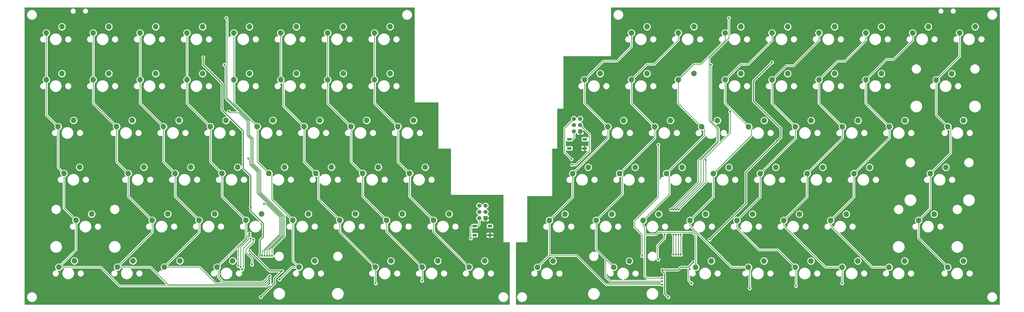
<source format=gtl>
G04 #@! TF.GenerationSoftware,KiCad,Pcbnew,5.1.5*
G04 #@! TF.CreationDate,2020-01-25T02:30:01+01:00*
G04 #@! TF.ProjectId,k8split,6b387370-6c69-4742-9e6b-696361645f70,rev?*
G04 #@! TF.SameCoordinates,Original*
G04 #@! TF.FileFunction,Copper,L1,Top*
G04 #@! TF.FilePolarity,Positive*
%FSLAX46Y46*%
G04 Gerber Fmt 4.6, Leading zero omitted, Abs format (unit mm)*
G04 Created by KiCad (PCBNEW 5.1.5) date 2020-01-25 02:30:01*
%MOMM*%
%LPD*%
G04 APERTURE LIST*
%ADD10C,2.250000*%
%ADD11R,1.800000X1.100000*%
%ADD12R,1.700000X1.700000*%
%ADD13C,1.700000*%
%ADD14C,0.800000*%
%ADD15C,0.381000*%
%ADD16C,0.254000*%
G04 APERTURE END LIST*
D10*
X301220339Y-31749192D03*
X294870339Y-34289192D03*
X30313774Y-107934888D03*
X23963774Y-110474888D03*
X25400000Y-50800000D03*
X19050000Y-53340000D03*
X44450000Y-50800000D03*
X38100000Y-53340000D03*
X153581409Y-107986416D03*
X147231409Y-110526416D03*
X179729074Y-127051241D03*
X173379074Y-129591241D03*
X186915888Y-50810445D03*
X180565888Y-53350445D03*
X177394201Y-69894066D03*
X171044201Y-72434066D03*
X92062783Y-69856332D03*
X85712783Y-72396332D03*
X82550000Y-50800000D03*
X76200000Y-53340000D03*
X213053241Y-127038479D03*
X206703241Y-129578479D03*
X51898112Y-127015921D03*
X45548112Y-129555921D03*
X18575748Y-127005616D03*
X12225748Y-129545616D03*
X101905838Y-127016756D03*
X95555838Y-129556756D03*
X-45720000Y-127000000D03*
X-52070000Y-129540000D03*
X-38735000Y-107950000D03*
X-45085000Y-110490000D03*
X-43636268Y-88888887D03*
X-49986268Y-91428887D03*
X-46037963Y-69841403D03*
X-52387963Y-72381403D03*
X-21911551Y-126999122D03*
X-28261551Y-129539122D03*
X148768709Y-127051965D03*
X142418709Y-129591965D03*
X163052442Y-88929176D03*
X156702442Y-91469176D03*
X315452442Y-127029176D03*
X309102442Y-129569176D03*
X303603524Y-107969673D03*
X297253524Y-110509673D03*
X308340442Y-88929176D03*
X301990442Y-91469176D03*
X315508017Y-69883325D03*
X309158017Y-72423325D03*
X310766363Y-50833325D03*
X304416363Y-53373325D03*
X82855838Y-127016756D03*
X76505838Y-129556756D03*
D11*
X155396000Y-81225000D03*
X161596000Y-77525000D03*
X155396000Y-77525000D03*
X161596000Y-81225000D03*
X116915000Y-116531000D03*
X123115000Y-112831000D03*
X116915000Y-112831000D03*
X123115000Y-116531000D03*
D10*
X320273581Y-31750000D03*
X313923581Y-34290000D03*
X291625757Y-127035335D03*
X285275757Y-129575335D03*
X267881409Y-107986416D03*
X261531409Y-110526416D03*
X277352442Y-88929176D03*
X271002442Y-91469176D03*
X291694201Y-69894066D03*
X285344201Y-72434066D03*
X282165888Y-50810445D03*
X275815888Y-53350445D03*
X272575757Y-127035335D03*
X266225757Y-129575335D03*
X248831409Y-107986416D03*
X242481409Y-110526416D03*
X258302442Y-88929176D03*
X251952442Y-91469176D03*
X272644201Y-69894066D03*
X266294201Y-72434066D03*
X263115888Y-50810445D03*
X256765888Y-53350445D03*
X282170339Y-31749192D03*
X275820339Y-34289192D03*
X253525757Y-127035335D03*
X247175757Y-129575335D03*
X229781409Y-107986416D03*
X223431409Y-110526416D03*
X239252442Y-88929176D03*
X232902442Y-91469176D03*
X253594201Y-69894066D03*
X247244201Y-72434066D03*
X244065888Y-50810445D03*
X237715888Y-53350445D03*
X263120339Y-31749192D03*
X256770339Y-34289192D03*
X234475757Y-127035335D03*
X228125757Y-129575335D03*
X210731409Y-107986416D03*
X204381409Y-110526416D03*
X220202442Y-88929176D03*
X213852442Y-91469176D03*
X234544201Y-69894066D03*
X228194201Y-72434066D03*
X225015888Y-50810445D03*
X218665888Y-53350445D03*
X244070339Y-31749192D03*
X237720339Y-34289192D03*
X191681409Y-107986416D03*
X185331409Y-110526416D03*
X201152442Y-88929176D03*
X194802442Y-91469176D03*
X215494201Y-69894066D03*
X209144201Y-72434066D03*
X205965888Y-50810445D03*
X199615888Y-53350445D03*
X225020339Y-31749192D03*
X218670339Y-34289192D03*
X172631409Y-107986416D03*
X166281409Y-110526416D03*
X182102442Y-88929176D03*
X175752442Y-91469176D03*
X196444201Y-69894066D03*
X190094201Y-72434066D03*
X205970339Y-31749192D03*
X199620339Y-34289192D03*
X167865888Y-50810445D03*
X161515888Y-53350445D03*
X186920339Y-31749192D03*
X180570339Y-34289192D03*
X120955838Y-127016756D03*
X114605838Y-129556756D03*
X106513774Y-107934888D03*
X100163774Y-110474888D03*
X96797502Y-88885973D03*
X90447502Y-91425973D03*
X82550000Y-31750000D03*
X76200000Y-34290000D03*
X87463774Y-107934888D03*
X81113774Y-110474888D03*
X77747502Y-88885973D03*
X71397502Y-91425973D03*
X73012783Y-69856332D03*
X66662783Y-72396332D03*
X63500000Y-50800000D03*
X57150000Y-53340000D03*
X63500000Y-31750000D03*
X57150000Y-34290000D03*
X68413774Y-107934888D03*
X62063774Y-110474888D03*
X58697502Y-88885973D03*
X52347502Y-91425973D03*
X53962783Y-69856332D03*
X47612783Y-72396332D03*
X44450000Y-31750000D03*
X38100000Y-34290000D03*
X49363774Y-107934888D03*
X43013774Y-110474888D03*
X39647502Y-88885973D03*
X33297502Y-91425973D03*
X34912783Y-69856332D03*
X28562783Y-72396332D03*
X25400000Y-31750000D03*
X19050000Y-34290000D03*
X20597502Y-88885973D03*
X14247502Y-91425973D03*
X15862783Y-69856332D03*
X9512783Y-72396332D03*
X6350000Y-50800000D03*
X0Y-53340000D03*
X6350000Y-31750000D03*
X0Y-34290000D03*
X-2861551Y-126999122D03*
X-9211551Y-129539122D03*
X11263774Y-107934888D03*
X4913774Y-110474888D03*
X1547502Y-88885973D03*
X-4802498Y-91425973D03*
X-3187217Y-69856332D03*
X-9537217Y-72396332D03*
X-12700000Y-50800000D03*
X-19050000Y-53340000D03*
X-12700000Y-31750000D03*
X-19050000Y-34290000D03*
X-7786226Y-107934888D03*
X-14136226Y-110474888D03*
X-17502498Y-88885973D03*
X-23852498Y-91425973D03*
X-22237217Y-69856332D03*
X-28587217Y-72396332D03*
X-31750000Y-50800000D03*
X-38100000Y-53340000D03*
X-31750000Y-31750000D03*
X-38100000Y-34290000D03*
X-50800000Y-50800000D03*
X-57150000Y-53340000D03*
X-50800000Y-31750000D03*
X-57150000Y-34290000D03*
D12*
X159766000Y-74295000D03*
D13*
X157226000Y-74295000D03*
X159766000Y-71755000D03*
X157226000Y-71755000D03*
X159766000Y-69215000D03*
X157226000Y-69215000D03*
D12*
X121285000Y-109601000D03*
D13*
X118745000Y-109601000D03*
X121285000Y-107061000D03*
X118745000Y-107061000D03*
X121285000Y-104521000D03*
X118745000Y-104521000D03*
D14*
X-40132000Y-31496000D03*
X29464000Y-132588000D03*
X23850600Y-124866400D03*
X25908000Y-121920000D03*
X28956000Y-140208000D03*
X38608000Y-131064000D03*
X6604000Y-44196000D03*
X25400000Y-122936000D03*
X29972000Y-141732000D03*
X25908000Y-105156000D03*
X312420000Y-31496000D03*
X196596000Y-140208000D03*
X202692000Y-120396000D03*
X195580000Y-123444000D03*
X203708000Y-141478000D03*
X189484000Y-119888000D03*
X205740000Y-127508000D03*
X237744000Y-46228000D03*
X239776000Y-78232000D03*
X212344000Y-118364000D03*
X195580000Y-141732000D03*
X193154971Y-130670971D03*
X34544000Y-124968000D03*
X16001000Y-28195000D03*
X33528000Y-124968000D03*
X15239000Y-47245000D03*
X32512000Y-124968000D03*
X17017000Y-66295000D03*
X31496000Y-124968000D03*
X24891000Y-85345000D03*
X30480000Y-124968000D03*
X31368000Y-103760000D03*
X191516000Y-126492000D03*
X194056000Y-116332000D03*
X196596000Y-106172000D03*
X220217000Y-28195000D03*
X197612000Y-124460000D03*
X197612000Y-116332000D03*
X197612000Y-106172000D03*
X212851000Y-47245000D03*
X198628000Y-124460000D03*
X198628000Y-116332000D03*
X198628000Y-106172000D03*
X220725000Y-66295000D03*
X199644000Y-124460000D03*
X199644000Y-116332000D03*
X199644000Y-106172000D03*
X210820000Y-85980000D03*
X200660000Y-124460000D03*
X200660000Y-116332000D03*
X115316000Y-117856000D03*
X26416000Y-128524000D03*
X26924000Y-118364000D03*
X25400000Y-116840000D03*
X21844000Y-129540000D03*
X25908000Y-117856000D03*
X22352000Y-130556000D03*
X25400000Y-115824000D03*
X20828000Y-129032000D03*
X184912000Y-124968000D03*
X191516000Y-79756000D03*
X156464000Y-87884000D03*
X156210000Y-85598000D03*
X33528000Y-136144000D03*
X33528000Y-135128000D03*
X33528000Y-134112000D03*
X33528000Y-133096000D03*
X37592000Y-134620000D03*
X76708000Y-136144000D03*
X95504000Y-135128000D03*
X193040000Y-136652000D03*
X193040000Y-135255000D03*
X193040000Y-133985000D03*
X228600000Y-138176000D03*
X247396000Y-137160000D03*
X266192000Y-136144000D03*
X204216000Y-130302000D03*
X204978000Y-136144000D03*
D15*
X6604000Y-44196000D02*
X6604000Y-47244000D01*
X6604000Y-47244000D02*
X14224000Y-54864000D01*
X14224000Y-54864000D02*
X14224000Y-65532000D01*
X14224000Y-65532000D02*
X22860000Y-74168000D01*
X22860000Y-74168000D02*
X22860000Y-89408000D01*
X22860000Y-89408000D02*
X25908000Y-92456000D01*
X25908000Y-92456000D02*
X25908000Y-105156000D01*
X25908000Y-106680000D02*
X30988000Y-111760000D01*
X30988000Y-111760000D02*
X30988000Y-117348000D01*
X38608000Y-131064000D02*
X35560000Y-134112000D01*
X35560000Y-134112000D02*
X35560000Y-136144000D01*
X35560000Y-136144000D02*
X29972000Y-141732000D01*
X33528000Y-131064000D02*
X38608000Y-131064000D01*
X25908000Y-105156000D02*
X25908000Y-106680000D01*
X30988000Y-117348000D02*
X29711699Y-118624301D01*
X29711699Y-124720301D02*
X28448000Y-125984000D01*
X25400000Y-122936000D02*
X28448000Y-125984000D01*
X29711699Y-118624301D02*
X29711699Y-124720301D01*
X28448000Y-125984000D02*
X33528000Y-131064000D01*
X193154971Y-131236656D02*
X194056000Y-132137685D01*
X193154971Y-130670971D02*
X193154971Y-131236656D01*
X194056000Y-132137685D02*
X194056000Y-140329086D01*
X194056000Y-140329086D02*
X195458914Y-141732000D01*
X227076000Y-90932000D02*
X227076000Y-103632000D01*
X230124000Y-53848000D02*
X230124000Y-61976000D01*
X237744000Y-46228000D02*
X230124000Y-53848000D01*
X230124000Y-61976000D02*
X241300000Y-73152000D01*
X227076000Y-103632000D02*
X212344000Y-118364000D01*
X241300000Y-73152000D02*
X241300000Y-76708000D01*
X241300000Y-76708000D02*
X227076000Y-90932000D01*
X193154971Y-130670971D02*
X199529029Y-130670971D01*
X199529029Y-130670971D02*
X200660000Y-129540000D01*
X203708000Y-129540000D02*
X205740000Y-127508000D01*
X200660000Y-129540000D02*
X203708000Y-129540000D01*
D16*
X16254000Y-28448000D02*
X16001000Y-28195000D01*
X16256000Y-28448000D02*
X16254000Y-28448000D01*
X16256000Y-60700219D02*
X16256000Y-28448000D01*
X39624000Y-108712000D02*
X29972000Y-99060000D01*
X39624000Y-116840000D02*
X39624000Y-108712000D01*
X34544000Y-124968000D02*
X34544000Y-121920000D01*
X34544000Y-121920000D02*
X39624000Y-116840000D01*
X29972000Y-90424000D02*
X26924000Y-87376000D01*
X25400000Y-69844219D02*
X16256000Y-60700219D01*
X26924000Y-77216000D02*
X25400000Y-75692000D01*
X29972000Y-99060000D02*
X29972000Y-90424000D01*
X26924000Y-87376000D02*
X26924000Y-77216000D01*
X25400000Y-75692000D02*
X25400000Y-69844219D01*
X33528000Y-122325330D02*
X33528000Y-124968000D01*
X15748000Y-60802889D02*
X24892000Y-69946889D01*
X26416000Y-87478670D02*
X29464000Y-90526670D01*
X15239000Y-47245000D02*
X15748000Y-47754000D01*
X24892000Y-69946889D02*
X24892000Y-75794670D01*
X26416000Y-77318670D02*
X26416000Y-87478670D01*
X29464000Y-90526670D02*
X29464000Y-99162670D01*
X15748000Y-47754000D02*
X15748000Y-60802889D01*
X29464000Y-99162670D02*
X39116000Y-108814670D01*
X24892000Y-75794670D02*
X26416000Y-77318670D01*
X39116000Y-108814670D02*
X39116000Y-116737330D01*
X39116000Y-116737330D02*
X33528000Y-122325330D01*
X32512000Y-122730660D02*
X32512000Y-124968000D01*
X24384000Y-70049559D02*
X24384000Y-75897340D01*
X25908000Y-77421340D02*
X25908000Y-87581340D01*
X25908000Y-87581340D02*
X28956000Y-90629340D01*
X17017000Y-66295000D02*
X17416999Y-66694999D01*
X28956000Y-99265340D02*
X38608000Y-108917340D01*
X38608000Y-108917340D02*
X38608000Y-116634660D01*
X24384000Y-75897340D02*
X25908000Y-77421340D01*
X28956000Y-90629340D02*
X28956000Y-99265340D01*
X21029440Y-66694999D02*
X24384000Y-70049559D01*
X17416999Y-66694999D02*
X21029440Y-66694999D01*
X38608000Y-116634660D02*
X32512000Y-122730660D01*
X31496000Y-122936000D02*
X31496000Y-124968000D01*
X38100000Y-116332000D02*
X31496000Y-122936000D01*
X38100000Y-109020010D02*
X38100000Y-116332000D01*
X24891000Y-85345000D02*
X25400000Y-85854000D01*
X25400000Y-85854000D02*
X25400000Y-87684010D01*
X25400000Y-87684010D02*
X28448000Y-90732010D01*
X28448000Y-90732010D02*
X28448000Y-99368010D01*
X28448000Y-99368010D02*
X38100000Y-109020010D01*
X32132000Y-103760000D02*
X31368000Y-103760000D01*
X37592000Y-109220000D02*
X32132000Y-103760000D01*
X37592000Y-116229330D02*
X37592000Y-109220000D01*
X30480000Y-124968000D02*
X30480000Y-123341330D01*
X30480000Y-123341330D02*
X37592000Y-116229330D01*
X207772000Y-94996000D02*
X196596000Y-106172000D01*
X207772000Y-86257330D02*
X207772000Y-94996000D01*
X220217000Y-36369307D02*
X212146199Y-44440108D01*
X212146199Y-44440108D02*
X212146199Y-70008869D01*
X220217000Y-28195000D02*
X220217000Y-36369307D01*
X212146199Y-70008869D02*
X215392000Y-73254670D01*
X215392000Y-78637330D02*
X207772000Y-86257330D01*
X215392000Y-73254670D02*
X215392000Y-78637330D01*
X194056000Y-116332000D02*
X194056000Y-117856000D01*
X191116001Y-120795999D02*
X191116001Y-126092001D01*
X191116001Y-126092001D02*
X191516000Y-126492000D01*
X194056000Y-117856000D02*
X191116001Y-120795999D01*
X208788000Y-94996000D02*
X197612000Y-106172000D01*
X212851000Y-70103000D02*
X215900000Y-73152000D01*
X212851000Y-47245000D02*
X212851000Y-70103000D01*
X215900000Y-73152000D02*
X215900000Y-78740000D01*
X215900000Y-78740000D02*
X208788000Y-85852000D01*
X208788000Y-85852000D02*
X208788000Y-94996000D01*
X197612000Y-124460000D02*
X197612000Y-116332000D01*
X198628000Y-106172000D02*
X209804000Y-94996000D01*
X209804000Y-94996000D02*
X209804000Y-85952894D01*
X220725000Y-66295000D02*
X220725000Y-74931000D01*
X209804000Y-85952894D02*
X220472000Y-75184000D01*
X220725000Y-74931000D02*
X220472000Y-75184000D01*
X198628000Y-116332000D02*
X198628000Y-124460000D01*
X199644000Y-106172000D02*
X210820000Y-94996000D01*
X210820000Y-85980000D02*
X210820000Y-94996000D01*
X199644000Y-124460000D02*
X199644000Y-116332000D01*
X200660000Y-116332000D02*
X200660000Y-124460000D01*
X26416000Y-128524000D02*
X26416000Y-125984000D01*
X26416000Y-125984000D02*
X23876000Y-123444000D01*
X23876000Y-123444000D02*
X23876000Y-122428000D01*
X26924000Y-119380000D02*
X26924000Y-118364000D01*
X23876000Y-122428000D02*
X26924000Y-119380000D01*
X118069000Y-112831000D02*
X116915000Y-112831000D01*
X118745000Y-112155000D02*
X118069000Y-112831000D01*
X118745000Y-109601000D02*
X118745000Y-112155000D01*
X115761000Y-112831000D02*
X116915000Y-112831000D01*
X115316000Y-113276000D02*
X115761000Y-112831000D01*
X115316000Y-117856000D02*
X115316000Y-113276000D01*
X21844000Y-121412000D02*
X21844000Y-129540000D01*
X25000001Y-118255999D02*
X21844000Y-121412000D01*
X25400000Y-116840000D02*
X25000001Y-117239999D01*
X25000001Y-117239999D02*
X25000001Y-118255999D01*
X22352000Y-130556000D02*
X22860000Y-130048000D01*
X22860000Y-130048000D02*
X22860000Y-121920000D01*
X22860000Y-121920000D02*
X25908000Y-118872000D01*
X25908000Y-117856000D02*
X25908000Y-118872000D01*
X20828000Y-129032000D02*
X20828000Y-121554034D01*
X20828000Y-121554034D02*
X24395584Y-117986450D01*
X24395584Y-116828416D02*
X25400000Y-115824000D01*
X24395584Y-117986450D02*
X24395584Y-116828416D01*
X156550000Y-77525000D02*
X155396000Y-77525000D01*
X157226000Y-76849000D02*
X156550000Y-77525000D01*
X157226000Y-74295000D02*
X157226000Y-76849000D01*
X184912000Y-124968000D02*
X184912000Y-116332000D01*
X184912000Y-116332000D02*
X181864000Y-113284000D01*
X181864000Y-113284000D02*
X181864000Y-110744000D01*
X181864000Y-110744000D02*
X191516000Y-101092000D01*
X191516000Y-101092000D02*
X191516000Y-79756000D01*
X156464000Y-87884000D02*
X157988000Y-87884000D01*
X157988000Y-87884000D02*
X163576000Y-82296000D01*
X163576000Y-75565000D02*
X159766000Y-71755000D01*
X163576000Y-82296000D02*
X163576000Y-75565000D01*
X156210000Y-85598000D02*
X153416000Y-82804000D01*
X153416000Y-73025000D02*
X157226000Y-69215000D01*
X153416000Y-82804000D02*
X153416000Y-73025000D01*
X-57150000Y-34290000D02*
X-57150000Y-53340000D01*
X-57150000Y-67619366D02*
X-52387963Y-72381403D01*
X-52387963Y-89027192D02*
X-49986268Y-91428887D01*
X-52387963Y-72381403D02*
X-52387963Y-89027192D01*
X-49986268Y-105588732D02*
X-45085000Y-110490000D01*
X-49986268Y-91428887D02*
X-49986268Y-105588732D01*
X-45085000Y-122555000D02*
X-52070000Y-129540000D01*
X-45085000Y-110490000D02*
X-45085000Y-122555000D01*
X-57150000Y-53340000D02*
X-57150000Y-67619366D01*
X-52070000Y-129540000D02*
X-35052000Y-129540000D01*
X-35052000Y-129540000D02*
X-27432000Y-137160000D01*
X-27432000Y-137160000D02*
X32512000Y-137160000D01*
X32512000Y-137160000D02*
X33528000Y-136144000D01*
X-38100000Y-34290000D02*
X-38100000Y-53340000D01*
X-38100000Y-62883549D02*
X-28587217Y-72396332D01*
X-28587217Y-86691254D02*
X-23852498Y-91425973D01*
X-28587217Y-72396332D02*
X-28587217Y-86691254D01*
X-23852498Y-100758616D02*
X-14136226Y-110474888D01*
X-23852498Y-91425973D02*
X-23852498Y-100758616D01*
X-14136226Y-115413797D02*
X-28261551Y-129539122D01*
X-14136226Y-110474888D02*
X-14136226Y-115413797D01*
X-38100000Y-53340000D02*
X-38100000Y-62883549D01*
X32004000Y-136652000D02*
X33528000Y-135128000D01*
X-28261551Y-129539122D02*
X-14767657Y-129539122D01*
X-14767657Y-129539122D02*
X-8162779Y-136144000D01*
X32004000Y-136652000D02*
X-7620000Y-136652000D01*
X-7620000Y-136652000D02*
X-8128000Y-136144000D01*
X-19050000Y-34290000D02*
X-19050000Y-53340000D01*
X-19050000Y-62883549D02*
X-9537217Y-72396332D01*
X-9537217Y-86691254D02*
X-4802498Y-91425973D01*
X-9537217Y-72396332D02*
X-9537217Y-86691254D01*
X-4802498Y-100758616D02*
X4913774Y-110474888D01*
X-4802498Y-91425973D02*
X-4802498Y-100758616D01*
X4913774Y-115413797D02*
X-9211551Y-129539122D01*
X4913774Y-110474888D02*
X4913774Y-115413797D01*
X-19050000Y-53340000D02*
X-19050000Y-62883549D01*
X31496000Y-136144000D02*
X33528000Y-134112000D01*
X11684000Y-136144000D02*
X31496000Y-136144000D01*
X-9211551Y-129539122D02*
X5079122Y-129539122D01*
X5079122Y-129539122D02*
X11684000Y-136144000D01*
X0Y-34290000D02*
X0Y-53340000D01*
X0Y-62883549D02*
X9512783Y-72396332D01*
X9512783Y-86691254D02*
X14247502Y-91425973D01*
X9512783Y-72396332D02*
X9512783Y-86691254D01*
X14247502Y-100758616D02*
X23963774Y-110474888D01*
X14247502Y-91425973D02*
X14247502Y-100758616D01*
X23963774Y-117807590D02*
X12225748Y-129545616D01*
X23963774Y-110474888D02*
X23963774Y-117807590D01*
X0Y-53340000D02*
X0Y-62883549D01*
X12700000Y-130019868D02*
X12225748Y-129545616D01*
X12700000Y-133604000D02*
X12700000Y-130019868D01*
X14732000Y-135636000D02*
X12700000Y-133604000D01*
X33528000Y-133096000D02*
X30988000Y-135636000D01*
X30988000Y-135636000D02*
X14732000Y-135636000D01*
X19050000Y-34290000D02*
X19050000Y-53340000D01*
X19050000Y-53340000D02*
X19050000Y-62883549D01*
X28562783Y-86691254D02*
X33297502Y-91425973D01*
X28562783Y-72396332D02*
X28562783Y-86691254D01*
X34422501Y-101883615D02*
X43013774Y-110474888D01*
X34422501Y-92550972D02*
X34422501Y-101883615D01*
X33297502Y-91425973D02*
X34422501Y-92550972D01*
X43013774Y-110474888D02*
X43013774Y-127021583D01*
X19050000Y-62883549D02*
X19675726Y-63509274D01*
X19675726Y-63509274D02*
X28562783Y-72396332D01*
X43013774Y-127021583D02*
X45548112Y-129555921D01*
X45548112Y-129555921D02*
X42656079Y-129555921D01*
X42656079Y-129555921D02*
X37592000Y-134620000D01*
X38100000Y-34290000D02*
X38100000Y-53340000D01*
X46487784Y-71271333D02*
X47612783Y-72396332D01*
X39224999Y-54464999D02*
X39224999Y-64008548D01*
X38100000Y-53340000D02*
X39224999Y-54464999D01*
X47612783Y-86691254D02*
X52347502Y-91425973D01*
X47612783Y-72396332D02*
X47612783Y-86691254D01*
X53472501Y-101883615D02*
X62063774Y-110474888D01*
X53472501Y-92550972D02*
X53472501Y-101883615D01*
X52347502Y-91425973D02*
X53472501Y-92550972D01*
X62063774Y-115114692D02*
X76505838Y-129556756D01*
X62063774Y-110474888D02*
X62063774Y-115114692D01*
X39224999Y-64008548D02*
X40005000Y-64770000D01*
X40005000Y-64770000D02*
X46487784Y-71271333D01*
X76505838Y-135941838D02*
X76708000Y-136144000D01*
X76505838Y-129556756D02*
X76505838Y-135941838D01*
X57150000Y-34290000D02*
X57150000Y-53340000D01*
X57150000Y-53340000D02*
X57150000Y-62883549D01*
X66662783Y-86691254D02*
X71397502Y-91425973D01*
X66662783Y-72396332D02*
X66662783Y-86691254D01*
X71397502Y-100758616D02*
X81113774Y-110474888D01*
X71397502Y-91425973D02*
X71397502Y-100758616D01*
X81113774Y-115114692D02*
X95555838Y-129556756D01*
X81113774Y-110474888D02*
X81113774Y-115114692D01*
X62220726Y-67954274D02*
X66662783Y-72396332D01*
X57150000Y-62883549D02*
X62220726Y-67954274D01*
X95555838Y-135076162D02*
X95504000Y-135128000D01*
X95555838Y-129556756D02*
X95555838Y-135076162D01*
X76200000Y-34290000D02*
X76200000Y-53340000D01*
X76200000Y-62883549D02*
X85712783Y-72396332D01*
X76200000Y-53340000D02*
X76200000Y-62883549D01*
X85712783Y-86691254D02*
X90447502Y-91425973D01*
X85712783Y-72396332D02*
X85712783Y-86691254D01*
X90447502Y-100758616D02*
X100163774Y-110474888D01*
X90447502Y-91425973D02*
X90447502Y-100758616D01*
X100163774Y-115114692D02*
X114605838Y-129556756D01*
X100163774Y-110474888D02*
X100163774Y-115114692D01*
X147231409Y-110526416D02*
X147231409Y-124779265D01*
X156702442Y-101055383D02*
X147231409Y-110526416D01*
X156702442Y-91469176D02*
X156702442Y-101055383D01*
X171044201Y-77127417D02*
X156702442Y-91469176D01*
X171044201Y-72434066D02*
X171044201Y-77127417D01*
X161515888Y-62905753D02*
X171044201Y-72434066D01*
X161515888Y-53350445D02*
X161515888Y-62905753D01*
X180570339Y-34289192D02*
X180570339Y-39901661D01*
X169146333Y-45720000D02*
X161515888Y-53350445D01*
X147231409Y-124779265D02*
X142418709Y-129591965D01*
X158307265Y-124779265D02*
X170180000Y-136652000D01*
X170180000Y-136652000D02*
X193040000Y-136652000D01*
X147231409Y-124779265D02*
X158307265Y-124779265D01*
X169146333Y-45720000D02*
X174752000Y-45720000D01*
X174752000Y-45720000D02*
X180570339Y-39901661D01*
X199620339Y-37305298D02*
X189935637Y-46990000D01*
X199620339Y-34289192D02*
X199620339Y-37305298D01*
X186926333Y-46990000D02*
X180565888Y-53350445D01*
X189935637Y-46990000D02*
X186926333Y-46990000D01*
X180565888Y-62905753D02*
X190094201Y-72434066D01*
X180565888Y-53350445D02*
X180565888Y-62905753D01*
X190094201Y-77127417D02*
X175752442Y-91469176D01*
X190094201Y-72434066D02*
X190094201Y-77127417D01*
X176877441Y-99930384D02*
X166281409Y-110526416D01*
X176877441Y-92594175D02*
X176877441Y-99930384D01*
X175752442Y-91469176D02*
X176877441Y-92594175D01*
X172254075Y-128466242D02*
X173379074Y-129591241D01*
X166281409Y-110526416D02*
X166281409Y-122493576D01*
X171372916Y-127585084D02*
X172268874Y-128481042D01*
X171372916Y-127585084D02*
X173379074Y-129591241D01*
X170102916Y-126315084D02*
X171372916Y-127585084D01*
X170102916Y-126315084D02*
X170102916Y-133399916D01*
X166281409Y-122493576D02*
X170102916Y-126315084D01*
X170102916Y-133399916D02*
X171958000Y-135255000D01*
X171958000Y-135255000D02*
X193040000Y-135255000D01*
X218670339Y-37305298D02*
X208985637Y-46990000D01*
X218670339Y-34289192D02*
X218670339Y-37305298D01*
X205976333Y-46990000D02*
X199615888Y-53350445D01*
X208985637Y-46990000D02*
X205976333Y-46990000D01*
X199615888Y-62905753D02*
X209144201Y-72434066D01*
X199615888Y-53350445D02*
X199615888Y-62905753D01*
X210269200Y-76002418D02*
X194802442Y-91469176D01*
X210269200Y-73559065D02*
X210269200Y-76002418D01*
X209144201Y-72434066D02*
X210269200Y-73559065D01*
X195927441Y-99930384D02*
X185331409Y-110526416D01*
X195927441Y-92594175D02*
X195927441Y-99930384D01*
X194802442Y-91469176D02*
X195927441Y-92594175D01*
X185331409Y-110526416D02*
X185331409Y-112658494D01*
X185331409Y-112658494D02*
X185942457Y-113269543D01*
X185942457Y-133110457D02*
X186817000Y-133985000D01*
X185942457Y-113269543D02*
X185942457Y-115809543D01*
X186817000Y-133985000D02*
X193040000Y-133985000D01*
X190500000Y-116332000D02*
X185928000Y-116332000D01*
X191466883Y-115365117D02*
X190500000Y-116332000D01*
X205182883Y-115365117D02*
X191466883Y-115365117D01*
X185928000Y-116332000D02*
X185942457Y-133110457D01*
X206703241Y-129578479D02*
X206703241Y-116787241D01*
X185942457Y-115809543D02*
X185928000Y-116332000D01*
X205232000Y-115316000D02*
X205182883Y-115365117D01*
X206703241Y-116787241D02*
X205232000Y-115316000D01*
X213852442Y-101055383D02*
X204381409Y-110526416D01*
X213852442Y-91469176D02*
X213852442Y-101055383D01*
X229319200Y-76002418D02*
X213852442Y-91469176D01*
X229319200Y-73559065D02*
X229319200Y-76002418D01*
X228194201Y-72434066D02*
X229319200Y-73559065D01*
X218665888Y-62905753D02*
X228194201Y-72434066D01*
X218665888Y-53350445D02*
X218665888Y-62905753D01*
X237720339Y-37362498D02*
X228092837Y-46990000D01*
X237720339Y-34289192D02*
X237720339Y-37362498D01*
X225026333Y-46990000D02*
X218665888Y-53350445D01*
X228092837Y-46990000D02*
X225026333Y-46990000D01*
X221298250Y-129575335D02*
X228125757Y-129575335D01*
X204381409Y-112658494D02*
X221298250Y-129575335D01*
X204381409Y-110526416D02*
X204381409Y-112658494D01*
X228600000Y-130049578D02*
X228125757Y-129575335D01*
X228600000Y-138176000D02*
X228600000Y-130049578D01*
X256770339Y-37305298D02*
X246450637Y-47625000D01*
X256770339Y-34289192D02*
X256770339Y-37305298D01*
X243441333Y-47625000D02*
X237715888Y-53350445D01*
X246450637Y-47625000D02*
X243441333Y-47625000D01*
X237715888Y-62905753D02*
X247244201Y-72434066D01*
X237715888Y-53350445D02*
X237715888Y-62905753D01*
X247244201Y-77127417D02*
X232902442Y-91469176D01*
X247244201Y-72434066D02*
X247244201Y-77127417D01*
X232902442Y-101055383D02*
X223431409Y-110526416D01*
X232902442Y-91469176D02*
X232902442Y-101055383D01*
X223431409Y-113542522D02*
X232443887Y-122555000D01*
X223431409Y-110526416D02*
X223431409Y-113542522D01*
X232443887Y-122555000D02*
X240155422Y-122555000D01*
X240155422Y-122555000D02*
X247175757Y-129575335D01*
X247396000Y-129795578D02*
X247175757Y-129575335D01*
X247396000Y-137160000D02*
X247396000Y-129795578D01*
X259398250Y-129575335D02*
X266225757Y-129575335D01*
X242481409Y-112658494D02*
X259398250Y-129575335D01*
X242481409Y-110526416D02*
X242481409Y-112658494D01*
X251952442Y-101055383D02*
X242481409Y-110526416D01*
X251952442Y-91469176D02*
X251952442Y-101055383D01*
X266294201Y-77127417D02*
X251952442Y-91469176D01*
X266294201Y-72434066D02*
X266294201Y-77127417D01*
X256765888Y-62905753D02*
X266294201Y-72434066D01*
X256765888Y-53350445D02*
X256765888Y-62905753D01*
X275820339Y-37305298D02*
X267405637Y-45720000D01*
X275820339Y-34289192D02*
X275820339Y-37305298D01*
X264396333Y-45720000D02*
X256765888Y-53350445D01*
X267405637Y-45720000D02*
X264396333Y-45720000D01*
X266192000Y-129609092D02*
X266225757Y-129575335D01*
X266192000Y-136144000D02*
X266192000Y-129609092D01*
X294870339Y-37305298D02*
X287090637Y-45085000D01*
X294870339Y-34289192D02*
X294870339Y-37305298D01*
X284081333Y-45085000D02*
X275815888Y-53350445D01*
X287090637Y-45085000D02*
X284081333Y-45085000D01*
X275815888Y-62905753D02*
X285344201Y-72434066D01*
X285344201Y-77127417D02*
X271002442Y-91469176D01*
X285344201Y-72434066D02*
X285344201Y-77127417D01*
X271002442Y-101055383D02*
X261531409Y-110526416D01*
X271002442Y-91469176D02*
X271002442Y-101055383D01*
X278448250Y-129575335D02*
X285275757Y-129575335D01*
X261531409Y-112658494D02*
X278448250Y-129575335D01*
X261531409Y-110526416D02*
X261531409Y-112658494D01*
X275815888Y-53350445D02*
X275815888Y-59407888D01*
X275815888Y-59407888D02*
X275745112Y-59407888D01*
X275815888Y-59407888D02*
X275815888Y-62905753D01*
X313923581Y-43866107D02*
X304416363Y-53373325D01*
X313923581Y-34290000D02*
X313923581Y-43866107D01*
X304416363Y-67681671D02*
X309158017Y-72423325D01*
X310283016Y-83176602D02*
X301990442Y-91469176D01*
X310283016Y-73548324D02*
X310283016Y-83176602D01*
X309158017Y-72423325D02*
X310283016Y-73548324D01*
X301990442Y-105772755D02*
X297253524Y-110509673D01*
X301990442Y-91469176D02*
X301990442Y-105772755D01*
X297253524Y-110509673D02*
X297253524Y-117720258D01*
X304416363Y-53373325D02*
X304416363Y-67681671D01*
X297253524Y-117720258D02*
X309102442Y-129569176D01*
X204578001Y-135744001D02*
X204978000Y-136144000D01*
X203816001Y-130701999D02*
X203816001Y-134982001D01*
X203816001Y-134982001D02*
X204578001Y-135744001D01*
X204216000Y-130302000D02*
X203816001Y-130701999D01*
G36*
X330073000Y-144653000D02*
G01*
X133731000Y-144653000D01*
X133731000Y-141524380D01*
X134036000Y-141524380D01*
X134036000Y-141939620D01*
X134117009Y-142346881D01*
X134275914Y-142730513D01*
X134506609Y-143075772D01*
X134800228Y-143369391D01*
X135145487Y-143600086D01*
X135529119Y-143758991D01*
X135936380Y-143840000D01*
X136351620Y-143840000D01*
X136758881Y-143758991D01*
X137142513Y-143600086D01*
X137487772Y-143369391D01*
X137781391Y-143075772D01*
X138012086Y-142730513D01*
X138170991Y-142346881D01*
X138252000Y-141939620D01*
X138252000Y-141524380D01*
X138170991Y-141117119D01*
X138012086Y-140733487D01*
X137781391Y-140388228D01*
X137532988Y-140139825D01*
X162780924Y-140139825D01*
X162780924Y-140632657D01*
X162877070Y-141116018D01*
X163065669Y-141571335D01*
X163339471Y-141981110D01*
X163687955Y-142329594D01*
X164097730Y-142603396D01*
X164553047Y-142791995D01*
X165036408Y-142888141D01*
X165529240Y-142888141D01*
X166012601Y-142791995D01*
X166467918Y-142603396D01*
X166877693Y-142329594D01*
X167226177Y-141981110D01*
X167499979Y-141571335D01*
X167688578Y-141116018D01*
X167784724Y-140632657D01*
X167784724Y-140139825D01*
X186593424Y-140139825D01*
X186593424Y-140632657D01*
X186689570Y-141116018D01*
X186878169Y-141571335D01*
X187151971Y-141981110D01*
X187500455Y-142329594D01*
X187910230Y-142603396D01*
X188365547Y-142791995D01*
X188848908Y-142888141D01*
X189341740Y-142888141D01*
X189825101Y-142791995D01*
X190280418Y-142603396D01*
X190690193Y-142329594D01*
X191038677Y-141981110D01*
X191312479Y-141571335D01*
X191501078Y-141116018D01*
X191597224Y-140632657D01*
X191597224Y-140139825D01*
X191501078Y-139656464D01*
X191312479Y-139201147D01*
X191038677Y-138791372D01*
X190690193Y-138442888D01*
X190280418Y-138169086D01*
X189825101Y-137980487D01*
X189341740Y-137884341D01*
X188848908Y-137884341D01*
X188365547Y-137980487D01*
X187910230Y-138169086D01*
X187500455Y-138442888D01*
X187151971Y-138791372D01*
X186878169Y-139201147D01*
X186689570Y-139656464D01*
X186593424Y-140139825D01*
X167784724Y-140139825D01*
X167688578Y-139656464D01*
X167499979Y-139201147D01*
X167226177Y-138791372D01*
X166877693Y-138442888D01*
X166467918Y-138169086D01*
X166012601Y-137980487D01*
X165529240Y-137884341D01*
X165036408Y-137884341D01*
X164553047Y-137980487D01*
X164097730Y-138169086D01*
X163687955Y-138442888D01*
X163339471Y-138791372D01*
X163065669Y-139201147D01*
X162877070Y-139656464D01*
X162780924Y-140139825D01*
X137532988Y-140139825D01*
X137487772Y-140094609D01*
X137142513Y-139863914D01*
X136758881Y-139705009D01*
X136351620Y-139624000D01*
X135936380Y-139624000D01*
X135529119Y-139705009D01*
X135145487Y-139863914D01*
X134800228Y-140094609D01*
X134506609Y-140388228D01*
X134275914Y-140733487D01*
X134117009Y-141117119D01*
X134036000Y-141524380D01*
X133731000Y-141524380D01*
X133731000Y-131995751D01*
X139765709Y-131995751D01*
X139765709Y-132268179D01*
X139818857Y-132535371D01*
X139923110Y-132787061D01*
X140074463Y-133013576D01*
X140267098Y-133206211D01*
X140493613Y-133357564D01*
X140745303Y-133461817D01*
X141012495Y-133514965D01*
X141284923Y-133514965D01*
X141552115Y-133461817D01*
X141803805Y-133357564D01*
X142030320Y-133206211D01*
X142222955Y-133013576D01*
X142374308Y-132787061D01*
X142478561Y-132535371D01*
X142531709Y-132268179D01*
X142531709Y-131995751D01*
X142509789Y-131885549D01*
X143726809Y-131885549D01*
X143726809Y-132378381D01*
X143822955Y-132861742D01*
X144011554Y-133317059D01*
X144285356Y-133726834D01*
X144633840Y-134075318D01*
X145043615Y-134349120D01*
X145498932Y-134537719D01*
X145982293Y-134633865D01*
X146475125Y-134633865D01*
X146958486Y-134537719D01*
X147413803Y-134349120D01*
X147823578Y-134075318D01*
X148172062Y-133726834D01*
X148445864Y-133317059D01*
X148634463Y-132861742D01*
X148730609Y-132378381D01*
X148730609Y-131995751D01*
X149925709Y-131995751D01*
X149925709Y-132268179D01*
X149978857Y-132535371D01*
X150083110Y-132787061D01*
X150234463Y-133013576D01*
X150427098Y-133206211D01*
X150653613Y-133357564D01*
X150905303Y-133461817D01*
X151172495Y-133514965D01*
X151444923Y-133514965D01*
X151712115Y-133461817D01*
X151963805Y-133357564D01*
X152190320Y-133206211D01*
X152382955Y-133013576D01*
X152534308Y-132787061D01*
X152638561Y-132535371D01*
X152691709Y-132268179D01*
X152691709Y-131995751D01*
X152638561Y-131728559D01*
X152534308Y-131476869D01*
X152382955Y-131250354D01*
X152190320Y-131057719D01*
X151963805Y-130906366D01*
X151712115Y-130802113D01*
X151444923Y-130748965D01*
X151172495Y-130748965D01*
X150905303Y-130802113D01*
X150653613Y-130906366D01*
X150427098Y-131057719D01*
X150234463Y-131250354D01*
X150083110Y-131476869D01*
X149978857Y-131728559D01*
X149925709Y-131995751D01*
X148730609Y-131995751D01*
X148730609Y-131885549D01*
X148634463Y-131402188D01*
X148445864Y-130946871D01*
X148172062Y-130537096D01*
X147823578Y-130188612D01*
X147413803Y-129914810D01*
X146958486Y-129726211D01*
X146475125Y-129630065D01*
X145982293Y-129630065D01*
X145498932Y-129726211D01*
X145043615Y-129914810D01*
X144633840Y-130188612D01*
X144285356Y-130537096D01*
X144011554Y-130946871D01*
X143822955Y-131402188D01*
X143726809Y-131885549D01*
X142509789Y-131885549D01*
X142478561Y-131728559D01*
X142374308Y-131476869D01*
X142222955Y-131250354D01*
X142182591Y-131209990D01*
X142257873Y-131224965D01*
X142579545Y-131224965D01*
X142895037Y-131162209D01*
X143192224Y-131039110D01*
X143459686Y-130860399D01*
X143687143Y-130632942D01*
X143865854Y-130365480D01*
X143988953Y-130068293D01*
X144051709Y-129752801D01*
X144051709Y-129431129D01*
X143988953Y-129115637D01*
X143931578Y-128977121D01*
X146017570Y-126891129D01*
X147135709Y-126891129D01*
X147135709Y-127212801D01*
X147198465Y-127528293D01*
X147321564Y-127825480D01*
X147500275Y-128092942D01*
X147727732Y-128320399D01*
X147995194Y-128499110D01*
X148292381Y-128622209D01*
X148607873Y-128684965D01*
X148929545Y-128684965D01*
X149245037Y-128622209D01*
X149542224Y-128499110D01*
X149809686Y-128320399D01*
X150037143Y-128092942D01*
X150215854Y-127825480D01*
X150338953Y-127528293D01*
X150401709Y-127212801D01*
X150401709Y-126891129D01*
X150338953Y-126575637D01*
X150215854Y-126278450D01*
X150037143Y-126010988D01*
X149809686Y-125783531D01*
X149542224Y-125604820D01*
X149245037Y-125481721D01*
X148929545Y-125418965D01*
X148607873Y-125418965D01*
X148292381Y-125481721D01*
X147995194Y-125604820D01*
X147727732Y-125783531D01*
X147500275Y-126010988D01*
X147321564Y-126278450D01*
X147198465Y-126575637D01*
X147135709Y-126891129D01*
X146017570Y-126891129D01*
X147494435Y-125414265D01*
X158044241Y-125414265D01*
X169708930Y-137078955D01*
X169728815Y-137103185D01*
X169753043Y-137123068D01*
X169825506Y-137182538D01*
X169915828Y-137230816D01*
X169935820Y-137241502D01*
X170055518Y-137277812D01*
X170148808Y-137287000D01*
X170148811Y-137287000D01*
X170180000Y-137290072D01*
X170211189Y-137287000D01*
X192390895Y-137287000D01*
X192461184Y-137357289D01*
X192609901Y-137456659D01*
X192775146Y-137525106D01*
X192950570Y-137560000D01*
X193129430Y-137560000D01*
X193304854Y-137525106D01*
X193357501Y-137503299D01*
X193357501Y-140294778D01*
X193354122Y-140329086D01*
X193367608Y-140466015D01*
X193407549Y-140597684D01*
X193472409Y-140719029D01*
X193537826Y-140798739D01*
X193537830Y-140798743D01*
X193559698Y-140825389D01*
X193586344Y-140847257D01*
X194699682Y-141960596D01*
X194706894Y-141996854D01*
X194775341Y-142162099D01*
X194874711Y-142310816D01*
X195001184Y-142437289D01*
X195149901Y-142536659D01*
X195315146Y-142605106D01*
X195490570Y-142640000D01*
X195669430Y-142640000D01*
X195844854Y-142605106D01*
X196010099Y-142536659D01*
X196158816Y-142437289D01*
X196285289Y-142310816D01*
X196384659Y-142162099D01*
X196453106Y-141996854D01*
X196488000Y-141821430D01*
X196488000Y-141642570D01*
X196464491Y-141524380D01*
X325044000Y-141524380D01*
X325044000Y-141939620D01*
X325125009Y-142346881D01*
X325283914Y-142730513D01*
X325514609Y-143075772D01*
X325808228Y-143369391D01*
X326153487Y-143600086D01*
X326537119Y-143758991D01*
X326944380Y-143840000D01*
X327359620Y-143840000D01*
X327766881Y-143758991D01*
X328150513Y-143600086D01*
X328495772Y-143369391D01*
X328789391Y-143075772D01*
X329020086Y-142730513D01*
X329178991Y-142346881D01*
X329260000Y-141939620D01*
X329260000Y-141524380D01*
X329178991Y-141117119D01*
X329020086Y-140733487D01*
X328789391Y-140388228D01*
X328495772Y-140094609D01*
X328150513Y-139863914D01*
X327766881Y-139705009D01*
X327359620Y-139624000D01*
X326944380Y-139624000D01*
X326537119Y-139705009D01*
X326153487Y-139863914D01*
X325808228Y-140094609D01*
X325514609Y-140388228D01*
X325283914Y-140733487D01*
X325125009Y-141117119D01*
X325044000Y-141524380D01*
X196464491Y-141524380D01*
X196453106Y-141467146D01*
X196384659Y-141301901D01*
X196285289Y-141153184D01*
X196158816Y-141026711D01*
X196010099Y-140927341D01*
X195844854Y-140858894D01*
X195669430Y-140824000D01*
X195538742Y-140824000D01*
X194754500Y-140039759D01*
X194754500Y-132171982D01*
X194757878Y-132137684D01*
X194754500Y-132103386D01*
X194754500Y-132103376D01*
X194744393Y-132000755D01*
X194704452Y-131869088D01*
X194639592Y-131747743D01*
X194639591Y-131747741D01*
X194574173Y-131668030D01*
X194574167Y-131668024D01*
X194552302Y-131641382D01*
X194525662Y-131619519D01*
X194275614Y-131369471D01*
X199494731Y-131369471D01*
X199529029Y-131372849D01*
X199563327Y-131369471D01*
X199563338Y-131369471D01*
X199665959Y-131359364D01*
X199797626Y-131319423D01*
X199918972Y-131254562D01*
X200025332Y-131167274D01*
X200047204Y-131140623D01*
X200949328Y-130238500D01*
X203308000Y-130238500D01*
X203308000Y-130320045D01*
X203285464Y-130347506D01*
X203226499Y-130457820D01*
X203190189Y-130577518D01*
X203181001Y-130670808D01*
X203181001Y-130670818D01*
X203177930Y-130701999D01*
X203181001Y-130733180D01*
X203181002Y-134950810D01*
X203177930Y-134982001D01*
X203190190Y-135106482D01*
X203226499Y-135226180D01*
X203285464Y-135336494D01*
X203291977Y-135344430D01*
X203364817Y-135433186D01*
X203389046Y-135453070D01*
X204070000Y-136134026D01*
X204070000Y-136233430D01*
X204104894Y-136408854D01*
X204173341Y-136574099D01*
X204272711Y-136722816D01*
X204399184Y-136849289D01*
X204547901Y-136948659D01*
X204713146Y-137017106D01*
X204888570Y-137052000D01*
X205067430Y-137052000D01*
X205242854Y-137017106D01*
X205408099Y-136948659D01*
X205556816Y-136849289D01*
X205683289Y-136722816D01*
X205782659Y-136574099D01*
X205851106Y-136408854D01*
X205886000Y-136233430D01*
X205886000Y-136054570D01*
X205851106Y-135879146D01*
X205782659Y-135713901D01*
X205683289Y-135565184D01*
X205556816Y-135438711D01*
X205408099Y-135339341D01*
X205242854Y-135270894D01*
X205067430Y-135236000D01*
X204968026Y-135236000D01*
X204451001Y-134718976D01*
X204451001Y-133092096D01*
X204551630Y-133192725D01*
X204778145Y-133344078D01*
X205029835Y-133448331D01*
X205297027Y-133501479D01*
X205569455Y-133501479D01*
X205836647Y-133448331D01*
X206088337Y-133344078D01*
X206314852Y-133192725D01*
X206507487Y-133000090D01*
X206658840Y-132773575D01*
X206763093Y-132521885D01*
X206816241Y-132254693D01*
X206816241Y-131982265D01*
X206794321Y-131872063D01*
X208011341Y-131872063D01*
X208011341Y-132364895D01*
X208107487Y-132848256D01*
X208296086Y-133303573D01*
X208569888Y-133713348D01*
X208918372Y-134061832D01*
X209328147Y-134335634D01*
X209783464Y-134524233D01*
X210266825Y-134620379D01*
X210759657Y-134620379D01*
X211243018Y-134524233D01*
X211698335Y-134335634D01*
X212108110Y-134061832D01*
X212456594Y-133713348D01*
X212730396Y-133303573D01*
X212918995Y-132848256D01*
X213015141Y-132364895D01*
X213015141Y-131982265D01*
X214210241Y-131982265D01*
X214210241Y-132254693D01*
X214263389Y-132521885D01*
X214367642Y-132773575D01*
X214518995Y-133000090D01*
X214711630Y-133192725D01*
X214938145Y-133344078D01*
X215189835Y-133448331D01*
X215457027Y-133501479D01*
X215729455Y-133501479D01*
X215996647Y-133448331D01*
X216248337Y-133344078D01*
X216474852Y-133192725D01*
X216667487Y-133000090D01*
X216818840Y-132773575D01*
X216923093Y-132521885D01*
X216976241Y-132254693D01*
X216976241Y-131982265D01*
X216923093Y-131715073D01*
X216818840Y-131463383D01*
X216667487Y-131236868D01*
X216474852Y-131044233D01*
X216248337Y-130892880D01*
X215996647Y-130788627D01*
X215729455Y-130735479D01*
X215457027Y-130735479D01*
X215189835Y-130788627D01*
X214938145Y-130892880D01*
X214711630Y-131044233D01*
X214518995Y-131236868D01*
X214367642Y-131463383D01*
X214263389Y-131715073D01*
X214210241Y-131982265D01*
X213015141Y-131982265D01*
X213015141Y-131872063D01*
X212918995Y-131388702D01*
X212730396Y-130933385D01*
X212456594Y-130523610D01*
X212108110Y-130175126D01*
X211698335Y-129901324D01*
X211243018Y-129712725D01*
X210759657Y-129616579D01*
X210266825Y-129616579D01*
X209783464Y-129712725D01*
X209328147Y-129901324D01*
X208918372Y-130175126D01*
X208569888Y-130523610D01*
X208296086Y-130933385D01*
X208107487Y-131388702D01*
X208011341Y-131872063D01*
X206794321Y-131872063D01*
X206763093Y-131715073D01*
X206658840Y-131463383D01*
X206507487Y-131236868D01*
X206467123Y-131196504D01*
X206542405Y-131211479D01*
X206864077Y-131211479D01*
X207179569Y-131148723D01*
X207476756Y-131025624D01*
X207744218Y-130846913D01*
X207971675Y-130619456D01*
X208150386Y-130351994D01*
X208273485Y-130054807D01*
X208336241Y-129739315D01*
X208336241Y-129417643D01*
X208273485Y-129102151D01*
X208150386Y-128804964D01*
X207971675Y-128537502D01*
X207744218Y-128310045D01*
X207476756Y-128131334D01*
X207338241Y-128073959D01*
X207338241Y-126877643D01*
X211420241Y-126877643D01*
X211420241Y-127199315D01*
X211482997Y-127514807D01*
X211606096Y-127811994D01*
X211784807Y-128079456D01*
X212012264Y-128306913D01*
X212279726Y-128485624D01*
X212576913Y-128608723D01*
X212892405Y-128671479D01*
X213214077Y-128671479D01*
X213529569Y-128608723D01*
X213826756Y-128485624D01*
X214094218Y-128306913D01*
X214321675Y-128079456D01*
X214500386Y-127811994D01*
X214623485Y-127514807D01*
X214686241Y-127199315D01*
X214686241Y-126877643D01*
X214623485Y-126562151D01*
X214500386Y-126264964D01*
X214321675Y-125997502D01*
X214094218Y-125770045D01*
X213826756Y-125591334D01*
X213529569Y-125468235D01*
X213214077Y-125405479D01*
X212892405Y-125405479D01*
X212576913Y-125468235D01*
X212279726Y-125591334D01*
X212012264Y-125770045D01*
X211784807Y-125997502D01*
X211606096Y-126264964D01*
X211482997Y-126562151D01*
X211420241Y-126877643D01*
X207338241Y-126877643D01*
X207338241Y-116818422D01*
X207341312Y-116787241D01*
X207338241Y-116756060D01*
X207338241Y-116756049D01*
X207329053Y-116662759D01*
X207292743Y-116543061D01*
X207233778Y-116432747D01*
X207154426Y-116336056D01*
X207130196Y-116316171D01*
X205703075Y-114889051D01*
X205683185Y-114864815D01*
X205586493Y-114785462D01*
X205476179Y-114726498D01*
X205356481Y-114690189D01*
X205232000Y-114677929D01*
X205107519Y-114690189D01*
X204987821Y-114726498D01*
X204981050Y-114730117D01*
X191498063Y-114730117D01*
X191466882Y-114727046D01*
X191435701Y-114730117D01*
X191435691Y-114730117D01*
X191342401Y-114739305D01*
X191222703Y-114775615D01*
X191112389Y-114834580D01*
X191015698Y-114913932D01*
X190995814Y-114938161D01*
X190236976Y-115697000D01*
X186577457Y-115697000D01*
X186577457Y-113300724D01*
X186580528Y-113269543D01*
X186577457Y-113238362D01*
X186577457Y-113238351D01*
X186568269Y-113145061D01*
X186531959Y-113025363D01*
X186524808Y-113011985D01*
X186472995Y-112915049D01*
X186413526Y-112842586D01*
X186413522Y-112842582D01*
X186394990Y-112820000D01*
X186639509Y-112820000D01*
X186639509Y-113312832D01*
X186735655Y-113796193D01*
X186924254Y-114251510D01*
X187198056Y-114661285D01*
X187546540Y-115009769D01*
X187956315Y-115283571D01*
X188411632Y-115472170D01*
X188894993Y-115568316D01*
X189387825Y-115568316D01*
X189871186Y-115472170D01*
X190326503Y-115283571D01*
X190736278Y-115009769D01*
X191084762Y-114661285D01*
X191358564Y-114251510D01*
X191547163Y-113796193D01*
X191643309Y-113312832D01*
X191643309Y-112930202D01*
X192838409Y-112930202D01*
X192838409Y-113202630D01*
X192891557Y-113469822D01*
X192995810Y-113721512D01*
X193147163Y-113948027D01*
X193339798Y-114140662D01*
X193566313Y-114292015D01*
X193818003Y-114396268D01*
X194085195Y-114449416D01*
X194357623Y-114449416D01*
X194624815Y-114396268D01*
X194876505Y-114292015D01*
X195103020Y-114140662D01*
X195295655Y-113948027D01*
X195447008Y-113721512D01*
X195551261Y-113469822D01*
X195604409Y-113202630D01*
X195604409Y-112930202D01*
X195551261Y-112663010D01*
X195447008Y-112411320D01*
X195295655Y-112184805D01*
X195103020Y-111992170D01*
X194876505Y-111840817D01*
X194624815Y-111736564D01*
X194357623Y-111683416D01*
X194085195Y-111683416D01*
X193818003Y-111736564D01*
X193566313Y-111840817D01*
X193339798Y-111992170D01*
X193147163Y-112184805D01*
X192995810Y-112411320D01*
X192891557Y-112663010D01*
X192838409Y-112930202D01*
X191643309Y-112930202D01*
X191643309Y-112820000D01*
X191547163Y-112336639D01*
X191358564Y-111881322D01*
X191084762Y-111471547D01*
X190736278Y-111123063D01*
X190326503Y-110849261D01*
X189871186Y-110660662D01*
X189387825Y-110564516D01*
X188894993Y-110564516D01*
X188411632Y-110660662D01*
X187956315Y-110849261D01*
X187546540Y-111123063D01*
X187198056Y-111471547D01*
X186924254Y-111881322D01*
X186735655Y-112336639D01*
X186639509Y-112820000D01*
X186394990Y-112820000D01*
X186393642Y-112818358D01*
X186369419Y-112798479D01*
X185966409Y-112395469D01*
X185966409Y-112030936D01*
X186104924Y-111973561D01*
X186372386Y-111794850D01*
X186599843Y-111567393D01*
X186778554Y-111299931D01*
X186901653Y-111002744D01*
X186964409Y-110687252D01*
X186964409Y-110365580D01*
X186901653Y-110050088D01*
X186844278Y-109911572D01*
X188930270Y-107825580D01*
X190048409Y-107825580D01*
X190048409Y-108147252D01*
X190111165Y-108462744D01*
X190234264Y-108759931D01*
X190412975Y-109027393D01*
X190640432Y-109254850D01*
X190907894Y-109433561D01*
X191205081Y-109556660D01*
X191520573Y-109619416D01*
X191842245Y-109619416D01*
X192157737Y-109556660D01*
X192454924Y-109433561D01*
X192722386Y-109254850D01*
X192949843Y-109027393D01*
X193128554Y-108759931D01*
X193251653Y-108462744D01*
X193314409Y-108147252D01*
X193314409Y-107825580D01*
X193251653Y-107510088D01*
X193128554Y-107212901D01*
X192949843Y-106945439D01*
X192722386Y-106717982D01*
X192454924Y-106539271D01*
X192157737Y-106416172D01*
X191842245Y-106353416D01*
X191520573Y-106353416D01*
X191205081Y-106416172D01*
X190907894Y-106539271D01*
X190640432Y-106717982D01*
X190412975Y-106945439D01*
X190234264Y-107212901D01*
X190111165Y-107510088D01*
X190048409Y-107825580D01*
X188930270Y-107825580D01*
X196354396Y-100401454D01*
X196378626Y-100381569D01*
X196457978Y-100284878D01*
X196516943Y-100174564D01*
X196553253Y-100054866D01*
X196562441Y-99961576D01*
X196562441Y-99961566D01*
X196565512Y-99930385D01*
X196562441Y-99899204D01*
X196562441Y-95444434D01*
X196669089Y-95604045D01*
X197017573Y-95952529D01*
X197427348Y-96226331D01*
X197882665Y-96414930D01*
X198366026Y-96511076D01*
X198858858Y-96511076D01*
X199342219Y-96414930D01*
X199797536Y-96226331D01*
X200207311Y-95952529D01*
X200555795Y-95604045D01*
X200829597Y-95194270D01*
X201018196Y-94738953D01*
X201114342Y-94255592D01*
X201114342Y-93872962D01*
X202309442Y-93872962D01*
X202309442Y-94145390D01*
X202362590Y-94412582D01*
X202466843Y-94664272D01*
X202618196Y-94890787D01*
X202810831Y-95083422D01*
X203037346Y-95234775D01*
X203289036Y-95339028D01*
X203556228Y-95392176D01*
X203828656Y-95392176D01*
X204095848Y-95339028D01*
X204347538Y-95234775D01*
X204574053Y-95083422D01*
X204766688Y-94890787D01*
X204918041Y-94664272D01*
X205022294Y-94412582D01*
X205075442Y-94145390D01*
X205075442Y-93872962D01*
X205022294Y-93605770D01*
X204918041Y-93354080D01*
X204766688Y-93127565D01*
X204574053Y-92934930D01*
X204347538Y-92783577D01*
X204095848Y-92679324D01*
X203828656Y-92626176D01*
X203556228Y-92626176D01*
X203289036Y-92679324D01*
X203037346Y-92783577D01*
X202810831Y-92934930D01*
X202618196Y-93127565D01*
X202466843Y-93354080D01*
X202362590Y-93605770D01*
X202309442Y-93872962D01*
X201114342Y-93872962D01*
X201114342Y-93762760D01*
X201018196Y-93279399D01*
X200829597Y-92824082D01*
X200555795Y-92414307D01*
X200207311Y-92065823D01*
X199797536Y-91792021D01*
X199342219Y-91603422D01*
X198858858Y-91507276D01*
X198366026Y-91507276D01*
X197882665Y-91603422D01*
X197427348Y-91792021D01*
X197017573Y-92065823D01*
X196669089Y-92414307D01*
X196563379Y-92572513D01*
X196558483Y-92522800D01*
X196553253Y-92469693D01*
X196516943Y-92349995D01*
X196457979Y-92239681D01*
X196398509Y-92167218D01*
X196378626Y-92142990D01*
X196354397Y-92123106D01*
X196315311Y-92084020D01*
X196372686Y-91945504D01*
X196435442Y-91630012D01*
X196435442Y-91308340D01*
X196372686Y-90992848D01*
X196315311Y-90854332D01*
X198401303Y-88768340D01*
X199519442Y-88768340D01*
X199519442Y-89090012D01*
X199582198Y-89405504D01*
X199705297Y-89702691D01*
X199884008Y-89970153D01*
X200111465Y-90197610D01*
X200378927Y-90376321D01*
X200676114Y-90499420D01*
X200991606Y-90562176D01*
X201313278Y-90562176D01*
X201628770Y-90499420D01*
X201925957Y-90376321D01*
X202193419Y-90197610D01*
X202420876Y-89970153D01*
X202599587Y-89702691D01*
X202722686Y-89405504D01*
X202785442Y-89090012D01*
X202785442Y-88768340D01*
X202722686Y-88452848D01*
X202599587Y-88155661D01*
X202420876Y-87888199D01*
X202193419Y-87660742D01*
X201925957Y-87482031D01*
X201628770Y-87358932D01*
X201313278Y-87296176D01*
X200991606Y-87296176D01*
X200676114Y-87358932D01*
X200378927Y-87482031D01*
X200111465Y-87660742D01*
X199884008Y-87888199D01*
X199705297Y-88155661D01*
X199582198Y-88452848D01*
X199519442Y-88768340D01*
X198401303Y-88768340D01*
X210696155Y-76473488D01*
X210720385Y-76453603D01*
X210766168Y-76397816D01*
X210799738Y-76356912D01*
X210830600Y-76299174D01*
X211010848Y-76568935D01*
X211359332Y-76917419D01*
X211769107Y-77191221D01*
X212224424Y-77379820D01*
X212707785Y-77475966D01*
X213200617Y-77475966D01*
X213683978Y-77379820D01*
X214139295Y-77191221D01*
X214549070Y-76917419D01*
X214757001Y-76709488D01*
X214757001Y-78374304D01*
X207345050Y-85786256D01*
X207320815Y-85806145D01*
X207241463Y-85902837D01*
X207182498Y-86013151D01*
X207146188Y-86132849D01*
X207137000Y-86226139D01*
X207137000Y-86226149D01*
X207133929Y-86257330D01*
X207137000Y-86288511D01*
X207137001Y-94732973D01*
X196605976Y-105264000D01*
X196506570Y-105264000D01*
X196331146Y-105298894D01*
X196165901Y-105367341D01*
X196017184Y-105466711D01*
X195890711Y-105593184D01*
X195791341Y-105741901D01*
X195722894Y-105907146D01*
X195688000Y-106082570D01*
X195688000Y-106261430D01*
X195722894Y-106436854D01*
X195791341Y-106602099D01*
X195890711Y-106750816D01*
X196017184Y-106877289D01*
X196165901Y-106976659D01*
X196331146Y-107045106D01*
X196506570Y-107080000D01*
X196685430Y-107080000D01*
X196860854Y-107045106D01*
X197026099Y-106976659D01*
X197104000Y-106924607D01*
X197181901Y-106976659D01*
X197347146Y-107045106D01*
X197522570Y-107080000D01*
X197701430Y-107080000D01*
X197876854Y-107045106D01*
X198042099Y-106976659D01*
X198120000Y-106924607D01*
X198197901Y-106976659D01*
X198363146Y-107045106D01*
X198538570Y-107080000D01*
X198717430Y-107080000D01*
X198892854Y-107045106D01*
X199058099Y-106976659D01*
X199136000Y-106924607D01*
X199213901Y-106976659D01*
X199379146Y-107045106D01*
X199554570Y-107080000D01*
X199733430Y-107080000D01*
X199908854Y-107045106D01*
X200074099Y-106976659D01*
X200222816Y-106877289D01*
X200349289Y-106750816D01*
X200448659Y-106602099D01*
X200517106Y-106436854D01*
X200552000Y-106261430D01*
X200552000Y-106162024D01*
X211246961Y-95467065D01*
X211271185Y-95447185D01*
X211291065Y-95422961D01*
X211291069Y-95422957D01*
X211350538Y-95350494D01*
X211409502Y-95240180D01*
X211411142Y-95234775D01*
X211445812Y-95120482D01*
X211455000Y-95027192D01*
X211455000Y-95027189D01*
X211458072Y-94996000D01*
X211455000Y-94964811D01*
X211455000Y-94811174D01*
X211508196Y-94890787D01*
X211700831Y-95083422D01*
X211927346Y-95234775D01*
X212179036Y-95339028D01*
X212446228Y-95392176D01*
X212718656Y-95392176D01*
X212985848Y-95339028D01*
X213217442Y-95243099D01*
X213217443Y-100792357D01*
X204996253Y-109013547D01*
X204857737Y-108956172D01*
X204542245Y-108893416D01*
X204220573Y-108893416D01*
X203905081Y-108956172D01*
X203607894Y-109079271D01*
X203340432Y-109257982D01*
X203112975Y-109485439D01*
X202934264Y-109752901D01*
X202811165Y-110050088D01*
X202748409Y-110365580D01*
X202748409Y-110687252D01*
X202811165Y-111002744D01*
X202934264Y-111299931D01*
X203112975Y-111567393D01*
X203228998Y-111683416D01*
X202975195Y-111683416D01*
X202708003Y-111736564D01*
X202456313Y-111840817D01*
X202229798Y-111992170D01*
X202037163Y-112184805D01*
X201885810Y-112411320D01*
X201781557Y-112663010D01*
X201728409Y-112930202D01*
X201728409Y-113202630D01*
X201781557Y-113469822D01*
X201885810Y-113721512D01*
X202037163Y-113948027D01*
X202229798Y-114140662D01*
X202456313Y-114292015D01*
X202708003Y-114396268D01*
X202975195Y-114449416D01*
X203247623Y-114449416D01*
X203514815Y-114396268D01*
X203766505Y-114292015D01*
X203993020Y-114140662D01*
X204185655Y-113948027D01*
X204337008Y-113721512D01*
X204398338Y-113573447D01*
X220827180Y-130002290D01*
X220847065Y-130026520D01*
X220943756Y-130105872D01*
X221054070Y-130164837D01*
X221173768Y-130201147D01*
X221267058Y-130210335D01*
X221267069Y-130210335D01*
X221298250Y-130213406D01*
X221329431Y-130210335D01*
X226621237Y-130210335D01*
X226678612Y-130348850D01*
X226857323Y-130616312D01*
X226973346Y-130732335D01*
X226719543Y-130732335D01*
X226452351Y-130785483D01*
X226200661Y-130889736D01*
X225974146Y-131041089D01*
X225781511Y-131233724D01*
X225630158Y-131460239D01*
X225525905Y-131711929D01*
X225472757Y-131979121D01*
X225472757Y-132251549D01*
X225525905Y-132518741D01*
X225630158Y-132770431D01*
X225781511Y-132996946D01*
X225974146Y-133189581D01*
X226200661Y-133340934D01*
X226452351Y-133445187D01*
X226719543Y-133498335D01*
X226991971Y-133498335D01*
X227259163Y-133445187D01*
X227510853Y-133340934D01*
X227737368Y-133189581D01*
X227930003Y-132996946D01*
X227965001Y-132944569D01*
X227965000Y-137526895D01*
X227894711Y-137597184D01*
X227795341Y-137745901D01*
X227726894Y-137911146D01*
X227692000Y-138086570D01*
X227692000Y-138265430D01*
X227726894Y-138440854D01*
X227795341Y-138606099D01*
X227894711Y-138754816D01*
X228021184Y-138881289D01*
X228169901Y-138980659D01*
X228335146Y-139049106D01*
X228510570Y-139084000D01*
X228689430Y-139084000D01*
X228864854Y-139049106D01*
X229030099Y-138980659D01*
X229178816Y-138881289D01*
X229305289Y-138754816D01*
X229404659Y-138606099D01*
X229473106Y-138440854D01*
X229508000Y-138265430D01*
X229508000Y-138086570D01*
X229473106Y-137911146D01*
X229404659Y-137745901D01*
X229305289Y-137597184D01*
X229235000Y-137526895D01*
X229235000Y-131868919D01*
X229433857Y-131868919D01*
X229433857Y-132361751D01*
X229530003Y-132845112D01*
X229718602Y-133300429D01*
X229992404Y-133710204D01*
X230340888Y-134058688D01*
X230750663Y-134332490D01*
X231205980Y-134521089D01*
X231689341Y-134617235D01*
X232182173Y-134617235D01*
X232665534Y-134521089D01*
X233120851Y-134332490D01*
X233530626Y-134058688D01*
X233879110Y-133710204D01*
X234152912Y-133300429D01*
X234341511Y-132845112D01*
X234437657Y-132361751D01*
X234437657Y-131979121D01*
X235632757Y-131979121D01*
X235632757Y-132251549D01*
X235685905Y-132518741D01*
X235790158Y-132770431D01*
X235941511Y-132996946D01*
X236134146Y-133189581D01*
X236360661Y-133340934D01*
X236612351Y-133445187D01*
X236879543Y-133498335D01*
X237151971Y-133498335D01*
X237419163Y-133445187D01*
X237670853Y-133340934D01*
X237897368Y-133189581D01*
X238090003Y-132996946D01*
X238241356Y-132770431D01*
X238345609Y-132518741D01*
X238398757Y-132251549D01*
X238398757Y-131979121D01*
X238345609Y-131711929D01*
X238241356Y-131460239D01*
X238090003Y-131233724D01*
X237897368Y-131041089D01*
X237670853Y-130889736D01*
X237419163Y-130785483D01*
X237151971Y-130732335D01*
X236879543Y-130732335D01*
X236612351Y-130785483D01*
X236360661Y-130889736D01*
X236134146Y-131041089D01*
X235941511Y-131233724D01*
X235790158Y-131460239D01*
X235685905Y-131711929D01*
X235632757Y-131979121D01*
X234437657Y-131979121D01*
X234437657Y-131868919D01*
X234341511Y-131385558D01*
X234152912Y-130930241D01*
X233879110Y-130520466D01*
X233530626Y-130171982D01*
X233120851Y-129898180D01*
X232665534Y-129709581D01*
X232182173Y-129613435D01*
X231689341Y-129613435D01*
X231205980Y-129709581D01*
X230750663Y-129898180D01*
X230340888Y-130171982D01*
X229992404Y-130520466D01*
X229718602Y-130930241D01*
X229530003Y-131385558D01*
X229433857Y-131868919D01*
X229235000Y-131868919D01*
X229235000Y-130775503D01*
X229394191Y-130616312D01*
X229572902Y-130348850D01*
X229696001Y-130051663D01*
X229758757Y-129736171D01*
X229758757Y-129414499D01*
X229696001Y-129099007D01*
X229572902Y-128801820D01*
X229394191Y-128534358D01*
X229166734Y-128306901D01*
X228899272Y-128128190D01*
X228602085Y-128005091D01*
X228286593Y-127942335D01*
X227964921Y-127942335D01*
X227649429Y-128005091D01*
X227352242Y-128128190D01*
X227084780Y-128306901D01*
X226857323Y-128534358D01*
X226678612Y-128801820D01*
X226621237Y-128940335D01*
X221561275Y-128940335D01*
X219495439Y-126874499D01*
X232842757Y-126874499D01*
X232842757Y-127196171D01*
X232905513Y-127511663D01*
X233028612Y-127808850D01*
X233207323Y-128076312D01*
X233434780Y-128303769D01*
X233702242Y-128482480D01*
X233999429Y-128605579D01*
X234314921Y-128668335D01*
X234636593Y-128668335D01*
X234952085Y-128605579D01*
X235249272Y-128482480D01*
X235516734Y-128303769D01*
X235744191Y-128076312D01*
X235922902Y-127808850D01*
X236046001Y-127511663D01*
X236108757Y-127196171D01*
X236108757Y-126874499D01*
X236046001Y-126559007D01*
X235922902Y-126261820D01*
X235744191Y-125994358D01*
X235516734Y-125766901D01*
X235249272Y-125588190D01*
X234952085Y-125465091D01*
X234636593Y-125402335D01*
X234314921Y-125402335D01*
X233999429Y-125465091D01*
X233702242Y-125588190D01*
X233434780Y-125766901D01*
X233207323Y-125994358D01*
X233028612Y-126261820D01*
X232905513Y-126559007D01*
X232842757Y-126874499D01*
X219495439Y-126874499D01*
X210895510Y-118274570D01*
X211436000Y-118274570D01*
X211436000Y-118453430D01*
X211470894Y-118628854D01*
X211539341Y-118794099D01*
X211638711Y-118942816D01*
X211765184Y-119069289D01*
X211913901Y-119168659D01*
X212079146Y-119237106D01*
X212254570Y-119272000D01*
X212433430Y-119272000D01*
X212608854Y-119237106D01*
X212774099Y-119168659D01*
X212922816Y-119069289D01*
X213049289Y-118942816D01*
X213148659Y-118794099D01*
X213217106Y-118628854D01*
X213252000Y-118453430D01*
X213252000Y-118443827D01*
X222067501Y-109628328D01*
X221984264Y-109752901D01*
X221861165Y-110050088D01*
X221798409Y-110365580D01*
X221798409Y-110687252D01*
X221861165Y-111002744D01*
X221984264Y-111299931D01*
X222162975Y-111567393D01*
X222278998Y-111683416D01*
X222025195Y-111683416D01*
X221758003Y-111736564D01*
X221506313Y-111840817D01*
X221279798Y-111992170D01*
X221087163Y-112184805D01*
X220935810Y-112411320D01*
X220831557Y-112663010D01*
X220778409Y-112930202D01*
X220778409Y-113202630D01*
X220831557Y-113469822D01*
X220935810Y-113721512D01*
X221087163Y-113948027D01*
X221279798Y-114140662D01*
X221506313Y-114292015D01*
X221758003Y-114396268D01*
X222025195Y-114449416D01*
X222297623Y-114449416D01*
X222564815Y-114396268D01*
X222816505Y-114292015D01*
X223043020Y-114140662D01*
X223087272Y-114096410D01*
X231972822Y-122981961D01*
X231992702Y-123006185D01*
X232016926Y-123026065D01*
X232016930Y-123026069D01*
X232089393Y-123085538D01*
X232175659Y-123131648D01*
X232199707Y-123144502D01*
X232319405Y-123180812D01*
X232412695Y-123190000D01*
X232412698Y-123190000D01*
X232443887Y-123193072D01*
X232475076Y-123190000D01*
X239892398Y-123190000D01*
X245662888Y-128960491D01*
X245605513Y-129099007D01*
X245542757Y-129414499D01*
X245542757Y-129736171D01*
X245605513Y-130051663D01*
X245728612Y-130348850D01*
X245907323Y-130616312D01*
X246023346Y-130732335D01*
X245769543Y-130732335D01*
X245502351Y-130785483D01*
X245250661Y-130889736D01*
X245024146Y-131041089D01*
X244831511Y-131233724D01*
X244680158Y-131460239D01*
X244575905Y-131711929D01*
X244522757Y-131979121D01*
X244522757Y-132251549D01*
X244575905Y-132518741D01*
X244680158Y-132770431D01*
X244831511Y-132996946D01*
X245024146Y-133189581D01*
X245250661Y-133340934D01*
X245502351Y-133445187D01*
X245769543Y-133498335D01*
X246041971Y-133498335D01*
X246309163Y-133445187D01*
X246560853Y-133340934D01*
X246761001Y-133207199D01*
X246761000Y-136510895D01*
X246690711Y-136581184D01*
X246591341Y-136729901D01*
X246522894Y-136895146D01*
X246488000Y-137070570D01*
X246488000Y-137249430D01*
X246522894Y-137424854D01*
X246591341Y-137590099D01*
X246690711Y-137738816D01*
X246817184Y-137865289D01*
X246965901Y-137964659D01*
X247131146Y-138033106D01*
X247306570Y-138068000D01*
X247485430Y-138068000D01*
X247660854Y-138033106D01*
X247826099Y-137964659D01*
X247974816Y-137865289D01*
X248101289Y-137738816D01*
X248200659Y-137590099D01*
X248269106Y-137424854D01*
X248304000Y-137249430D01*
X248304000Y-137070570D01*
X248269106Y-136895146D01*
X248200659Y-136729901D01*
X248101289Y-136581184D01*
X248031000Y-136510895D01*
X248031000Y-131868919D01*
X248483857Y-131868919D01*
X248483857Y-132361751D01*
X248580003Y-132845112D01*
X248768602Y-133300429D01*
X249042404Y-133710204D01*
X249390888Y-134058688D01*
X249800663Y-134332490D01*
X250255980Y-134521089D01*
X250739341Y-134617235D01*
X251232173Y-134617235D01*
X251715534Y-134521089D01*
X252170851Y-134332490D01*
X252580626Y-134058688D01*
X252929110Y-133710204D01*
X253202912Y-133300429D01*
X253391511Y-132845112D01*
X253487657Y-132361751D01*
X253487657Y-131979121D01*
X254682757Y-131979121D01*
X254682757Y-132251549D01*
X254735905Y-132518741D01*
X254840158Y-132770431D01*
X254991511Y-132996946D01*
X255184146Y-133189581D01*
X255410661Y-133340934D01*
X255662351Y-133445187D01*
X255929543Y-133498335D01*
X256201971Y-133498335D01*
X256469163Y-133445187D01*
X256720853Y-133340934D01*
X256947368Y-133189581D01*
X257140003Y-132996946D01*
X257291356Y-132770431D01*
X257395609Y-132518741D01*
X257448757Y-132251549D01*
X257448757Y-131979121D01*
X257395609Y-131711929D01*
X257291356Y-131460239D01*
X257140003Y-131233724D01*
X256947368Y-131041089D01*
X256720853Y-130889736D01*
X256469163Y-130785483D01*
X256201971Y-130732335D01*
X255929543Y-130732335D01*
X255662351Y-130785483D01*
X255410661Y-130889736D01*
X255184146Y-131041089D01*
X254991511Y-131233724D01*
X254840158Y-131460239D01*
X254735905Y-131711929D01*
X254682757Y-131979121D01*
X253487657Y-131979121D01*
X253487657Y-131868919D01*
X253391511Y-131385558D01*
X253202912Y-130930241D01*
X252929110Y-130520466D01*
X252580626Y-130171982D01*
X252170851Y-129898180D01*
X251715534Y-129709581D01*
X251232173Y-129613435D01*
X250739341Y-129613435D01*
X250255980Y-129709581D01*
X249800663Y-129898180D01*
X249390888Y-130171982D01*
X249042404Y-130520466D01*
X248768602Y-130930241D01*
X248580003Y-131385558D01*
X248483857Y-131868919D01*
X248031000Y-131868919D01*
X248031000Y-130967872D01*
X248216734Y-130843769D01*
X248444191Y-130616312D01*
X248622902Y-130348850D01*
X248746001Y-130051663D01*
X248808757Y-129736171D01*
X248808757Y-129414499D01*
X248746001Y-129099007D01*
X248622902Y-128801820D01*
X248444191Y-128534358D01*
X248216734Y-128306901D01*
X247949272Y-128128190D01*
X247652085Y-128005091D01*
X247336593Y-127942335D01*
X247014921Y-127942335D01*
X246699429Y-128005091D01*
X246560913Y-128062466D01*
X245372946Y-126874499D01*
X251892757Y-126874499D01*
X251892757Y-127196171D01*
X251955513Y-127511663D01*
X252078612Y-127808850D01*
X252257323Y-128076312D01*
X252484780Y-128303769D01*
X252752242Y-128482480D01*
X253049429Y-128605579D01*
X253364921Y-128668335D01*
X253686593Y-128668335D01*
X254002085Y-128605579D01*
X254299272Y-128482480D01*
X254566734Y-128303769D01*
X254794191Y-128076312D01*
X254972902Y-127808850D01*
X255096001Y-127511663D01*
X255158757Y-127196171D01*
X255158757Y-126874499D01*
X255096001Y-126559007D01*
X254972902Y-126261820D01*
X254794191Y-125994358D01*
X254566734Y-125766901D01*
X254299272Y-125588190D01*
X254002085Y-125465091D01*
X253686593Y-125402335D01*
X253364921Y-125402335D01*
X253049429Y-125465091D01*
X252752242Y-125588190D01*
X252484780Y-125766901D01*
X252257323Y-125994358D01*
X252078612Y-126261820D01*
X251955513Y-126559007D01*
X251892757Y-126874499D01*
X245372946Y-126874499D01*
X240626496Y-122128050D01*
X240606607Y-122103815D01*
X240509916Y-122024463D01*
X240399602Y-121965498D01*
X240279904Y-121929188D01*
X240186614Y-121920000D01*
X240186603Y-121920000D01*
X240155422Y-121916929D01*
X240124241Y-121920000D01*
X232706913Y-121920000D01*
X226080500Y-115293589D01*
X226511632Y-115472170D01*
X226994993Y-115568316D01*
X227487825Y-115568316D01*
X227971186Y-115472170D01*
X228426503Y-115283571D01*
X228836278Y-115009769D01*
X229184762Y-114661285D01*
X229458564Y-114251510D01*
X229647163Y-113796193D01*
X229743309Y-113312832D01*
X229743309Y-112930202D01*
X230938409Y-112930202D01*
X230938409Y-113202630D01*
X230991557Y-113469822D01*
X231095810Y-113721512D01*
X231247163Y-113948027D01*
X231439798Y-114140662D01*
X231666313Y-114292015D01*
X231918003Y-114396268D01*
X232185195Y-114449416D01*
X232457623Y-114449416D01*
X232724815Y-114396268D01*
X232976505Y-114292015D01*
X233203020Y-114140662D01*
X233395655Y-113948027D01*
X233547008Y-113721512D01*
X233651261Y-113469822D01*
X233704409Y-113202630D01*
X233704409Y-112930202D01*
X239828409Y-112930202D01*
X239828409Y-113202630D01*
X239881557Y-113469822D01*
X239985810Y-113721512D01*
X240137163Y-113948027D01*
X240329798Y-114140662D01*
X240556313Y-114292015D01*
X240808003Y-114396268D01*
X241075195Y-114449416D01*
X241347623Y-114449416D01*
X241614815Y-114396268D01*
X241866505Y-114292015D01*
X242093020Y-114140662D01*
X242285655Y-113948027D01*
X242437008Y-113721512D01*
X242498338Y-113573447D01*
X258927180Y-130002290D01*
X258947065Y-130026520D01*
X259043756Y-130105872D01*
X259154070Y-130164837D01*
X259273768Y-130201147D01*
X259367058Y-130210335D01*
X259367069Y-130210335D01*
X259398250Y-130213406D01*
X259429431Y-130210335D01*
X264721237Y-130210335D01*
X264778612Y-130348850D01*
X264957323Y-130616312D01*
X265073346Y-130732335D01*
X264819543Y-130732335D01*
X264552351Y-130785483D01*
X264300661Y-130889736D01*
X264074146Y-131041089D01*
X263881511Y-131233724D01*
X263730158Y-131460239D01*
X263625905Y-131711929D01*
X263572757Y-131979121D01*
X263572757Y-132251549D01*
X263625905Y-132518741D01*
X263730158Y-132770431D01*
X263881511Y-132996946D01*
X264074146Y-133189581D01*
X264300661Y-133340934D01*
X264552351Y-133445187D01*
X264819543Y-133498335D01*
X265091971Y-133498335D01*
X265359163Y-133445187D01*
X265557000Y-133363240D01*
X265557000Y-135494895D01*
X265486711Y-135565184D01*
X265387341Y-135713901D01*
X265318894Y-135879146D01*
X265284000Y-136054570D01*
X265284000Y-136233430D01*
X265318894Y-136408854D01*
X265387341Y-136574099D01*
X265486711Y-136722816D01*
X265613184Y-136849289D01*
X265761901Y-136948659D01*
X265927146Y-137017106D01*
X266102570Y-137052000D01*
X266281430Y-137052000D01*
X266456854Y-137017106D01*
X266622099Y-136948659D01*
X266770816Y-136849289D01*
X266897289Y-136722816D01*
X266996659Y-136574099D01*
X267065106Y-136408854D01*
X267100000Y-136233430D01*
X267100000Y-136054570D01*
X267065106Y-135879146D01*
X266996659Y-135713901D01*
X266897289Y-135565184D01*
X266827000Y-135494895D01*
X266827000Y-131868919D01*
X267533857Y-131868919D01*
X267533857Y-132361751D01*
X267630003Y-132845112D01*
X267818602Y-133300429D01*
X268092404Y-133710204D01*
X268440888Y-134058688D01*
X268850663Y-134332490D01*
X269305980Y-134521089D01*
X269789341Y-134617235D01*
X270282173Y-134617235D01*
X270765534Y-134521089D01*
X271220851Y-134332490D01*
X271630626Y-134058688D01*
X271979110Y-133710204D01*
X272252912Y-133300429D01*
X272441511Y-132845112D01*
X272537657Y-132361751D01*
X272537657Y-131979121D01*
X273732757Y-131979121D01*
X273732757Y-132251549D01*
X273785905Y-132518741D01*
X273890158Y-132770431D01*
X274041511Y-132996946D01*
X274234146Y-133189581D01*
X274460661Y-133340934D01*
X274712351Y-133445187D01*
X274979543Y-133498335D01*
X275251971Y-133498335D01*
X275519163Y-133445187D01*
X275770853Y-133340934D01*
X275997368Y-133189581D01*
X276190003Y-132996946D01*
X276341356Y-132770431D01*
X276445609Y-132518741D01*
X276498757Y-132251549D01*
X276498757Y-131979121D01*
X276445609Y-131711929D01*
X276341356Y-131460239D01*
X276190003Y-131233724D01*
X275997368Y-131041089D01*
X275770853Y-130889736D01*
X275519163Y-130785483D01*
X275251971Y-130732335D01*
X274979543Y-130732335D01*
X274712351Y-130785483D01*
X274460661Y-130889736D01*
X274234146Y-131041089D01*
X274041511Y-131233724D01*
X273890158Y-131460239D01*
X273785905Y-131711929D01*
X273732757Y-131979121D01*
X272537657Y-131979121D01*
X272537657Y-131868919D01*
X272441511Y-131385558D01*
X272252912Y-130930241D01*
X271979110Y-130520466D01*
X271630626Y-130171982D01*
X271220851Y-129898180D01*
X270765534Y-129709581D01*
X270282173Y-129613435D01*
X269789341Y-129613435D01*
X269305980Y-129709581D01*
X268850663Y-129898180D01*
X268440888Y-130171982D01*
X268092404Y-130520466D01*
X267818602Y-130930241D01*
X267630003Y-131385558D01*
X267533857Y-131868919D01*
X266827000Y-131868919D01*
X266827000Y-131093837D01*
X266999272Y-131022480D01*
X267266734Y-130843769D01*
X267494191Y-130616312D01*
X267672902Y-130348850D01*
X267796001Y-130051663D01*
X267858757Y-129736171D01*
X267858757Y-129414499D01*
X267796001Y-129099007D01*
X267672902Y-128801820D01*
X267494191Y-128534358D01*
X267266734Y-128306901D01*
X266999272Y-128128190D01*
X266702085Y-128005091D01*
X266386593Y-127942335D01*
X266064921Y-127942335D01*
X265749429Y-128005091D01*
X265452242Y-128128190D01*
X265184780Y-128306901D01*
X264957323Y-128534358D01*
X264778612Y-128801820D01*
X264721237Y-128940335D01*
X259661275Y-128940335D01*
X257595439Y-126874499D01*
X270942757Y-126874499D01*
X270942757Y-127196171D01*
X271005513Y-127511663D01*
X271128612Y-127808850D01*
X271307323Y-128076312D01*
X271534780Y-128303769D01*
X271802242Y-128482480D01*
X272099429Y-128605579D01*
X272414921Y-128668335D01*
X272736593Y-128668335D01*
X273052085Y-128605579D01*
X273349272Y-128482480D01*
X273616734Y-128303769D01*
X273844191Y-128076312D01*
X274022902Y-127808850D01*
X274146001Y-127511663D01*
X274208757Y-127196171D01*
X274208757Y-126874499D01*
X274146001Y-126559007D01*
X274022902Y-126261820D01*
X273844191Y-125994358D01*
X273616734Y-125766901D01*
X273349272Y-125588190D01*
X273052085Y-125465091D01*
X272736593Y-125402335D01*
X272414921Y-125402335D01*
X272099429Y-125465091D01*
X271802242Y-125588190D01*
X271534780Y-125766901D01*
X271307323Y-125994358D01*
X271128612Y-126261820D01*
X271005513Y-126559007D01*
X270942757Y-126874499D01*
X257595439Y-126874499D01*
X246289255Y-115568316D01*
X246537825Y-115568316D01*
X247021186Y-115472170D01*
X247476503Y-115283571D01*
X247886278Y-115009769D01*
X248234762Y-114661285D01*
X248508564Y-114251510D01*
X248697163Y-113796193D01*
X248793309Y-113312832D01*
X248793309Y-112930202D01*
X249988409Y-112930202D01*
X249988409Y-113202630D01*
X250041557Y-113469822D01*
X250145810Y-113721512D01*
X250297163Y-113948027D01*
X250489798Y-114140662D01*
X250716313Y-114292015D01*
X250968003Y-114396268D01*
X251235195Y-114449416D01*
X251507623Y-114449416D01*
X251774815Y-114396268D01*
X252026505Y-114292015D01*
X252253020Y-114140662D01*
X252445655Y-113948027D01*
X252597008Y-113721512D01*
X252701261Y-113469822D01*
X252754409Y-113202630D01*
X252754409Y-112930202D01*
X258878409Y-112930202D01*
X258878409Y-113202630D01*
X258931557Y-113469822D01*
X259035810Y-113721512D01*
X259187163Y-113948027D01*
X259379798Y-114140662D01*
X259606313Y-114292015D01*
X259858003Y-114396268D01*
X260125195Y-114449416D01*
X260397623Y-114449416D01*
X260664815Y-114396268D01*
X260916505Y-114292015D01*
X261143020Y-114140662D01*
X261335655Y-113948027D01*
X261487008Y-113721512D01*
X261548338Y-113573447D01*
X277977180Y-130002290D01*
X277997065Y-130026520D01*
X278093756Y-130105872D01*
X278204070Y-130164837D01*
X278323768Y-130201147D01*
X278417058Y-130210335D01*
X278417069Y-130210335D01*
X278448250Y-130213406D01*
X278479431Y-130210335D01*
X283771237Y-130210335D01*
X283828612Y-130348850D01*
X284007323Y-130616312D01*
X284123346Y-130732335D01*
X283869543Y-130732335D01*
X283602351Y-130785483D01*
X283350661Y-130889736D01*
X283124146Y-131041089D01*
X282931511Y-131233724D01*
X282780158Y-131460239D01*
X282675905Y-131711929D01*
X282622757Y-131979121D01*
X282622757Y-132251549D01*
X282675905Y-132518741D01*
X282780158Y-132770431D01*
X282931511Y-132996946D01*
X283124146Y-133189581D01*
X283350661Y-133340934D01*
X283602351Y-133445187D01*
X283869543Y-133498335D01*
X284141971Y-133498335D01*
X284409163Y-133445187D01*
X284660853Y-133340934D01*
X284887368Y-133189581D01*
X285080003Y-132996946D01*
X285231356Y-132770431D01*
X285335609Y-132518741D01*
X285388757Y-132251549D01*
X285388757Y-131979121D01*
X285366837Y-131868919D01*
X286583857Y-131868919D01*
X286583857Y-132361751D01*
X286680003Y-132845112D01*
X286868602Y-133300429D01*
X287142404Y-133710204D01*
X287490888Y-134058688D01*
X287900663Y-134332490D01*
X288355980Y-134521089D01*
X288839341Y-134617235D01*
X289332173Y-134617235D01*
X289815534Y-134521089D01*
X290270851Y-134332490D01*
X290680626Y-134058688D01*
X291029110Y-133710204D01*
X291302912Y-133300429D01*
X291491511Y-132845112D01*
X291587657Y-132361751D01*
X291587657Y-131979121D01*
X292782757Y-131979121D01*
X292782757Y-132251549D01*
X292835905Y-132518741D01*
X292940158Y-132770431D01*
X293091511Y-132996946D01*
X293284146Y-133189581D01*
X293510661Y-133340934D01*
X293762351Y-133445187D01*
X294029543Y-133498335D01*
X294301971Y-133498335D01*
X294569163Y-133445187D01*
X294820853Y-133340934D01*
X295047368Y-133189581D01*
X295240003Y-132996946D01*
X295391356Y-132770431D01*
X295495609Y-132518741D01*
X295548757Y-132251549D01*
X295548757Y-131979121D01*
X295495609Y-131711929D01*
X295391356Y-131460239D01*
X295240003Y-131233724D01*
X295047368Y-131041089D01*
X294820853Y-130889736D01*
X294569163Y-130785483D01*
X294301971Y-130732335D01*
X294029543Y-130732335D01*
X293762351Y-130785483D01*
X293510661Y-130889736D01*
X293284146Y-131041089D01*
X293091511Y-131233724D01*
X292940158Y-131460239D01*
X292835905Y-131711929D01*
X292782757Y-131979121D01*
X291587657Y-131979121D01*
X291587657Y-131868919D01*
X291491511Y-131385558D01*
X291302912Y-130930241D01*
X291029110Y-130520466D01*
X290680626Y-130171982D01*
X290270851Y-129898180D01*
X289815534Y-129709581D01*
X289332173Y-129613435D01*
X288839341Y-129613435D01*
X288355980Y-129709581D01*
X287900663Y-129898180D01*
X287490888Y-130171982D01*
X287142404Y-130520466D01*
X286868602Y-130930241D01*
X286680003Y-131385558D01*
X286583857Y-131868919D01*
X285366837Y-131868919D01*
X285335609Y-131711929D01*
X285231356Y-131460239D01*
X285080003Y-131233724D01*
X285039639Y-131193360D01*
X285114921Y-131208335D01*
X285436593Y-131208335D01*
X285752085Y-131145579D01*
X286049272Y-131022480D01*
X286316734Y-130843769D01*
X286544191Y-130616312D01*
X286722902Y-130348850D01*
X286846001Y-130051663D01*
X286908757Y-129736171D01*
X286908757Y-129414499D01*
X286846001Y-129099007D01*
X286722902Y-128801820D01*
X286544191Y-128534358D01*
X286316734Y-128306901D01*
X286049272Y-128128190D01*
X285752085Y-128005091D01*
X285436593Y-127942335D01*
X285114921Y-127942335D01*
X284799429Y-128005091D01*
X284502242Y-128128190D01*
X284234780Y-128306901D01*
X284007323Y-128534358D01*
X283828612Y-128801820D01*
X283771237Y-128940335D01*
X278711275Y-128940335D01*
X276645439Y-126874499D01*
X289992757Y-126874499D01*
X289992757Y-127196171D01*
X290055513Y-127511663D01*
X290178612Y-127808850D01*
X290357323Y-128076312D01*
X290584780Y-128303769D01*
X290852242Y-128482480D01*
X291149429Y-128605579D01*
X291464921Y-128668335D01*
X291786593Y-128668335D01*
X292102085Y-128605579D01*
X292399272Y-128482480D01*
X292666734Y-128303769D01*
X292894191Y-128076312D01*
X293072902Y-127808850D01*
X293196001Y-127511663D01*
X293258757Y-127196171D01*
X293258757Y-126874499D01*
X293196001Y-126559007D01*
X293072902Y-126261820D01*
X292894191Y-125994358D01*
X292666734Y-125766901D01*
X292399272Y-125588190D01*
X292102085Y-125465091D01*
X291786593Y-125402335D01*
X291464921Y-125402335D01*
X291149429Y-125465091D01*
X290852242Y-125588190D01*
X290584780Y-125766901D01*
X290357323Y-125994358D01*
X290178612Y-126261820D01*
X290055513Y-126559007D01*
X289992757Y-126874499D01*
X276645439Y-126874499D01*
X270829197Y-121058257D01*
X286655374Y-121058257D01*
X286655374Y-121551089D01*
X286751520Y-122034450D01*
X286940119Y-122489767D01*
X287213921Y-122899542D01*
X287562405Y-123248026D01*
X287972180Y-123521828D01*
X288427497Y-123710427D01*
X288910858Y-123806573D01*
X289403690Y-123806573D01*
X289887051Y-123710427D01*
X290342368Y-123521828D01*
X290752143Y-123248026D01*
X291100627Y-122899542D01*
X291374429Y-122489767D01*
X291563028Y-122034450D01*
X291659174Y-121551089D01*
X291659174Y-121058257D01*
X291563028Y-120574896D01*
X291374429Y-120119579D01*
X291100627Y-119709804D01*
X290752143Y-119361320D01*
X290342368Y-119087518D01*
X289887051Y-118898919D01*
X289403690Y-118802773D01*
X288910858Y-118802773D01*
X288427497Y-118898919D01*
X287972180Y-119087518D01*
X287562405Y-119361320D01*
X287213921Y-119709804D01*
X286940119Y-120119579D01*
X286751520Y-120574896D01*
X286655374Y-121058257D01*
X270829197Y-121058257D01*
X265339255Y-115568316D01*
X265587825Y-115568316D01*
X266071186Y-115472170D01*
X266526503Y-115283571D01*
X266936278Y-115009769D01*
X267284762Y-114661285D01*
X267558564Y-114251510D01*
X267747163Y-113796193D01*
X267843309Y-113312832D01*
X267843309Y-112930202D01*
X269038409Y-112930202D01*
X269038409Y-113202630D01*
X269091557Y-113469822D01*
X269195810Y-113721512D01*
X269347163Y-113948027D01*
X269539798Y-114140662D01*
X269766313Y-114292015D01*
X270018003Y-114396268D01*
X270285195Y-114449416D01*
X270557623Y-114449416D01*
X270824815Y-114396268D01*
X271076505Y-114292015D01*
X271303020Y-114140662D01*
X271495655Y-113948027D01*
X271647008Y-113721512D01*
X271751261Y-113469822D01*
X271804409Y-113202630D01*
X271804409Y-112930202D01*
X271801079Y-112913459D01*
X294600524Y-112913459D01*
X294600524Y-113185887D01*
X294653672Y-113453079D01*
X294757925Y-113704769D01*
X294909278Y-113931284D01*
X295101913Y-114123919D01*
X295328428Y-114275272D01*
X295580118Y-114379525D01*
X295847310Y-114432673D01*
X296119738Y-114432673D01*
X296386930Y-114379525D01*
X296618525Y-114283596D01*
X296618525Y-117689067D01*
X296615453Y-117720258D01*
X296627713Y-117844739D01*
X296664022Y-117964437D01*
X296722987Y-118074751D01*
X296722988Y-118074752D01*
X296802340Y-118171443D01*
X296826570Y-118191328D01*
X307589573Y-128954333D01*
X307532198Y-129092848D01*
X307469442Y-129408340D01*
X307469442Y-129730012D01*
X307532198Y-130045504D01*
X307655297Y-130342691D01*
X307834008Y-130610153D01*
X307950031Y-130726176D01*
X307696228Y-130726176D01*
X307429036Y-130779324D01*
X307177346Y-130883577D01*
X306950831Y-131034930D01*
X306758196Y-131227565D01*
X306606843Y-131454080D01*
X306502590Y-131705770D01*
X306449442Y-131972962D01*
X306449442Y-132245390D01*
X306502590Y-132512582D01*
X306606843Y-132764272D01*
X306758196Y-132990787D01*
X306950831Y-133183422D01*
X307177346Y-133334775D01*
X307429036Y-133439028D01*
X307696228Y-133492176D01*
X307968656Y-133492176D01*
X308235848Y-133439028D01*
X308487538Y-133334775D01*
X308714053Y-133183422D01*
X308906688Y-132990787D01*
X309058041Y-132764272D01*
X309162294Y-132512582D01*
X309215442Y-132245390D01*
X309215442Y-131972962D01*
X309193522Y-131862760D01*
X310410542Y-131862760D01*
X310410542Y-132355592D01*
X310506688Y-132838953D01*
X310695287Y-133294270D01*
X310969089Y-133704045D01*
X311317573Y-134052529D01*
X311727348Y-134326331D01*
X312182665Y-134514930D01*
X312666026Y-134611076D01*
X313158858Y-134611076D01*
X313642219Y-134514930D01*
X314097536Y-134326331D01*
X314507311Y-134052529D01*
X314855795Y-133704045D01*
X315129597Y-133294270D01*
X315318196Y-132838953D01*
X315414342Y-132355592D01*
X315414342Y-131972962D01*
X316609442Y-131972962D01*
X316609442Y-132245390D01*
X316662590Y-132512582D01*
X316766843Y-132764272D01*
X316918196Y-132990787D01*
X317110831Y-133183422D01*
X317337346Y-133334775D01*
X317589036Y-133439028D01*
X317856228Y-133492176D01*
X318128656Y-133492176D01*
X318395848Y-133439028D01*
X318647538Y-133334775D01*
X318874053Y-133183422D01*
X319066688Y-132990787D01*
X319218041Y-132764272D01*
X319322294Y-132512582D01*
X319375442Y-132245390D01*
X319375442Y-131972962D01*
X319322294Y-131705770D01*
X319218041Y-131454080D01*
X319066688Y-131227565D01*
X318874053Y-131034930D01*
X318647538Y-130883577D01*
X318395848Y-130779324D01*
X318128656Y-130726176D01*
X317856228Y-130726176D01*
X317589036Y-130779324D01*
X317337346Y-130883577D01*
X317110831Y-131034930D01*
X316918196Y-131227565D01*
X316766843Y-131454080D01*
X316662590Y-131705770D01*
X316609442Y-131972962D01*
X315414342Y-131972962D01*
X315414342Y-131862760D01*
X315318196Y-131379399D01*
X315129597Y-130924082D01*
X314855795Y-130514307D01*
X314507311Y-130165823D01*
X314097536Y-129892021D01*
X313642219Y-129703422D01*
X313158858Y-129607276D01*
X312666026Y-129607276D01*
X312182665Y-129703422D01*
X311727348Y-129892021D01*
X311317573Y-130165823D01*
X310969089Y-130514307D01*
X310695287Y-130924082D01*
X310506688Y-131379399D01*
X310410542Y-131862760D01*
X309193522Y-131862760D01*
X309162294Y-131705770D01*
X309058041Y-131454080D01*
X308906688Y-131227565D01*
X308866324Y-131187201D01*
X308941606Y-131202176D01*
X309263278Y-131202176D01*
X309578770Y-131139420D01*
X309875957Y-131016321D01*
X310143419Y-130837610D01*
X310370876Y-130610153D01*
X310549587Y-130342691D01*
X310672686Y-130045504D01*
X310735442Y-129730012D01*
X310735442Y-129408340D01*
X310672686Y-129092848D01*
X310549587Y-128795661D01*
X310370876Y-128528199D01*
X310143419Y-128300742D01*
X309875957Y-128122031D01*
X309578770Y-127998932D01*
X309263278Y-127936176D01*
X308941606Y-127936176D01*
X308626114Y-127998932D01*
X308487599Y-128056307D01*
X307299632Y-126868340D01*
X313819442Y-126868340D01*
X313819442Y-127190012D01*
X313882198Y-127505504D01*
X314005297Y-127802691D01*
X314184008Y-128070153D01*
X314411465Y-128297610D01*
X314678927Y-128476321D01*
X314976114Y-128599420D01*
X315291606Y-128662176D01*
X315613278Y-128662176D01*
X315928770Y-128599420D01*
X316225957Y-128476321D01*
X316493419Y-128297610D01*
X316720876Y-128070153D01*
X316899587Y-127802691D01*
X317022686Y-127505504D01*
X317085442Y-127190012D01*
X317085442Y-126868340D01*
X317022686Y-126552848D01*
X316899587Y-126255661D01*
X316720876Y-125988199D01*
X316493419Y-125760742D01*
X316225957Y-125582031D01*
X315928770Y-125458932D01*
X315613278Y-125396176D01*
X315291606Y-125396176D01*
X314976114Y-125458932D01*
X314678927Y-125582031D01*
X314411465Y-125760742D01*
X314184008Y-125988199D01*
X314005297Y-126255661D01*
X313882198Y-126552848D01*
X313819442Y-126868340D01*
X307299632Y-126868340D01*
X301489548Y-121058257D01*
X310467874Y-121058257D01*
X310467874Y-121551089D01*
X310564020Y-122034450D01*
X310752619Y-122489767D01*
X311026421Y-122899542D01*
X311374905Y-123248026D01*
X311784680Y-123521828D01*
X312239997Y-123710427D01*
X312723358Y-123806573D01*
X313216190Y-123806573D01*
X313699551Y-123710427D01*
X314154868Y-123521828D01*
X314564643Y-123248026D01*
X314913127Y-122899542D01*
X315186929Y-122489767D01*
X315375528Y-122034450D01*
X315471674Y-121551089D01*
X315471674Y-121058257D01*
X315375528Y-120574896D01*
X315186929Y-120119579D01*
X314913127Y-119709804D01*
X314564643Y-119361320D01*
X314154868Y-119087518D01*
X313699551Y-118898919D01*
X313216190Y-118802773D01*
X312723358Y-118802773D01*
X312239997Y-118898919D01*
X311784680Y-119087518D01*
X311374905Y-119361320D01*
X311026421Y-119709804D01*
X310752619Y-120119579D01*
X310564020Y-120574896D01*
X310467874Y-121058257D01*
X301489548Y-121058257D01*
X297888524Y-117457234D01*
X297888524Y-112803257D01*
X298561624Y-112803257D01*
X298561624Y-113296089D01*
X298657770Y-113779450D01*
X298846369Y-114234767D01*
X299120171Y-114644542D01*
X299468655Y-114993026D01*
X299878430Y-115266828D01*
X300333747Y-115455427D01*
X300817108Y-115551573D01*
X301309940Y-115551573D01*
X301793301Y-115455427D01*
X302248618Y-115266828D01*
X302658393Y-114993026D01*
X303006877Y-114644542D01*
X303280679Y-114234767D01*
X303469278Y-113779450D01*
X303565424Y-113296089D01*
X303565424Y-112913459D01*
X304760524Y-112913459D01*
X304760524Y-113185887D01*
X304813672Y-113453079D01*
X304917925Y-113704769D01*
X305069278Y-113931284D01*
X305261913Y-114123919D01*
X305488428Y-114275272D01*
X305740118Y-114379525D01*
X306007310Y-114432673D01*
X306279738Y-114432673D01*
X306546930Y-114379525D01*
X306798620Y-114275272D01*
X307025135Y-114123919D01*
X307217770Y-113931284D01*
X307369123Y-113704769D01*
X307473376Y-113453079D01*
X307526524Y-113185887D01*
X307526524Y-112913459D01*
X307473376Y-112646267D01*
X307369123Y-112394577D01*
X307217770Y-112168062D01*
X307025135Y-111975427D01*
X306798620Y-111824074D01*
X306546930Y-111719821D01*
X306279738Y-111666673D01*
X306007310Y-111666673D01*
X305740118Y-111719821D01*
X305488428Y-111824074D01*
X305261913Y-111975427D01*
X305069278Y-112168062D01*
X304917925Y-112394577D01*
X304813672Y-112646267D01*
X304760524Y-112913459D01*
X303565424Y-112913459D01*
X303565424Y-112803257D01*
X303469278Y-112319896D01*
X303280679Y-111864579D01*
X303006877Y-111454804D01*
X302658393Y-111106320D01*
X302248618Y-110832518D01*
X301793301Y-110643919D01*
X301309940Y-110547773D01*
X300817108Y-110547773D01*
X300333747Y-110643919D01*
X299878430Y-110832518D01*
X299468655Y-111106320D01*
X299120171Y-111454804D01*
X298846369Y-111864579D01*
X298657770Y-112319896D01*
X298561624Y-112803257D01*
X297888524Y-112803257D01*
X297888524Y-112014193D01*
X298027039Y-111956818D01*
X298294501Y-111778107D01*
X298521958Y-111550650D01*
X298700669Y-111283188D01*
X298823768Y-110986001D01*
X298886524Y-110670509D01*
X298886524Y-110348837D01*
X298823768Y-110033345D01*
X298766393Y-109894829D01*
X300852385Y-107808837D01*
X301970524Y-107808837D01*
X301970524Y-108130509D01*
X302033280Y-108446001D01*
X302156379Y-108743188D01*
X302335090Y-109010650D01*
X302562547Y-109238107D01*
X302830009Y-109416818D01*
X303127196Y-109539917D01*
X303442688Y-109602673D01*
X303764360Y-109602673D01*
X304079852Y-109539917D01*
X304377039Y-109416818D01*
X304644501Y-109238107D01*
X304871958Y-109010650D01*
X305050669Y-108743188D01*
X305173768Y-108446001D01*
X305236524Y-108130509D01*
X305236524Y-107808837D01*
X305173768Y-107493345D01*
X305050669Y-107196158D01*
X304871958Y-106928696D01*
X304644501Y-106701239D01*
X304377039Y-106522528D01*
X304079852Y-106399429D01*
X303764360Y-106336673D01*
X303442688Y-106336673D01*
X303127196Y-106399429D01*
X302830009Y-106522528D01*
X302562547Y-106701239D01*
X302335090Y-106928696D01*
X302156379Y-107196158D01*
X302033280Y-107493345D01*
X301970524Y-107808837D01*
X300852385Y-107808837D01*
X302417403Y-106243820D01*
X302441627Y-106223940D01*
X302461507Y-106199716D01*
X302461511Y-106199712D01*
X302520980Y-106127249D01*
X302579944Y-106016935D01*
X302616254Y-105897237D01*
X302619474Y-105864538D01*
X310937774Y-105864538D01*
X310937774Y-106264808D01*
X311015863Y-106657386D01*
X311169039Y-107027186D01*
X311391417Y-107359998D01*
X311674449Y-107643030D01*
X312007261Y-107865408D01*
X312377061Y-108018584D01*
X312769639Y-108096673D01*
X313169909Y-108096673D01*
X313562487Y-108018584D01*
X313932287Y-107865408D01*
X314265099Y-107643030D01*
X314548131Y-107359998D01*
X314770509Y-107027186D01*
X314923685Y-106657386D01*
X315001774Y-106264808D01*
X315001774Y-105864538D01*
X314923685Y-105471960D01*
X314770509Y-105102160D01*
X314548131Y-104769348D01*
X314265099Y-104486316D01*
X313932287Y-104263938D01*
X313562487Y-104110762D01*
X313169909Y-104032673D01*
X312769639Y-104032673D01*
X312377061Y-104110762D01*
X312007261Y-104263938D01*
X311674449Y-104486316D01*
X311391417Y-104769348D01*
X311169039Y-105102160D01*
X311015863Y-105471960D01*
X310937774Y-105864538D01*
X302619474Y-105864538D01*
X302625442Y-105803947D01*
X302625442Y-105803944D01*
X302628514Y-105772755D01*
X302625442Y-105741566D01*
X302625442Y-102017760D01*
X315204792Y-102017760D01*
X315204792Y-102510592D01*
X315300938Y-102993953D01*
X315489537Y-103449270D01*
X315763339Y-103859045D01*
X316111823Y-104207529D01*
X316521598Y-104481331D01*
X316976915Y-104669930D01*
X317460276Y-104766076D01*
X317953108Y-104766076D01*
X318436469Y-104669930D01*
X318891786Y-104481331D01*
X319301561Y-104207529D01*
X319650045Y-103859045D01*
X319923847Y-103449270D01*
X320112446Y-102993953D01*
X320208592Y-102510592D01*
X320208592Y-102017760D01*
X320112446Y-101534399D01*
X319923847Y-101079082D01*
X319650045Y-100669307D01*
X319301561Y-100320823D01*
X318891786Y-100047021D01*
X318436469Y-99858422D01*
X317953108Y-99762276D01*
X317460276Y-99762276D01*
X316976915Y-99858422D01*
X316521598Y-100047021D01*
X316111823Y-100320823D01*
X315763339Y-100669307D01*
X315489537Y-101079082D01*
X315300938Y-101534399D01*
X315204792Y-102017760D01*
X302625442Y-102017760D01*
X302625442Y-93762760D01*
X303298542Y-93762760D01*
X303298542Y-94255592D01*
X303394688Y-94738953D01*
X303583287Y-95194270D01*
X303857089Y-95604045D01*
X304205573Y-95952529D01*
X304615348Y-96226331D01*
X305070665Y-96414930D01*
X305554026Y-96511076D01*
X306046858Y-96511076D01*
X306530219Y-96414930D01*
X306985536Y-96226331D01*
X307395311Y-95952529D01*
X307743795Y-95604045D01*
X308017597Y-95194270D01*
X308206196Y-94738953D01*
X308302342Y-94255592D01*
X308302342Y-93872962D01*
X309497442Y-93872962D01*
X309497442Y-94145390D01*
X309550590Y-94412582D01*
X309654843Y-94664272D01*
X309806196Y-94890787D01*
X309998831Y-95083422D01*
X310225346Y-95234775D01*
X310477036Y-95339028D01*
X310744228Y-95392176D01*
X311016656Y-95392176D01*
X311283848Y-95339028D01*
X311535538Y-95234775D01*
X311762053Y-95083422D01*
X311954688Y-94890787D01*
X312106041Y-94664272D01*
X312210294Y-94412582D01*
X312263442Y-94145390D01*
X312263442Y-93872962D01*
X312210294Y-93605770D01*
X312106041Y-93354080D01*
X311954688Y-93127565D01*
X311762053Y-92934930D01*
X311535538Y-92783577D01*
X311283848Y-92679324D01*
X311016656Y-92626176D01*
X310744228Y-92626176D01*
X310477036Y-92679324D01*
X310225346Y-92783577D01*
X309998831Y-92934930D01*
X309806196Y-93127565D01*
X309654843Y-93354080D01*
X309550590Y-93605770D01*
X309497442Y-93872962D01*
X308302342Y-93872962D01*
X308302342Y-93762760D01*
X308206196Y-93279399D01*
X308017597Y-92824082D01*
X307743795Y-92414307D01*
X307395311Y-92065823D01*
X306985536Y-91792021D01*
X306530219Y-91603422D01*
X306046858Y-91507276D01*
X305554026Y-91507276D01*
X305070665Y-91603422D01*
X304615348Y-91792021D01*
X304205573Y-92065823D01*
X303857089Y-92414307D01*
X303583287Y-92824082D01*
X303394688Y-93279399D01*
X303298542Y-93762760D01*
X302625442Y-93762760D01*
X302625442Y-92973696D01*
X302763957Y-92916321D01*
X303031419Y-92737610D01*
X303258876Y-92510153D01*
X303437587Y-92242691D01*
X303560686Y-91945504D01*
X303623442Y-91630012D01*
X303623442Y-91308340D01*
X303560686Y-90992848D01*
X303503311Y-90854332D01*
X305589303Y-88768340D01*
X306707442Y-88768340D01*
X306707442Y-89090012D01*
X306770198Y-89405504D01*
X306893297Y-89702691D01*
X307072008Y-89970153D01*
X307299465Y-90197610D01*
X307566927Y-90376321D01*
X307864114Y-90499420D01*
X308179606Y-90562176D01*
X308501278Y-90562176D01*
X308816770Y-90499420D01*
X309113957Y-90376321D01*
X309381419Y-90197610D01*
X309608876Y-89970153D01*
X309787587Y-89702691D01*
X309910686Y-89405504D01*
X309973442Y-89090012D01*
X309973442Y-88768340D01*
X309910686Y-88452848D01*
X309787587Y-88155661D01*
X309608876Y-87888199D01*
X309381419Y-87660742D01*
X309113957Y-87482031D01*
X308816770Y-87358932D01*
X308501278Y-87296176D01*
X308179606Y-87296176D01*
X307864114Y-87358932D01*
X307566927Y-87482031D01*
X307299465Y-87660742D01*
X307072008Y-87888199D01*
X306893297Y-88155661D01*
X306770198Y-88452848D01*
X306707442Y-88768340D01*
X305589303Y-88768340D01*
X307533602Y-86824041D01*
X315674692Y-86824041D01*
X315674692Y-87224311D01*
X315752781Y-87616889D01*
X315905957Y-87986689D01*
X316128335Y-88319501D01*
X316411367Y-88602533D01*
X316744179Y-88824911D01*
X317113979Y-88978087D01*
X317506557Y-89056176D01*
X317906827Y-89056176D01*
X318299405Y-88978087D01*
X318669205Y-88824911D01*
X319002017Y-88602533D01*
X319285049Y-88319501D01*
X319507427Y-87986689D01*
X319660603Y-87616889D01*
X319738692Y-87224311D01*
X319738692Y-86824041D01*
X319660603Y-86431463D01*
X319507427Y-86061663D01*
X319285049Y-85728851D01*
X319002017Y-85445819D01*
X318669205Y-85223441D01*
X318299405Y-85070265D01*
X317906827Y-84992176D01*
X317506557Y-84992176D01*
X317113979Y-85070265D01*
X316744179Y-85223441D01*
X316411367Y-85445819D01*
X316128335Y-85728851D01*
X315905957Y-86061663D01*
X315752781Y-86431463D01*
X315674692Y-86824041D01*
X307533602Y-86824041D01*
X310709977Y-83647667D01*
X310734201Y-83627787D01*
X310754081Y-83603563D01*
X310754085Y-83603559D01*
X310813554Y-83531096D01*
X310872518Y-83420782D01*
X310880793Y-83393502D01*
X310908828Y-83301084D01*
X310918016Y-83207794D01*
X310918016Y-83207791D01*
X310921088Y-83176602D01*
X310918016Y-83145413D01*
X310918016Y-76398583D01*
X311024664Y-76558194D01*
X311373148Y-76906678D01*
X311782923Y-77180480D01*
X312238240Y-77369079D01*
X312721601Y-77465225D01*
X313214433Y-77465225D01*
X313697794Y-77369079D01*
X314153111Y-77180480D01*
X314562886Y-76906678D01*
X314911370Y-76558194D01*
X315185172Y-76148419D01*
X315373771Y-75693102D01*
X315469917Y-75209741D01*
X315469917Y-74827111D01*
X316665017Y-74827111D01*
X316665017Y-75099539D01*
X316718165Y-75366731D01*
X316822418Y-75618421D01*
X316973771Y-75844936D01*
X317166406Y-76037571D01*
X317392921Y-76188924D01*
X317644611Y-76293177D01*
X317911803Y-76346325D01*
X318184231Y-76346325D01*
X318451423Y-76293177D01*
X318703113Y-76188924D01*
X318929628Y-76037571D01*
X319122263Y-75844936D01*
X319273616Y-75618421D01*
X319377869Y-75366731D01*
X319431017Y-75099539D01*
X319431017Y-74827111D01*
X319377869Y-74559919D01*
X319273616Y-74308229D01*
X319122263Y-74081714D01*
X318929628Y-73889079D01*
X318703113Y-73737726D01*
X318451423Y-73633473D01*
X318184231Y-73580325D01*
X317911803Y-73580325D01*
X317644611Y-73633473D01*
X317392921Y-73737726D01*
X317166406Y-73889079D01*
X316973771Y-74081714D01*
X316822418Y-74308229D01*
X316718165Y-74559919D01*
X316665017Y-74827111D01*
X315469917Y-74827111D01*
X315469917Y-74716909D01*
X315373771Y-74233548D01*
X315185172Y-73778231D01*
X314911370Y-73368456D01*
X314562886Y-73019972D01*
X314153111Y-72746170D01*
X313697794Y-72557571D01*
X313214433Y-72461425D01*
X312721601Y-72461425D01*
X312238240Y-72557571D01*
X311782923Y-72746170D01*
X311373148Y-73019972D01*
X311024664Y-73368456D01*
X310918954Y-73526662D01*
X310913983Y-73476185D01*
X310908828Y-73423842D01*
X310872518Y-73304144D01*
X310853829Y-73269179D01*
X310813554Y-73193830D01*
X310761324Y-73130189D01*
X310734201Y-73097139D01*
X310709972Y-73077255D01*
X310670886Y-73038169D01*
X310728261Y-72899653D01*
X310791017Y-72584161D01*
X310791017Y-72262489D01*
X310728261Y-71946997D01*
X310605162Y-71649810D01*
X310426451Y-71382348D01*
X310198994Y-71154891D01*
X309931532Y-70976180D01*
X309634345Y-70853081D01*
X309318853Y-70790325D01*
X308997181Y-70790325D01*
X308681689Y-70853081D01*
X308543174Y-70910456D01*
X307355207Y-69722489D01*
X313875017Y-69722489D01*
X313875017Y-70044161D01*
X313937773Y-70359653D01*
X314060872Y-70656840D01*
X314239583Y-70924302D01*
X314467040Y-71151759D01*
X314734502Y-71330470D01*
X315031689Y-71453569D01*
X315347181Y-71516325D01*
X315668853Y-71516325D01*
X315984345Y-71453569D01*
X316281532Y-71330470D01*
X316548994Y-71151759D01*
X316776451Y-70924302D01*
X316955162Y-70656840D01*
X317078261Y-70359653D01*
X317141017Y-70044161D01*
X317141017Y-69722489D01*
X317078261Y-69406997D01*
X316955162Y-69109810D01*
X316776451Y-68842348D01*
X316548994Y-68614891D01*
X316281532Y-68436180D01*
X315984345Y-68313081D01*
X315668853Y-68250325D01*
X315347181Y-68250325D01*
X315031689Y-68313081D01*
X314734502Y-68436180D01*
X314467040Y-68614891D01*
X314239583Y-68842348D01*
X314060872Y-69109810D01*
X313937773Y-69406997D01*
X313875017Y-69722489D01*
X307355207Y-69722489D01*
X305051363Y-67418647D01*
X305051363Y-63921909D01*
X317630713Y-63921909D01*
X317630713Y-64414741D01*
X317726859Y-64898102D01*
X317915458Y-65353419D01*
X318189260Y-65763194D01*
X318537744Y-66111678D01*
X318947519Y-66385480D01*
X319402836Y-66574079D01*
X319886197Y-66670225D01*
X320379029Y-66670225D01*
X320862390Y-66574079D01*
X321317707Y-66385480D01*
X321727482Y-66111678D01*
X322075966Y-65763194D01*
X322349768Y-65353419D01*
X322538367Y-64898102D01*
X322634513Y-64414741D01*
X322634513Y-63921909D01*
X322538367Y-63438548D01*
X322349768Y-62983231D01*
X322075966Y-62573456D01*
X321727482Y-62224972D01*
X321317707Y-61951170D01*
X320862390Y-61762571D01*
X320379029Y-61666425D01*
X319886197Y-61666425D01*
X319402836Y-61762571D01*
X318947519Y-61951170D01*
X318537744Y-62224972D01*
X318189260Y-62573456D01*
X317915458Y-62983231D01*
X317726859Y-63438548D01*
X317630713Y-63921909D01*
X305051363Y-63921909D01*
X305051363Y-55666909D01*
X305724463Y-55666909D01*
X305724463Y-56159741D01*
X305820609Y-56643102D01*
X306009208Y-57098419D01*
X306283010Y-57508194D01*
X306631494Y-57856678D01*
X307041269Y-58130480D01*
X307496586Y-58319079D01*
X307979947Y-58415225D01*
X308472779Y-58415225D01*
X308956140Y-58319079D01*
X309411457Y-58130480D01*
X309821232Y-57856678D01*
X310169716Y-57508194D01*
X310443518Y-57098419D01*
X310632117Y-56643102D01*
X310728263Y-56159741D01*
X310728263Y-55777111D01*
X311923363Y-55777111D01*
X311923363Y-56049539D01*
X311976511Y-56316731D01*
X312080764Y-56568421D01*
X312232117Y-56794936D01*
X312424752Y-56987571D01*
X312651267Y-57138924D01*
X312902957Y-57243177D01*
X313170149Y-57296325D01*
X313442577Y-57296325D01*
X313709769Y-57243177D01*
X313961459Y-57138924D01*
X314187974Y-56987571D01*
X314380609Y-56794936D01*
X314531962Y-56568421D01*
X314636215Y-56316731D01*
X314689363Y-56049539D01*
X314689363Y-55777111D01*
X314636215Y-55509919D01*
X314531962Y-55258229D01*
X314380609Y-55031714D01*
X314187974Y-54839079D01*
X313961459Y-54687726D01*
X313709769Y-54583473D01*
X313442577Y-54530325D01*
X313170149Y-54530325D01*
X312902957Y-54583473D01*
X312651267Y-54687726D01*
X312424752Y-54839079D01*
X312232117Y-55031714D01*
X312080764Y-55258229D01*
X311976511Y-55509919D01*
X311923363Y-55777111D01*
X310728263Y-55777111D01*
X310728263Y-55666909D01*
X310632117Y-55183548D01*
X310443518Y-54728231D01*
X310169716Y-54318456D01*
X309821232Y-53969972D01*
X309411457Y-53696170D01*
X308956140Y-53507571D01*
X308472779Y-53411425D01*
X307979947Y-53411425D01*
X307496586Y-53507571D01*
X307041269Y-53696170D01*
X306631494Y-53969972D01*
X306283010Y-54318456D01*
X306009208Y-54728231D01*
X305820609Y-55183548D01*
X305724463Y-55666909D01*
X305051363Y-55666909D01*
X305051363Y-54877845D01*
X305189878Y-54820470D01*
X305457340Y-54641759D01*
X305684797Y-54414302D01*
X305863508Y-54146840D01*
X305986607Y-53849653D01*
X306049363Y-53534161D01*
X306049363Y-53212489D01*
X305986607Y-52896997D01*
X305929232Y-52758481D01*
X308015224Y-50672489D01*
X309133363Y-50672489D01*
X309133363Y-50994161D01*
X309196119Y-51309653D01*
X309319218Y-51606840D01*
X309497929Y-51874302D01*
X309725386Y-52101759D01*
X309992848Y-52280470D01*
X310290035Y-52403569D01*
X310605527Y-52466325D01*
X310927199Y-52466325D01*
X311242691Y-52403569D01*
X311539878Y-52280470D01*
X311807340Y-52101759D01*
X312034797Y-51874302D01*
X312213508Y-51606840D01*
X312336607Y-51309653D01*
X312399363Y-50994161D01*
X312399363Y-50672489D01*
X312336607Y-50356997D01*
X312213508Y-50059810D01*
X312034797Y-49792348D01*
X311807340Y-49564891D01*
X311539878Y-49386180D01*
X311242691Y-49263081D01*
X310927199Y-49200325D01*
X310605527Y-49200325D01*
X310290035Y-49263081D01*
X309992848Y-49386180D01*
X309725386Y-49564891D01*
X309497929Y-49792348D01*
X309319218Y-50059810D01*
X309196119Y-50356997D01*
X309133363Y-50672489D01*
X308015224Y-50672489D01*
X309959523Y-48728190D01*
X318100613Y-48728190D01*
X318100613Y-49128460D01*
X318178702Y-49521038D01*
X318331878Y-49890838D01*
X318554256Y-50223650D01*
X318837288Y-50506682D01*
X319170100Y-50729060D01*
X319539900Y-50882236D01*
X319932478Y-50960325D01*
X320332748Y-50960325D01*
X320725326Y-50882236D01*
X321095126Y-50729060D01*
X321427938Y-50506682D01*
X321710970Y-50223650D01*
X321933348Y-49890838D01*
X322086524Y-49521038D01*
X322164613Y-49128460D01*
X322164613Y-48728190D01*
X322086524Y-48335612D01*
X321933348Y-47965812D01*
X321710970Y-47633000D01*
X321427938Y-47349968D01*
X321095126Y-47127590D01*
X320725326Y-46974414D01*
X320332748Y-46896325D01*
X319932478Y-46896325D01*
X319539900Y-46974414D01*
X319170100Y-47127590D01*
X318837288Y-47349968D01*
X318554256Y-47633000D01*
X318331878Y-47965812D01*
X318178702Y-48335612D01*
X318100613Y-48728190D01*
X309959523Y-48728190D01*
X314350542Y-44337172D01*
X314374766Y-44317292D01*
X314394646Y-44293068D01*
X314394650Y-44293064D01*
X314454119Y-44220601D01*
X314513083Y-44110287D01*
X314520567Y-44085614D01*
X314549393Y-43990589D01*
X314558581Y-43897299D01*
X314558581Y-43897296D01*
X314561653Y-43866107D01*
X314558581Y-43834918D01*
X314558581Y-36583584D01*
X315231681Y-36583584D01*
X315231681Y-37076416D01*
X315327827Y-37559777D01*
X315516426Y-38015094D01*
X315790228Y-38424869D01*
X316138712Y-38773353D01*
X316548487Y-39047155D01*
X317003804Y-39235754D01*
X317487165Y-39331900D01*
X317979997Y-39331900D01*
X318463358Y-39235754D01*
X318918675Y-39047155D01*
X319328450Y-38773353D01*
X319676934Y-38424869D01*
X319950736Y-38015094D01*
X320139335Y-37559777D01*
X320235481Y-37076416D01*
X320235481Y-36693786D01*
X321430581Y-36693786D01*
X321430581Y-36966214D01*
X321483729Y-37233406D01*
X321587982Y-37485096D01*
X321739335Y-37711611D01*
X321931970Y-37904246D01*
X322158485Y-38055599D01*
X322410175Y-38159852D01*
X322677367Y-38213000D01*
X322949795Y-38213000D01*
X323216987Y-38159852D01*
X323468677Y-38055599D01*
X323695192Y-37904246D01*
X323887827Y-37711611D01*
X324039180Y-37485096D01*
X324143433Y-37233406D01*
X324196581Y-36966214D01*
X324196581Y-36693786D01*
X324143433Y-36426594D01*
X324039180Y-36174904D01*
X323887827Y-35948389D01*
X323695192Y-35755754D01*
X323468677Y-35604401D01*
X323216987Y-35500148D01*
X322949795Y-35447000D01*
X322677367Y-35447000D01*
X322410175Y-35500148D01*
X322158485Y-35604401D01*
X321931970Y-35755754D01*
X321739335Y-35948389D01*
X321587982Y-36174904D01*
X321483729Y-36426594D01*
X321430581Y-36693786D01*
X320235481Y-36693786D01*
X320235481Y-36583584D01*
X320139335Y-36100223D01*
X319950736Y-35644906D01*
X319676934Y-35235131D01*
X319328450Y-34886647D01*
X318918675Y-34612845D01*
X318463358Y-34424246D01*
X317979997Y-34328100D01*
X317487165Y-34328100D01*
X317003804Y-34424246D01*
X316548487Y-34612845D01*
X316138712Y-34886647D01*
X315790228Y-35235131D01*
X315516426Y-35644906D01*
X315327827Y-36100223D01*
X315231681Y-36583584D01*
X314558581Y-36583584D01*
X314558581Y-35794520D01*
X314697096Y-35737145D01*
X314964558Y-35558434D01*
X315192015Y-35330977D01*
X315370726Y-35063515D01*
X315493825Y-34766328D01*
X315556581Y-34450836D01*
X315556581Y-34129164D01*
X315493825Y-33813672D01*
X315370726Y-33516485D01*
X315192015Y-33249023D01*
X314964558Y-33021566D01*
X314697096Y-32842855D01*
X314399909Y-32719756D01*
X314084417Y-32657000D01*
X313762745Y-32657000D01*
X313447253Y-32719756D01*
X313150066Y-32842855D01*
X312882604Y-33021566D01*
X312655147Y-33249023D01*
X312476436Y-33516485D01*
X312353337Y-33813672D01*
X312290581Y-34129164D01*
X312290581Y-34450836D01*
X312353337Y-34766328D01*
X312476436Y-35063515D01*
X312655147Y-35330977D01*
X312771170Y-35447000D01*
X312517367Y-35447000D01*
X312250175Y-35500148D01*
X311998485Y-35604401D01*
X311771970Y-35755754D01*
X311579335Y-35948389D01*
X311427982Y-36174904D01*
X311323729Y-36426594D01*
X311270581Y-36693786D01*
X311270581Y-36966214D01*
X311323729Y-37233406D01*
X311427982Y-37485096D01*
X311579335Y-37711611D01*
X311771970Y-37904246D01*
X311998485Y-38055599D01*
X312250175Y-38159852D01*
X312517367Y-38213000D01*
X312789795Y-38213000D01*
X313056987Y-38159852D01*
X313288581Y-38063923D01*
X313288582Y-43603080D01*
X305031207Y-51860456D01*
X304892691Y-51803081D01*
X304577199Y-51740325D01*
X304255527Y-51740325D01*
X303940035Y-51803081D01*
X303642848Y-51926180D01*
X303375386Y-52104891D01*
X303147929Y-52332348D01*
X302969218Y-52599810D01*
X302846119Y-52896997D01*
X302783363Y-53212489D01*
X302783363Y-53534161D01*
X302846119Y-53849653D01*
X302969218Y-54146840D01*
X303147929Y-54414302D01*
X303263952Y-54530325D01*
X303010149Y-54530325D01*
X302742957Y-54583473D01*
X302491267Y-54687726D01*
X302264752Y-54839079D01*
X302072117Y-55031714D01*
X301920764Y-55258229D01*
X301816511Y-55509919D01*
X301763363Y-55777111D01*
X301763363Y-56049539D01*
X301816511Y-56316731D01*
X301920764Y-56568421D01*
X302072117Y-56794936D01*
X302264752Y-56987571D01*
X302491267Y-57138924D01*
X302742957Y-57243177D01*
X303010149Y-57296325D01*
X303282577Y-57296325D01*
X303549769Y-57243177D01*
X303781363Y-57147248D01*
X303781364Y-67650480D01*
X303778292Y-67681671D01*
X303790552Y-67806152D01*
X303826861Y-67925850D01*
X303826862Y-67925851D01*
X303885827Y-68036165D01*
X303965179Y-68132856D01*
X303989409Y-68152741D01*
X307645148Y-71808482D01*
X307587773Y-71946997D01*
X307525017Y-72262489D01*
X307525017Y-72584161D01*
X307587773Y-72899653D01*
X307710872Y-73196840D01*
X307889583Y-73464302D01*
X308005606Y-73580325D01*
X307751803Y-73580325D01*
X307484611Y-73633473D01*
X307232921Y-73737726D01*
X307006406Y-73889079D01*
X306813771Y-74081714D01*
X306662418Y-74308229D01*
X306558165Y-74559919D01*
X306505017Y-74827111D01*
X306505017Y-75099539D01*
X306558165Y-75366731D01*
X306662418Y-75618421D01*
X306813771Y-75844936D01*
X307006406Y-76037571D01*
X307232921Y-76188924D01*
X307484611Y-76293177D01*
X307751803Y-76346325D01*
X308024231Y-76346325D01*
X308291423Y-76293177D01*
X308543113Y-76188924D01*
X308769628Y-76037571D01*
X308962263Y-75844936D01*
X309113616Y-75618421D01*
X309217869Y-75366731D01*
X309271017Y-75099539D01*
X309271017Y-74827111D01*
X309217869Y-74559919D01*
X309113616Y-74308229D01*
X308962263Y-74081714D01*
X308921899Y-74041350D01*
X308997181Y-74056325D01*
X309318853Y-74056325D01*
X309634345Y-73993569D01*
X309648016Y-73987906D01*
X309648017Y-82913575D01*
X302605286Y-89956307D01*
X302466770Y-89898932D01*
X302151278Y-89836176D01*
X301829606Y-89836176D01*
X301514114Y-89898932D01*
X301216927Y-90022031D01*
X300949465Y-90200742D01*
X300722008Y-90428199D01*
X300543297Y-90695661D01*
X300420198Y-90992848D01*
X300357442Y-91308340D01*
X300357442Y-91630012D01*
X300420198Y-91945504D01*
X300543297Y-92242691D01*
X300722008Y-92510153D01*
X300838031Y-92626176D01*
X300584228Y-92626176D01*
X300317036Y-92679324D01*
X300065346Y-92783577D01*
X299838831Y-92934930D01*
X299646196Y-93127565D01*
X299494843Y-93354080D01*
X299390590Y-93605770D01*
X299337442Y-93872962D01*
X299337442Y-94145390D01*
X299390590Y-94412582D01*
X299494843Y-94664272D01*
X299646196Y-94890787D01*
X299838831Y-95083422D01*
X300065346Y-95234775D01*
X300317036Y-95339028D01*
X300584228Y-95392176D01*
X300856656Y-95392176D01*
X301123848Y-95339028D01*
X301355442Y-95243099D01*
X301355443Y-105509728D01*
X297868368Y-108996804D01*
X297729852Y-108939429D01*
X297414360Y-108876673D01*
X297092688Y-108876673D01*
X296777196Y-108939429D01*
X296480009Y-109062528D01*
X296212547Y-109241239D01*
X295985090Y-109468696D01*
X295806379Y-109736158D01*
X295683280Y-110033345D01*
X295620524Y-110348837D01*
X295620524Y-110670509D01*
X295683280Y-110986001D01*
X295806379Y-111283188D01*
X295985090Y-111550650D01*
X296101113Y-111666673D01*
X295847310Y-111666673D01*
X295580118Y-111719821D01*
X295328428Y-111824074D01*
X295101913Y-111975427D01*
X294909278Y-112168062D01*
X294757925Y-112394577D01*
X294653672Y-112646267D01*
X294600524Y-112913459D01*
X271801079Y-112913459D01*
X271751261Y-112663010D01*
X271647008Y-112411320D01*
X271495655Y-112184805D01*
X271303020Y-111992170D01*
X271076505Y-111840817D01*
X270824815Y-111736564D01*
X270557623Y-111683416D01*
X270285195Y-111683416D01*
X270018003Y-111736564D01*
X269766313Y-111840817D01*
X269539798Y-111992170D01*
X269347163Y-112184805D01*
X269195810Y-112411320D01*
X269091557Y-112663010D01*
X269038409Y-112930202D01*
X267843309Y-112930202D01*
X267843309Y-112820000D01*
X267747163Y-112336639D01*
X267558564Y-111881322D01*
X267284762Y-111471547D01*
X266936278Y-111123063D01*
X266526503Y-110849261D01*
X266071186Y-110660662D01*
X265587825Y-110564516D01*
X265094993Y-110564516D01*
X264611632Y-110660662D01*
X264156315Y-110849261D01*
X263746540Y-111123063D01*
X263398056Y-111471547D01*
X263124254Y-111881322D01*
X262935655Y-112336639D01*
X262839509Y-112820000D01*
X262839509Y-113068570D01*
X262166409Y-112395470D01*
X262166409Y-112030936D01*
X262304924Y-111973561D01*
X262572386Y-111794850D01*
X262799843Y-111567393D01*
X262978554Y-111299931D01*
X263101653Y-111002744D01*
X263164409Y-110687252D01*
X263164409Y-110365580D01*
X263101653Y-110050088D01*
X263044278Y-109911572D01*
X265130270Y-107825580D01*
X266248409Y-107825580D01*
X266248409Y-108147252D01*
X266311165Y-108462744D01*
X266434264Y-108759931D01*
X266612975Y-109027393D01*
X266840432Y-109254850D01*
X267107894Y-109433561D01*
X267405081Y-109556660D01*
X267720573Y-109619416D01*
X268042245Y-109619416D01*
X268357737Y-109556660D01*
X268654924Y-109433561D01*
X268922386Y-109254850D01*
X269149843Y-109027393D01*
X269328554Y-108759931D01*
X269451653Y-108462744D01*
X269514409Y-108147252D01*
X269514409Y-107825580D01*
X269451653Y-107510088D01*
X269328554Y-107212901D01*
X269149843Y-106945439D01*
X268922386Y-106717982D01*
X268654924Y-106539271D01*
X268357737Y-106416172D01*
X268042245Y-106353416D01*
X267720573Y-106353416D01*
X267405081Y-106416172D01*
X267107894Y-106539271D01*
X266840432Y-106717982D01*
X266612975Y-106945439D01*
X266434264Y-107212901D01*
X266311165Y-107510088D01*
X266248409Y-107825580D01*
X265130270Y-107825580D01*
X267091312Y-105864538D01*
X287125274Y-105864538D01*
X287125274Y-106264808D01*
X287203363Y-106657386D01*
X287356539Y-107027186D01*
X287578917Y-107359998D01*
X287861949Y-107643030D01*
X288194761Y-107865408D01*
X288564561Y-108018584D01*
X288957139Y-108096673D01*
X289357409Y-108096673D01*
X289749987Y-108018584D01*
X290119787Y-107865408D01*
X290452599Y-107643030D01*
X290735631Y-107359998D01*
X290958009Y-107027186D01*
X291111185Y-106657386D01*
X291189274Y-106264808D01*
X291189274Y-105864538D01*
X291111185Y-105471960D01*
X290958009Y-105102160D01*
X290735631Y-104769348D01*
X290452599Y-104486316D01*
X290119787Y-104263938D01*
X289749987Y-104110762D01*
X289357409Y-104032673D01*
X288957139Y-104032673D01*
X288564561Y-104110762D01*
X288194761Y-104263938D01*
X287861949Y-104486316D01*
X287578917Y-104769348D01*
X287356539Y-105102160D01*
X287203363Y-105471960D01*
X287125274Y-105864538D01*
X267091312Y-105864538D01*
X270938090Y-102017760D01*
X291392292Y-102017760D01*
X291392292Y-102510592D01*
X291488438Y-102993953D01*
X291677037Y-103449270D01*
X291950839Y-103859045D01*
X292299323Y-104207529D01*
X292709098Y-104481331D01*
X293164415Y-104669930D01*
X293647776Y-104766076D01*
X294140608Y-104766076D01*
X294623969Y-104669930D01*
X295079286Y-104481331D01*
X295489061Y-104207529D01*
X295837545Y-103859045D01*
X296111347Y-103449270D01*
X296299946Y-102993953D01*
X296396092Y-102510592D01*
X296396092Y-102017760D01*
X296299946Y-101534399D01*
X296111347Y-101079082D01*
X295837545Y-100669307D01*
X295489061Y-100320823D01*
X295079286Y-100047021D01*
X294623969Y-99858422D01*
X294140608Y-99762276D01*
X293647776Y-99762276D01*
X293164415Y-99858422D01*
X292709098Y-100047021D01*
X292299323Y-100320823D01*
X291950839Y-100669307D01*
X291677037Y-101079082D01*
X291488438Y-101534399D01*
X291392292Y-102017760D01*
X270938090Y-102017760D01*
X271429397Y-101526453D01*
X271453627Y-101506568D01*
X271491016Y-101461010D01*
X271532979Y-101409878D01*
X271572372Y-101336179D01*
X271591944Y-101299563D01*
X271628254Y-101179865D01*
X271637442Y-101086575D01*
X271637442Y-101086565D01*
X271640513Y-101055384D01*
X271637442Y-101024203D01*
X271637442Y-93762760D01*
X272310542Y-93762760D01*
X272310542Y-94255592D01*
X272406688Y-94738953D01*
X272595287Y-95194270D01*
X272869089Y-95604045D01*
X273217573Y-95952529D01*
X273627348Y-96226331D01*
X274082665Y-96414930D01*
X274566026Y-96511076D01*
X275058858Y-96511076D01*
X275542219Y-96414930D01*
X275997536Y-96226331D01*
X276407311Y-95952529D01*
X276755795Y-95604045D01*
X277029597Y-95194270D01*
X277218196Y-94738953D01*
X277314342Y-94255592D01*
X277314342Y-93872962D01*
X278509442Y-93872962D01*
X278509442Y-94145390D01*
X278562590Y-94412582D01*
X278666843Y-94664272D01*
X278818196Y-94890787D01*
X279010831Y-95083422D01*
X279237346Y-95234775D01*
X279489036Y-95339028D01*
X279756228Y-95392176D01*
X280028656Y-95392176D01*
X280295848Y-95339028D01*
X280547538Y-95234775D01*
X280774053Y-95083422D01*
X280966688Y-94890787D01*
X281118041Y-94664272D01*
X281222294Y-94412582D01*
X281275442Y-94145390D01*
X281275442Y-93872962D01*
X281222294Y-93605770D01*
X281118041Y-93354080D01*
X280966688Y-93127565D01*
X280774053Y-92934930D01*
X280547538Y-92783577D01*
X280295848Y-92679324D01*
X280028656Y-92626176D01*
X279756228Y-92626176D01*
X279489036Y-92679324D01*
X279237346Y-92783577D01*
X279010831Y-92934930D01*
X278818196Y-93127565D01*
X278666843Y-93354080D01*
X278562590Y-93605770D01*
X278509442Y-93872962D01*
X277314342Y-93872962D01*
X277314342Y-93762760D01*
X277218196Y-93279399D01*
X277029597Y-92824082D01*
X276755795Y-92414307D01*
X276407311Y-92065823D01*
X275997536Y-91792021D01*
X275542219Y-91603422D01*
X275058858Y-91507276D01*
X274566026Y-91507276D01*
X274082665Y-91603422D01*
X273627348Y-91792021D01*
X273217573Y-92065823D01*
X272869089Y-92414307D01*
X272595287Y-92824082D01*
X272406688Y-93279399D01*
X272310542Y-93762760D01*
X271637442Y-93762760D01*
X271637442Y-92973696D01*
X271775957Y-92916321D01*
X272043419Y-92737610D01*
X272270876Y-92510153D01*
X272449587Y-92242691D01*
X272572686Y-91945504D01*
X272635442Y-91630012D01*
X272635442Y-91308340D01*
X272572686Y-90992848D01*
X272515311Y-90854332D01*
X274601303Y-88768340D01*
X275719442Y-88768340D01*
X275719442Y-89090012D01*
X275782198Y-89405504D01*
X275905297Y-89702691D01*
X276084008Y-89970153D01*
X276311465Y-90197610D01*
X276578927Y-90376321D01*
X276876114Y-90499420D01*
X277191606Y-90562176D01*
X277513278Y-90562176D01*
X277828770Y-90499420D01*
X278125957Y-90376321D01*
X278393419Y-90197610D01*
X278620876Y-89970153D01*
X278799587Y-89702691D01*
X278922686Y-89405504D01*
X278985442Y-89090012D01*
X278985442Y-88768340D01*
X278922686Y-88452848D01*
X278799587Y-88155661D01*
X278620876Y-87888199D01*
X278393419Y-87660742D01*
X278125957Y-87482031D01*
X277828770Y-87358932D01*
X277513278Y-87296176D01*
X277191606Y-87296176D01*
X276876114Y-87358932D01*
X276578927Y-87482031D01*
X276311465Y-87660742D01*
X276084008Y-87888199D01*
X275905297Y-88155661D01*
X275782198Y-88452848D01*
X275719442Y-88768340D01*
X274601303Y-88768340D01*
X276545602Y-86824041D01*
X291862192Y-86824041D01*
X291862192Y-87224311D01*
X291940281Y-87616889D01*
X292093457Y-87986689D01*
X292315835Y-88319501D01*
X292598867Y-88602533D01*
X292931679Y-88824911D01*
X293301479Y-88978087D01*
X293694057Y-89056176D01*
X294094327Y-89056176D01*
X294486905Y-88978087D01*
X294856705Y-88824911D01*
X295189517Y-88602533D01*
X295472549Y-88319501D01*
X295694927Y-87986689D01*
X295848103Y-87616889D01*
X295926192Y-87224311D01*
X295926192Y-86824041D01*
X295848103Y-86431463D01*
X295694927Y-86061663D01*
X295472549Y-85728851D01*
X295189517Y-85445819D01*
X294856705Y-85223441D01*
X294486905Y-85070265D01*
X294094327Y-84992176D01*
X293694057Y-84992176D01*
X293301479Y-85070265D01*
X292931679Y-85223441D01*
X292598867Y-85445819D01*
X292315835Y-85728851D01*
X292093457Y-86061663D01*
X291940281Y-86431463D01*
X291862192Y-86824041D01*
X276545602Y-86824041D01*
X285771156Y-77598487D01*
X285795386Y-77578602D01*
X285874738Y-77481911D01*
X285933703Y-77371597D01*
X285970013Y-77251899D01*
X285979201Y-77158609D01*
X285979201Y-77158599D01*
X285982272Y-77127418D01*
X285979201Y-77096237D01*
X285979201Y-74727650D01*
X286652301Y-74727650D01*
X286652301Y-75220482D01*
X286748447Y-75703843D01*
X286937046Y-76159160D01*
X287210848Y-76568935D01*
X287559332Y-76917419D01*
X287969107Y-77191221D01*
X288424424Y-77379820D01*
X288907785Y-77475966D01*
X289400617Y-77475966D01*
X289883978Y-77379820D01*
X290339295Y-77191221D01*
X290749070Y-76917419D01*
X291097554Y-76568935D01*
X291371356Y-76159160D01*
X291559955Y-75703843D01*
X291656101Y-75220482D01*
X291656101Y-74837852D01*
X292851201Y-74837852D01*
X292851201Y-75110280D01*
X292904349Y-75377472D01*
X293008602Y-75629162D01*
X293159955Y-75855677D01*
X293352590Y-76048312D01*
X293579105Y-76199665D01*
X293830795Y-76303918D01*
X294097987Y-76357066D01*
X294370415Y-76357066D01*
X294637607Y-76303918D01*
X294889297Y-76199665D01*
X295115812Y-76048312D01*
X295308447Y-75855677D01*
X295459800Y-75629162D01*
X295564053Y-75377472D01*
X295617201Y-75110280D01*
X295617201Y-74837852D01*
X295564053Y-74570660D01*
X295459800Y-74318970D01*
X295308447Y-74092455D01*
X295115812Y-73899820D01*
X294889297Y-73748467D01*
X294637607Y-73644214D01*
X294370415Y-73591066D01*
X294097987Y-73591066D01*
X293830795Y-73644214D01*
X293579105Y-73748467D01*
X293352590Y-73899820D01*
X293159955Y-74092455D01*
X293008602Y-74318970D01*
X292904349Y-74570660D01*
X292851201Y-74837852D01*
X291656101Y-74837852D01*
X291656101Y-74727650D01*
X291559955Y-74244289D01*
X291371356Y-73788972D01*
X291097554Y-73379197D01*
X290749070Y-73030713D01*
X290339295Y-72756911D01*
X289883978Y-72568312D01*
X289400617Y-72472166D01*
X288907785Y-72472166D01*
X288424424Y-72568312D01*
X287969107Y-72756911D01*
X287559332Y-73030713D01*
X287210848Y-73379197D01*
X286937046Y-73788972D01*
X286748447Y-74244289D01*
X286652301Y-74727650D01*
X285979201Y-74727650D01*
X285979201Y-73938586D01*
X286117716Y-73881211D01*
X286385178Y-73702500D01*
X286612635Y-73475043D01*
X286791346Y-73207581D01*
X286914445Y-72910394D01*
X286977201Y-72594902D01*
X286977201Y-72273230D01*
X286914445Y-71957738D01*
X286791346Y-71660551D01*
X286612635Y-71393089D01*
X286385178Y-71165632D01*
X286117716Y-70986921D01*
X285820529Y-70863822D01*
X285505037Y-70801066D01*
X285183365Y-70801066D01*
X284867873Y-70863822D01*
X284729358Y-70921197D01*
X283541391Y-69733230D01*
X290061201Y-69733230D01*
X290061201Y-70054902D01*
X290123957Y-70370394D01*
X290247056Y-70667581D01*
X290425767Y-70935043D01*
X290653224Y-71162500D01*
X290920686Y-71341211D01*
X291217873Y-71464310D01*
X291533365Y-71527066D01*
X291855037Y-71527066D01*
X292170529Y-71464310D01*
X292467716Y-71341211D01*
X292735178Y-71162500D01*
X292962635Y-70935043D01*
X293141346Y-70667581D01*
X293264445Y-70370394D01*
X293327201Y-70054902D01*
X293327201Y-69733230D01*
X293264445Y-69417738D01*
X293141346Y-69120551D01*
X292962635Y-68853089D01*
X292735178Y-68625632D01*
X292467716Y-68446921D01*
X292170529Y-68323822D01*
X291855037Y-68261066D01*
X291533365Y-68261066D01*
X291217873Y-68323822D01*
X290920686Y-68446921D01*
X290653224Y-68625632D01*
X290425767Y-68853089D01*
X290247056Y-69120551D01*
X290123957Y-69417738D01*
X290061201Y-69733230D01*
X283541391Y-69733230D01*
X277730069Y-63921909D01*
X293818213Y-63921909D01*
X293818213Y-64414741D01*
X293914359Y-64898102D01*
X294102958Y-65353419D01*
X294376760Y-65763194D01*
X294725244Y-66111678D01*
X295135019Y-66385480D01*
X295590336Y-66574079D01*
X296073697Y-66670225D01*
X296566529Y-66670225D01*
X297049890Y-66574079D01*
X297505207Y-66385480D01*
X297914982Y-66111678D01*
X298263466Y-65763194D01*
X298537268Y-65353419D01*
X298725867Y-64898102D01*
X298822013Y-64414741D01*
X298822013Y-63921909D01*
X298725867Y-63438548D01*
X298537268Y-62983231D01*
X298263466Y-62573456D01*
X297914982Y-62224972D01*
X297505207Y-61951170D01*
X297049890Y-61762571D01*
X296566529Y-61666425D01*
X296073697Y-61666425D01*
X295590336Y-61762571D01*
X295135019Y-61951170D01*
X294725244Y-62224972D01*
X294376760Y-62573456D01*
X294102958Y-62983231D01*
X293914359Y-63438548D01*
X293818213Y-63921909D01*
X277730069Y-63921909D01*
X276450888Y-62642729D01*
X276450888Y-59439080D01*
X276453960Y-59407888D01*
X276450888Y-59376696D01*
X276450888Y-55644029D01*
X277123988Y-55644029D01*
X277123988Y-56136861D01*
X277220134Y-56620222D01*
X277408733Y-57075539D01*
X277682535Y-57485314D01*
X278031019Y-57833798D01*
X278440794Y-58107600D01*
X278896111Y-58296199D01*
X279379472Y-58392345D01*
X279872304Y-58392345D01*
X280355665Y-58296199D01*
X280810982Y-58107600D01*
X281220757Y-57833798D01*
X281569241Y-57485314D01*
X281843043Y-57075539D01*
X282031642Y-56620222D01*
X282127788Y-56136861D01*
X282127788Y-55754231D01*
X283322888Y-55754231D01*
X283322888Y-56026659D01*
X283376036Y-56293851D01*
X283480289Y-56545541D01*
X283631642Y-56772056D01*
X283824277Y-56964691D01*
X284050792Y-57116044D01*
X284302482Y-57220297D01*
X284569674Y-57273445D01*
X284842102Y-57273445D01*
X285109294Y-57220297D01*
X285360984Y-57116044D01*
X285587499Y-56964691D01*
X285780134Y-56772056D01*
X285931487Y-56545541D01*
X286035740Y-56293851D01*
X286088888Y-56026659D01*
X286088888Y-55754231D01*
X286035740Y-55487039D01*
X285931487Y-55235349D01*
X285780134Y-55008834D01*
X285587499Y-54816199D01*
X285360984Y-54664846D01*
X285109294Y-54560593D01*
X284842102Y-54507445D01*
X284569674Y-54507445D01*
X284302482Y-54560593D01*
X284050792Y-54664846D01*
X283824277Y-54816199D01*
X283631642Y-55008834D01*
X283480289Y-55235349D01*
X283376036Y-55487039D01*
X283322888Y-55754231D01*
X282127788Y-55754231D01*
X282127788Y-55644029D01*
X282031642Y-55160668D01*
X281843043Y-54705351D01*
X281569241Y-54295576D01*
X281220757Y-53947092D01*
X280810982Y-53673290D01*
X280355665Y-53484691D01*
X279872304Y-53388545D01*
X279379472Y-53388545D01*
X278896111Y-53484691D01*
X278440794Y-53673290D01*
X278031019Y-53947092D01*
X277682535Y-54295576D01*
X277408733Y-54705351D01*
X277220134Y-55160668D01*
X277123988Y-55644029D01*
X276450888Y-55644029D01*
X276450888Y-54854965D01*
X276589403Y-54797590D01*
X276856865Y-54618879D01*
X277084322Y-54391422D01*
X277263033Y-54123960D01*
X277386132Y-53826773D01*
X277448888Y-53511281D01*
X277448888Y-53189609D01*
X277386132Y-52874117D01*
X277328757Y-52735601D01*
X279414749Y-50649609D01*
X280532888Y-50649609D01*
X280532888Y-50971281D01*
X280595644Y-51286773D01*
X280718743Y-51583960D01*
X280897454Y-51851422D01*
X281124911Y-52078879D01*
X281392373Y-52257590D01*
X281689560Y-52380689D01*
X282005052Y-52443445D01*
X282326724Y-52443445D01*
X282642216Y-52380689D01*
X282939403Y-52257590D01*
X283206865Y-52078879D01*
X283434322Y-51851422D01*
X283613033Y-51583960D01*
X283736132Y-51286773D01*
X283798888Y-50971281D01*
X283798888Y-50649609D01*
X283736132Y-50334117D01*
X283613033Y-50036930D01*
X283434322Y-49769468D01*
X283206865Y-49542011D01*
X282939403Y-49363300D01*
X282642216Y-49240201D01*
X282326724Y-49177445D01*
X282005052Y-49177445D01*
X281689560Y-49240201D01*
X281392373Y-49363300D01*
X281124911Y-49542011D01*
X280897454Y-49769468D01*
X280718743Y-50036930D01*
X280595644Y-50334117D01*
X280532888Y-50649609D01*
X279414749Y-50649609D01*
X281336168Y-48728190D01*
X294288113Y-48728190D01*
X294288113Y-49128460D01*
X294366202Y-49521038D01*
X294519378Y-49890838D01*
X294741756Y-50223650D01*
X295024788Y-50506682D01*
X295357600Y-50729060D01*
X295727400Y-50882236D01*
X296119978Y-50960325D01*
X296520248Y-50960325D01*
X296912826Y-50882236D01*
X297282626Y-50729060D01*
X297615438Y-50506682D01*
X297898470Y-50223650D01*
X298120848Y-49890838D01*
X298274024Y-49521038D01*
X298352113Y-49128460D01*
X298352113Y-48728190D01*
X298274024Y-48335612D01*
X298120848Y-47965812D01*
X297898470Y-47633000D01*
X297615438Y-47349968D01*
X297282626Y-47127590D01*
X296912826Y-46974414D01*
X296520248Y-46896325D01*
X296119978Y-46896325D01*
X295727400Y-46974414D01*
X295357600Y-47127590D01*
X295024788Y-47349968D01*
X294741756Y-47633000D01*
X294519378Y-47965812D01*
X294366202Y-48335612D01*
X294288113Y-48728190D01*
X281336168Y-48728190D01*
X284344359Y-45720000D01*
X287059456Y-45720000D01*
X287090637Y-45723071D01*
X287121818Y-45720000D01*
X287121829Y-45720000D01*
X287215119Y-45710812D01*
X287334817Y-45674502D01*
X287445131Y-45615537D01*
X287541822Y-45536185D01*
X287561711Y-45511950D01*
X295297294Y-37776368D01*
X295321524Y-37756483D01*
X295400876Y-37659792D01*
X295459841Y-37549478D01*
X295496151Y-37429780D01*
X295505339Y-37336490D01*
X295505339Y-37336480D01*
X295508410Y-37305299D01*
X295505339Y-37274118D01*
X295505339Y-36582776D01*
X296178439Y-36582776D01*
X296178439Y-37075608D01*
X296274585Y-37558969D01*
X296463184Y-38014286D01*
X296736986Y-38424061D01*
X297085470Y-38772545D01*
X297495245Y-39046347D01*
X297950562Y-39234946D01*
X298433923Y-39331092D01*
X298926755Y-39331092D01*
X299410116Y-39234946D01*
X299865433Y-39046347D01*
X300275208Y-38772545D01*
X300623692Y-38424061D01*
X300897494Y-38014286D01*
X301086093Y-37558969D01*
X301182239Y-37075608D01*
X301182239Y-36692978D01*
X302377339Y-36692978D01*
X302377339Y-36965406D01*
X302430487Y-37232598D01*
X302534740Y-37484288D01*
X302686093Y-37710803D01*
X302878728Y-37903438D01*
X303105243Y-38054791D01*
X303356933Y-38159044D01*
X303624125Y-38212192D01*
X303896553Y-38212192D01*
X304163745Y-38159044D01*
X304415435Y-38054791D01*
X304641950Y-37903438D01*
X304834585Y-37710803D01*
X304985938Y-37484288D01*
X305090191Y-37232598D01*
X305143339Y-36965406D01*
X305143339Y-36692978D01*
X305090191Y-36425786D01*
X304985938Y-36174096D01*
X304834585Y-35947581D01*
X304641950Y-35754946D01*
X304415435Y-35603593D01*
X304163745Y-35499340D01*
X303896553Y-35446192D01*
X303624125Y-35446192D01*
X303356933Y-35499340D01*
X303105243Y-35603593D01*
X302878728Y-35754946D01*
X302686093Y-35947581D01*
X302534740Y-36174096D01*
X302430487Y-36425786D01*
X302377339Y-36692978D01*
X301182239Y-36692978D01*
X301182239Y-36582776D01*
X301086093Y-36099415D01*
X300897494Y-35644098D01*
X300623692Y-35234323D01*
X300275208Y-34885839D01*
X299865433Y-34612037D01*
X299410116Y-34423438D01*
X298926755Y-34327292D01*
X298433923Y-34327292D01*
X297950562Y-34423438D01*
X297495245Y-34612037D01*
X297085470Y-34885839D01*
X296736986Y-35234323D01*
X296463184Y-35644098D01*
X296274585Y-36099415D01*
X296178439Y-36582776D01*
X295505339Y-36582776D01*
X295505339Y-35793712D01*
X295643854Y-35736337D01*
X295911316Y-35557626D01*
X296138773Y-35330169D01*
X296317484Y-35062707D01*
X296440583Y-34765520D01*
X296503339Y-34450028D01*
X296503339Y-34128356D01*
X296440583Y-33812864D01*
X296317484Y-33515677D01*
X296138773Y-33248215D01*
X295911316Y-33020758D01*
X295643854Y-32842047D01*
X295346667Y-32718948D01*
X295031175Y-32656192D01*
X294709503Y-32656192D01*
X294394011Y-32718948D01*
X294096824Y-32842047D01*
X293829362Y-33020758D01*
X293601905Y-33248215D01*
X293423194Y-33515677D01*
X293300095Y-33812864D01*
X293237339Y-34128356D01*
X293237339Y-34450028D01*
X293300095Y-34765520D01*
X293423194Y-35062707D01*
X293601905Y-35330169D01*
X293717928Y-35446192D01*
X293464125Y-35446192D01*
X293196933Y-35499340D01*
X292945243Y-35603593D01*
X292718728Y-35754946D01*
X292526093Y-35947581D01*
X292374740Y-36174096D01*
X292270487Y-36425786D01*
X292217339Y-36692978D01*
X292217339Y-36965406D01*
X292270487Y-37232598D01*
X292374740Y-37484288D01*
X292526093Y-37710803D01*
X292718728Y-37903438D01*
X292945243Y-38054791D01*
X293141521Y-38136092D01*
X286827613Y-44450000D01*
X284112513Y-44450000D01*
X284081332Y-44446929D01*
X284050151Y-44450000D01*
X284050141Y-44450000D01*
X283956851Y-44459188D01*
X283837153Y-44495498D01*
X283765264Y-44533924D01*
X283726838Y-44554463D01*
X283654375Y-44613932D01*
X283654372Y-44613935D01*
X283630148Y-44633815D01*
X283610268Y-44658039D01*
X276430732Y-51837576D01*
X276292216Y-51780201D01*
X275976724Y-51717445D01*
X275655052Y-51717445D01*
X275339560Y-51780201D01*
X275042373Y-51903300D01*
X274774911Y-52082011D01*
X274547454Y-52309468D01*
X274368743Y-52576930D01*
X274245644Y-52874117D01*
X274182888Y-53189609D01*
X274182888Y-53511281D01*
X274245644Y-53826773D01*
X274368743Y-54123960D01*
X274547454Y-54391422D01*
X274663477Y-54507445D01*
X274409674Y-54507445D01*
X274142482Y-54560593D01*
X273890792Y-54664846D01*
X273664277Y-54816199D01*
X273471642Y-55008834D01*
X273320289Y-55235349D01*
X273216036Y-55487039D01*
X273162888Y-55754231D01*
X273162888Y-56026659D01*
X273216036Y-56293851D01*
X273320289Y-56545541D01*
X273471642Y-56772056D01*
X273664277Y-56964691D01*
X273890792Y-57116044D01*
X274142482Y-57220297D01*
X274409674Y-57273445D01*
X274682102Y-57273445D01*
X274949294Y-57220297D01*
X275180889Y-57124368D01*
X275180889Y-59116415D01*
X275155610Y-59163708D01*
X275119300Y-59283406D01*
X275107040Y-59407888D01*
X275119300Y-59532370D01*
X275155610Y-59652068D01*
X275180888Y-59699359D01*
X275180889Y-62874562D01*
X275177817Y-62905753D01*
X275190077Y-63030234D01*
X275226386Y-63149932D01*
X275226387Y-63149933D01*
X275285352Y-63260247D01*
X275364704Y-63356938D01*
X275388934Y-63376823D01*
X283831332Y-71819223D01*
X283773957Y-71957738D01*
X283711201Y-72273230D01*
X283711201Y-72594902D01*
X283773957Y-72910394D01*
X283897056Y-73207581D01*
X284075767Y-73475043D01*
X284191790Y-73591066D01*
X283937987Y-73591066D01*
X283670795Y-73644214D01*
X283419105Y-73748467D01*
X283192590Y-73899820D01*
X282999955Y-74092455D01*
X282848602Y-74318970D01*
X282744349Y-74570660D01*
X282691201Y-74837852D01*
X282691201Y-75110280D01*
X282744349Y-75377472D01*
X282848602Y-75629162D01*
X282999955Y-75855677D01*
X283192590Y-76048312D01*
X283419105Y-76199665D01*
X283670795Y-76303918D01*
X283937987Y-76357066D01*
X284210415Y-76357066D01*
X284477607Y-76303918D01*
X284709202Y-76207989D01*
X284709202Y-76864391D01*
X271617286Y-89956307D01*
X271478770Y-89898932D01*
X271163278Y-89836176D01*
X270841606Y-89836176D01*
X270526114Y-89898932D01*
X270228927Y-90022031D01*
X269961465Y-90200742D01*
X269734008Y-90428199D01*
X269555297Y-90695661D01*
X269432198Y-90992848D01*
X269369442Y-91308340D01*
X269369442Y-91630012D01*
X269432198Y-91945504D01*
X269555297Y-92242691D01*
X269734008Y-92510153D01*
X269850031Y-92626176D01*
X269596228Y-92626176D01*
X269329036Y-92679324D01*
X269077346Y-92783577D01*
X268850831Y-92934930D01*
X268658196Y-93127565D01*
X268506843Y-93354080D01*
X268402590Y-93605770D01*
X268349442Y-93872962D01*
X268349442Y-94145390D01*
X268402590Y-94412582D01*
X268506843Y-94664272D01*
X268658196Y-94890787D01*
X268850831Y-95083422D01*
X269077346Y-95234775D01*
X269329036Y-95339028D01*
X269596228Y-95392176D01*
X269868656Y-95392176D01*
X270135848Y-95339028D01*
X270367442Y-95243099D01*
X270367443Y-100792357D01*
X262146253Y-109013547D01*
X262007737Y-108956172D01*
X261692245Y-108893416D01*
X261370573Y-108893416D01*
X261055081Y-108956172D01*
X260757894Y-109079271D01*
X260490432Y-109257982D01*
X260262975Y-109485439D01*
X260084264Y-109752901D01*
X259961165Y-110050088D01*
X259898409Y-110365580D01*
X259898409Y-110687252D01*
X259961165Y-111002744D01*
X260084264Y-111299931D01*
X260262975Y-111567393D01*
X260378998Y-111683416D01*
X260125195Y-111683416D01*
X259858003Y-111736564D01*
X259606313Y-111840817D01*
X259379798Y-111992170D01*
X259187163Y-112184805D01*
X259035810Y-112411320D01*
X258931557Y-112663010D01*
X258878409Y-112930202D01*
X252754409Y-112930202D01*
X252701261Y-112663010D01*
X252597008Y-112411320D01*
X252445655Y-112184805D01*
X252253020Y-111992170D01*
X252026505Y-111840817D01*
X251774815Y-111736564D01*
X251507623Y-111683416D01*
X251235195Y-111683416D01*
X250968003Y-111736564D01*
X250716313Y-111840817D01*
X250489798Y-111992170D01*
X250297163Y-112184805D01*
X250145810Y-112411320D01*
X250041557Y-112663010D01*
X249988409Y-112930202D01*
X248793309Y-112930202D01*
X248793309Y-112820000D01*
X248697163Y-112336639D01*
X248508564Y-111881322D01*
X248234762Y-111471547D01*
X247886278Y-111123063D01*
X247476503Y-110849261D01*
X247021186Y-110660662D01*
X246537825Y-110564516D01*
X246044993Y-110564516D01*
X245561632Y-110660662D01*
X245106315Y-110849261D01*
X244696540Y-111123063D01*
X244348056Y-111471547D01*
X244074254Y-111881322D01*
X243885655Y-112336639D01*
X243789509Y-112820000D01*
X243789509Y-113068570D01*
X243116409Y-112395470D01*
X243116409Y-112030936D01*
X243254924Y-111973561D01*
X243522386Y-111794850D01*
X243749843Y-111567393D01*
X243928554Y-111299931D01*
X244051653Y-111002744D01*
X244114409Y-110687252D01*
X244114409Y-110365580D01*
X244051653Y-110050088D01*
X243994278Y-109911572D01*
X246080270Y-107825580D01*
X247198409Y-107825580D01*
X247198409Y-108147252D01*
X247261165Y-108462744D01*
X247384264Y-108759931D01*
X247562975Y-109027393D01*
X247790432Y-109254850D01*
X248057894Y-109433561D01*
X248355081Y-109556660D01*
X248670573Y-109619416D01*
X248992245Y-109619416D01*
X249307737Y-109556660D01*
X249604924Y-109433561D01*
X249872386Y-109254850D01*
X250099843Y-109027393D01*
X250278554Y-108759931D01*
X250401653Y-108462744D01*
X250464409Y-108147252D01*
X250464409Y-107825580D01*
X250401653Y-107510088D01*
X250278554Y-107212901D01*
X250099843Y-106945439D01*
X249872386Y-106717982D01*
X249604924Y-106539271D01*
X249307737Y-106416172D01*
X248992245Y-106353416D01*
X248670573Y-106353416D01*
X248355081Y-106416172D01*
X248057894Y-106539271D01*
X247790432Y-106717982D01*
X247562975Y-106945439D01*
X247384264Y-107212901D01*
X247261165Y-107510088D01*
X247198409Y-107825580D01*
X246080270Y-107825580D01*
X252379397Y-101526453D01*
X252403627Y-101506568D01*
X252441016Y-101461010D01*
X252482979Y-101409878D01*
X252522372Y-101336179D01*
X252541944Y-101299563D01*
X252578254Y-101179865D01*
X252587442Y-101086575D01*
X252587442Y-101086565D01*
X252590513Y-101055384D01*
X252587442Y-101024203D01*
X252587442Y-93762760D01*
X253260542Y-93762760D01*
X253260542Y-94255592D01*
X253356688Y-94738953D01*
X253545287Y-95194270D01*
X253819089Y-95604045D01*
X254167573Y-95952529D01*
X254577348Y-96226331D01*
X255032665Y-96414930D01*
X255516026Y-96511076D01*
X256008858Y-96511076D01*
X256492219Y-96414930D01*
X256947536Y-96226331D01*
X257357311Y-95952529D01*
X257705795Y-95604045D01*
X257979597Y-95194270D01*
X258168196Y-94738953D01*
X258264342Y-94255592D01*
X258264342Y-93872962D01*
X259459442Y-93872962D01*
X259459442Y-94145390D01*
X259512590Y-94412582D01*
X259616843Y-94664272D01*
X259768196Y-94890787D01*
X259960831Y-95083422D01*
X260187346Y-95234775D01*
X260439036Y-95339028D01*
X260706228Y-95392176D01*
X260978656Y-95392176D01*
X261245848Y-95339028D01*
X261497538Y-95234775D01*
X261724053Y-95083422D01*
X261916688Y-94890787D01*
X262068041Y-94664272D01*
X262172294Y-94412582D01*
X262225442Y-94145390D01*
X262225442Y-93872962D01*
X262172294Y-93605770D01*
X262068041Y-93354080D01*
X261916688Y-93127565D01*
X261724053Y-92934930D01*
X261497538Y-92783577D01*
X261245848Y-92679324D01*
X260978656Y-92626176D01*
X260706228Y-92626176D01*
X260439036Y-92679324D01*
X260187346Y-92783577D01*
X259960831Y-92934930D01*
X259768196Y-93127565D01*
X259616843Y-93354080D01*
X259512590Y-93605770D01*
X259459442Y-93872962D01*
X258264342Y-93872962D01*
X258264342Y-93762760D01*
X258168196Y-93279399D01*
X257979597Y-92824082D01*
X257705795Y-92414307D01*
X257357311Y-92065823D01*
X256947536Y-91792021D01*
X256492219Y-91603422D01*
X256008858Y-91507276D01*
X255516026Y-91507276D01*
X255032665Y-91603422D01*
X254577348Y-91792021D01*
X254167573Y-92065823D01*
X253819089Y-92414307D01*
X253545287Y-92824082D01*
X253356688Y-93279399D01*
X253260542Y-93762760D01*
X252587442Y-93762760D01*
X252587442Y-92973696D01*
X252725957Y-92916321D01*
X252993419Y-92737610D01*
X253220876Y-92510153D01*
X253399587Y-92242691D01*
X253522686Y-91945504D01*
X253585442Y-91630012D01*
X253585442Y-91308340D01*
X253522686Y-90992848D01*
X253465311Y-90854332D01*
X255551303Y-88768340D01*
X256669442Y-88768340D01*
X256669442Y-89090012D01*
X256732198Y-89405504D01*
X256855297Y-89702691D01*
X257034008Y-89970153D01*
X257261465Y-90197610D01*
X257528927Y-90376321D01*
X257826114Y-90499420D01*
X258141606Y-90562176D01*
X258463278Y-90562176D01*
X258778770Y-90499420D01*
X259075957Y-90376321D01*
X259343419Y-90197610D01*
X259570876Y-89970153D01*
X259749587Y-89702691D01*
X259872686Y-89405504D01*
X259935442Y-89090012D01*
X259935442Y-88768340D01*
X259872686Y-88452848D01*
X259749587Y-88155661D01*
X259570876Y-87888199D01*
X259343419Y-87660742D01*
X259075957Y-87482031D01*
X258778770Y-87358932D01*
X258463278Y-87296176D01*
X258141606Y-87296176D01*
X257826114Y-87358932D01*
X257528927Y-87482031D01*
X257261465Y-87660742D01*
X257034008Y-87888199D01*
X256855297Y-88155661D01*
X256732198Y-88452848D01*
X256669442Y-88768340D01*
X255551303Y-88768340D01*
X266721156Y-77598487D01*
X266745386Y-77578602D01*
X266824738Y-77481911D01*
X266883703Y-77371597D01*
X266920013Y-77251899D01*
X266929201Y-77158609D01*
X266929201Y-77158599D01*
X266932272Y-77127418D01*
X266929201Y-77096237D01*
X266929201Y-74727650D01*
X267602301Y-74727650D01*
X267602301Y-75220482D01*
X267698447Y-75703843D01*
X267887046Y-76159160D01*
X268160848Y-76568935D01*
X268509332Y-76917419D01*
X268919107Y-77191221D01*
X269374424Y-77379820D01*
X269857785Y-77475966D01*
X270350617Y-77475966D01*
X270833978Y-77379820D01*
X271289295Y-77191221D01*
X271699070Y-76917419D01*
X272047554Y-76568935D01*
X272321356Y-76159160D01*
X272509955Y-75703843D01*
X272606101Y-75220482D01*
X272606101Y-74837852D01*
X273801201Y-74837852D01*
X273801201Y-75110280D01*
X273854349Y-75377472D01*
X273958602Y-75629162D01*
X274109955Y-75855677D01*
X274302590Y-76048312D01*
X274529105Y-76199665D01*
X274780795Y-76303918D01*
X275047987Y-76357066D01*
X275320415Y-76357066D01*
X275587607Y-76303918D01*
X275839297Y-76199665D01*
X276065812Y-76048312D01*
X276258447Y-75855677D01*
X276409800Y-75629162D01*
X276514053Y-75377472D01*
X276567201Y-75110280D01*
X276567201Y-74837852D01*
X276514053Y-74570660D01*
X276409800Y-74318970D01*
X276258447Y-74092455D01*
X276065812Y-73899820D01*
X275839297Y-73748467D01*
X275587607Y-73644214D01*
X275320415Y-73591066D01*
X275047987Y-73591066D01*
X274780795Y-73644214D01*
X274529105Y-73748467D01*
X274302590Y-73899820D01*
X274109955Y-74092455D01*
X273958602Y-74318970D01*
X273854349Y-74570660D01*
X273801201Y-74837852D01*
X272606101Y-74837852D01*
X272606101Y-74727650D01*
X272509955Y-74244289D01*
X272321356Y-73788972D01*
X272047554Y-73379197D01*
X271699070Y-73030713D01*
X271289295Y-72756911D01*
X270833978Y-72568312D01*
X270350617Y-72472166D01*
X269857785Y-72472166D01*
X269374424Y-72568312D01*
X268919107Y-72756911D01*
X268509332Y-73030713D01*
X268160848Y-73379197D01*
X267887046Y-73788972D01*
X267698447Y-74244289D01*
X267602301Y-74727650D01*
X266929201Y-74727650D01*
X266929201Y-73938586D01*
X267067716Y-73881211D01*
X267335178Y-73702500D01*
X267562635Y-73475043D01*
X267741346Y-73207581D01*
X267864445Y-72910394D01*
X267927201Y-72594902D01*
X267927201Y-72273230D01*
X267864445Y-71957738D01*
X267741346Y-71660551D01*
X267562635Y-71393089D01*
X267335178Y-71165632D01*
X267067716Y-70986921D01*
X266770529Y-70863822D01*
X266455037Y-70801066D01*
X266133365Y-70801066D01*
X265817873Y-70863822D01*
X265679358Y-70921197D01*
X264491391Y-69733230D01*
X271011201Y-69733230D01*
X271011201Y-70054902D01*
X271073957Y-70370394D01*
X271197056Y-70667581D01*
X271375767Y-70935043D01*
X271603224Y-71162500D01*
X271870686Y-71341211D01*
X272167873Y-71464310D01*
X272483365Y-71527066D01*
X272805037Y-71527066D01*
X273120529Y-71464310D01*
X273417716Y-71341211D01*
X273685178Y-71162500D01*
X273912635Y-70935043D01*
X274091346Y-70667581D01*
X274214445Y-70370394D01*
X274277201Y-70054902D01*
X274277201Y-69733230D01*
X274214445Y-69417738D01*
X274091346Y-69120551D01*
X273912635Y-68853089D01*
X273685178Y-68625632D01*
X273417716Y-68446921D01*
X273120529Y-68323822D01*
X272805037Y-68261066D01*
X272483365Y-68261066D01*
X272167873Y-68323822D01*
X271870686Y-68446921D01*
X271603224Y-68625632D01*
X271375767Y-68853089D01*
X271197056Y-69120551D01*
X271073957Y-69417738D01*
X271011201Y-69733230D01*
X264491391Y-69733230D01*
X257400888Y-62642729D01*
X257400888Y-55644029D01*
X258073988Y-55644029D01*
X258073988Y-56136861D01*
X258170134Y-56620222D01*
X258358733Y-57075539D01*
X258632535Y-57485314D01*
X258981019Y-57833798D01*
X259390794Y-58107600D01*
X259846111Y-58296199D01*
X260329472Y-58392345D01*
X260822304Y-58392345D01*
X261305665Y-58296199D01*
X261760982Y-58107600D01*
X262170757Y-57833798D01*
X262519241Y-57485314D01*
X262793043Y-57075539D01*
X262981642Y-56620222D01*
X263077788Y-56136861D01*
X263077788Y-55754231D01*
X264272888Y-55754231D01*
X264272888Y-56026659D01*
X264326036Y-56293851D01*
X264430289Y-56545541D01*
X264581642Y-56772056D01*
X264774277Y-56964691D01*
X265000792Y-57116044D01*
X265252482Y-57220297D01*
X265519674Y-57273445D01*
X265792102Y-57273445D01*
X266059294Y-57220297D01*
X266310984Y-57116044D01*
X266537499Y-56964691D01*
X266730134Y-56772056D01*
X266881487Y-56545541D01*
X266985740Y-56293851D01*
X267038888Y-56026659D01*
X267038888Y-55754231D01*
X266985740Y-55487039D01*
X266881487Y-55235349D01*
X266730134Y-55008834D01*
X266537499Y-54816199D01*
X266310984Y-54664846D01*
X266059294Y-54560593D01*
X265792102Y-54507445D01*
X265519674Y-54507445D01*
X265252482Y-54560593D01*
X265000792Y-54664846D01*
X264774277Y-54816199D01*
X264581642Y-55008834D01*
X264430289Y-55235349D01*
X264326036Y-55487039D01*
X264272888Y-55754231D01*
X263077788Y-55754231D01*
X263077788Y-55644029D01*
X262981642Y-55160668D01*
X262793043Y-54705351D01*
X262519241Y-54295576D01*
X262170757Y-53947092D01*
X261760982Y-53673290D01*
X261305665Y-53484691D01*
X260822304Y-53388545D01*
X260329472Y-53388545D01*
X259846111Y-53484691D01*
X259390794Y-53673290D01*
X258981019Y-53947092D01*
X258632535Y-54295576D01*
X258358733Y-54705351D01*
X258170134Y-55160668D01*
X258073988Y-55644029D01*
X257400888Y-55644029D01*
X257400888Y-54854965D01*
X257539403Y-54797590D01*
X257806865Y-54618879D01*
X258034322Y-54391422D01*
X258213033Y-54123960D01*
X258336132Y-53826773D01*
X258398888Y-53511281D01*
X258398888Y-53189609D01*
X258336132Y-52874117D01*
X258278757Y-52735601D01*
X260364749Y-50649609D01*
X261482888Y-50649609D01*
X261482888Y-50971281D01*
X261545644Y-51286773D01*
X261668743Y-51583960D01*
X261847454Y-51851422D01*
X262074911Y-52078879D01*
X262342373Y-52257590D01*
X262639560Y-52380689D01*
X262955052Y-52443445D01*
X263276724Y-52443445D01*
X263592216Y-52380689D01*
X263889403Y-52257590D01*
X264156865Y-52078879D01*
X264384322Y-51851422D01*
X264563033Y-51583960D01*
X264686132Y-51286773D01*
X264748888Y-50971281D01*
X264748888Y-50649609D01*
X264686132Y-50334117D01*
X264563033Y-50036930D01*
X264384322Y-49769468D01*
X264156865Y-49542011D01*
X263889403Y-49363300D01*
X263592216Y-49240201D01*
X263276724Y-49177445D01*
X262955052Y-49177445D01*
X262639560Y-49240201D01*
X262342373Y-49363300D01*
X262074911Y-49542011D01*
X261847454Y-49769468D01*
X261668743Y-50036930D01*
X261545644Y-50334117D01*
X261482888Y-50649609D01*
X260364749Y-50649609D01*
X264659359Y-46355000D01*
X267374456Y-46355000D01*
X267405637Y-46358071D01*
X267436818Y-46355000D01*
X267436829Y-46355000D01*
X267530119Y-46345812D01*
X267649817Y-46309502D01*
X267760131Y-46250537D01*
X267856822Y-46171185D01*
X267876711Y-46146950D01*
X276247300Y-37776363D01*
X276271524Y-37756483D01*
X276291404Y-37732259D01*
X276291408Y-37732255D01*
X276350877Y-37659792D01*
X276409841Y-37549478D01*
X276446151Y-37429780D01*
X276455339Y-37336490D01*
X276455339Y-37336487D01*
X276458411Y-37305298D01*
X276455339Y-37274109D01*
X276455339Y-36582776D01*
X277128439Y-36582776D01*
X277128439Y-37075608D01*
X277224585Y-37558969D01*
X277413184Y-38014286D01*
X277686986Y-38424061D01*
X278035470Y-38772545D01*
X278445245Y-39046347D01*
X278900562Y-39234946D01*
X279383923Y-39331092D01*
X279876755Y-39331092D01*
X280360116Y-39234946D01*
X280815433Y-39046347D01*
X281225208Y-38772545D01*
X281573692Y-38424061D01*
X281847494Y-38014286D01*
X282036093Y-37558969D01*
X282132239Y-37075608D01*
X282132239Y-36692978D01*
X283327339Y-36692978D01*
X283327339Y-36965406D01*
X283380487Y-37232598D01*
X283484740Y-37484288D01*
X283636093Y-37710803D01*
X283828728Y-37903438D01*
X284055243Y-38054791D01*
X284306933Y-38159044D01*
X284574125Y-38212192D01*
X284846553Y-38212192D01*
X285113745Y-38159044D01*
X285365435Y-38054791D01*
X285591950Y-37903438D01*
X285784585Y-37710803D01*
X285935938Y-37484288D01*
X286040191Y-37232598D01*
X286093339Y-36965406D01*
X286093339Y-36692978D01*
X286040191Y-36425786D01*
X285935938Y-36174096D01*
X285784585Y-35947581D01*
X285591950Y-35754946D01*
X285365435Y-35603593D01*
X285113745Y-35499340D01*
X284846553Y-35446192D01*
X284574125Y-35446192D01*
X284306933Y-35499340D01*
X284055243Y-35603593D01*
X283828728Y-35754946D01*
X283636093Y-35947581D01*
X283484740Y-36174096D01*
X283380487Y-36425786D01*
X283327339Y-36692978D01*
X282132239Y-36692978D01*
X282132239Y-36582776D01*
X282036093Y-36099415D01*
X281847494Y-35644098D01*
X281573692Y-35234323D01*
X281225208Y-34885839D01*
X280815433Y-34612037D01*
X280360116Y-34423438D01*
X279876755Y-34327292D01*
X279383923Y-34327292D01*
X278900562Y-34423438D01*
X278445245Y-34612037D01*
X278035470Y-34885839D01*
X277686986Y-35234323D01*
X277413184Y-35644098D01*
X277224585Y-36099415D01*
X277128439Y-36582776D01*
X276455339Y-36582776D01*
X276455339Y-35793712D01*
X276593854Y-35736337D01*
X276861316Y-35557626D01*
X277088773Y-35330169D01*
X277267484Y-35062707D01*
X277390583Y-34765520D01*
X277453339Y-34450028D01*
X277453339Y-34128356D01*
X277390583Y-33812864D01*
X277267484Y-33515677D01*
X277088773Y-33248215D01*
X276861316Y-33020758D01*
X276593854Y-32842047D01*
X276296667Y-32718948D01*
X275981175Y-32656192D01*
X275659503Y-32656192D01*
X275344011Y-32718948D01*
X275046824Y-32842047D01*
X274779362Y-33020758D01*
X274551905Y-33248215D01*
X274373194Y-33515677D01*
X274250095Y-33812864D01*
X274187339Y-34128356D01*
X274187339Y-34450028D01*
X274250095Y-34765520D01*
X274373194Y-35062707D01*
X274551905Y-35330169D01*
X274667928Y-35446192D01*
X274414125Y-35446192D01*
X274146933Y-35499340D01*
X273895243Y-35603593D01*
X273668728Y-35754946D01*
X273476093Y-35947581D01*
X273324740Y-36174096D01*
X273220487Y-36425786D01*
X273167339Y-36692978D01*
X273167339Y-36965406D01*
X273220487Y-37232598D01*
X273324740Y-37484288D01*
X273476093Y-37710803D01*
X273668728Y-37903438D01*
X273895243Y-38054791D01*
X274091520Y-38136091D01*
X267142613Y-45085000D01*
X264427522Y-45085000D01*
X264396333Y-45081928D01*
X264365144Y-45085000D01*
X264365141Y-45085000D01*
X264271851Y-45094188D01*
X264152153Y-45130498D01*
X264041839Y-45189462D01*
X263969376Y-45248931D01*
X263969372Y-45248935D01*
X263945148Y-45268815D01*
X263925268Y-45293039D01*
X257380732Y-51837576D01*
X257242216Y-51780201D01*
X256926724Y-51717445D01*
X256605052Y-51717445D01*
X256289560Y-51780201D01*
X255992373Y-51903300D01*
X255724911Y-52082011D01*
X255497454Y-52309468D01*
X255318743Y-52576930D01*
X255195644Y-52874117D01*
X255132888Y-53189609D01*
X255132888Y-53511281D01*
X255195644Y-53826773D01*
X255318743Y-54123960D01*
X255497454Y-54391422D01*
X255613477Y-54507445D01*
X255359674Y-54507445D01*
X255092482Y-54560593D01*
X254840792Y-54664846D01*
X254614277Y-54816199D01*
X254421642Y-55008834D01*
X254270289Y-55235349D01*
X254166036Y-55487039D01*
X254112888Y-55754231D01*
X254112888Y-56026659D01*
X254166036Y-56293851D01*
X254270289Y-56545541D01*
X254421642Y-56772056D01*
X254614277Y-56964691D01*
X254840792Y-57116044D01*
X255092482Y-57220297D01*
X255359674Y-57273445D01*
X255632102Y-57273445D01*
X255899294Y-57220297D01*
X256130888Y-57124368D01*
X256130889Y-62874562D01*
X256127817Y-62905753D01*
X256140077Y-63030234D01*
X256176386Y-63149932D01*
X256176387Y-63149933D01*
X256235352Y-63260247D01*
X256314704Y-63356938D01*
X256338934Y-63376823D01*
X264781332Y-71819223D01*
X264723957Y-71957738D01*
X264661201Y-72273230D01*
X264661201Y-72594902D01*
X264723957Y-72910394D01*
X264847056Y-73207581D01*
X265025767Y-73475043D01*
X265141790Y-73591066D01*
X264887987Y-73591066D01*
X264620795Y-73644214D01*
X264369105Y-73748467D01*
X264142590Y-73899820D01*
X263949955Y-74092455D01*
X263798602Y-74318970D01*
X263694349Y-74570660D01*
X263641201Y-74837852D01*
X263641201Y-75110280D01*
X263694349Y-75377472D01*
X263798602Y-75629162D01*
X263949955Y-75855677D01*
X264142590Y-76048312D01*
X264369105Y-76199665D01*
X264620795Y-76303918D01*
X264887987Y-76357066D01*
X265160415Y-76357066D01*
X265427607Y-76303918D01*
X265659202Y-76207989D01*
X265659202Y-76864391D01*
X252567286Y-89956307D01*
X252428770Y-89898932D01*
X252113278Y-89836176D01*
X251791606Y-89836176D01*
X251476114Y-89898932D01*
X251178927Y-90022031D01*
X250911465Y-90200742D01*
X250684008Y-90428199D01*
X250505297Y-90695661D01*
X250382198Y-90992848D01*
X250319442Y-91308340D01*
X250319442Y-91630012D01*
X250382198Y-91945504D01*
X250505297Y-92242691D01*
X250684008Y-92510153D01*
X250800031Y-92626176D01*
X250546228Y-92626176D01*
X250279036Y-92679324D01*
X250027346Y-92783577D01*
X249800831Y-92934930D01*
X249608196Y-93127565D01*
X249456843Y-93354080D01*
X249352590Y-93605770D01*
X249299442Y-93872962D01*
X249299442Y-94145390D01*
X249352590Y-94412582D01*
X249456843Y-94664272D01*
X249608196Y-94890787D01*
X249800831Y-95083422D01*
X250027346Y-95234775D01*
X250279036Y-95339028D01*
X250546228Y-95392176D01*
X250818656Y-95392176D01*
X251085848Y-95339028D01*
X251317442Y-95243099D01*
X251317443Y-100792357D01*
X243096253Y-109013547D01*
X242957737Y-108956172D01*
X242642245Y-108893416D01*
X242320573Y-108893416D01*
X242005081Y-108956172D01*
X241707894Y-109079271D01*
X241440432Y-109257982D01*
X241212975Y-109485439D01*
X241034264Y-109752901D01*
X240911165Y-110050088D01*
X240848409Y-110365580D01*
X240848409Y-110687252D01*
X240911165Y-111002744D01*
X241034264Y-111299931D01*
X241212975Y-111567393D01*
X241328998Y-111683416D01*
X241075195Y-111683416D01*
X240808003Y-111736564D01*
X240556313Y-111840817D01*
X240329798Y-111992170D01*
X240137163Y-112184805D01*
X239985810Y-112411320D01*
X239881557Y-112663010D01*
X239828409Y-112930202D01*
X233704409Y-112930202D01*
X233651261Y-112663010D01*
X233547008Y-112411320D01*
X233395655Y-112184805D01*
X233203020Y-111992170D01*
X232976505Y-111840817D01*
X232724815Y-111736564D01*
X232457623Y-111683416D01*
X232185195Y-111683416D01*
X231918003Y-111736564D01*
X231666313Y-111840817D01*
X231439798Y-111992170D01*
X231247163Y-112184805D01*
X231095810Y-112411320D01*
X230991557Y-112663010D01*
X230938409Y-112930202D01*
X229743309Y-112930202D01*
X229743309Y-112820000D01*
X229647163Y-112336639D01*
X229458564Y-111881322D01*
X229184762Y-111471547D01*
X228836278Y-111123063D01*
X228426503Y-110849261D01*
X227971186Y-110660662D01*
X227487825Y-110564516D01*
X226994993Y-110564516D01*
X226511632Y-110660662D01*
X226056315Y-110849261D01*
X225646540Y-111123063D01*
X225298056Y-111471547D01*
X225024254Y-111881322D01*
X224835655Y-112336639D01*
X224739509Y-112820000D01*
X224739509Y-113312832D01*
X224835655Y-113796193D01*
X225014236Y-114227325D01*
X224066409Y-113279498D01*
X224066409Y-112030936D01*
X224204924Y-111973561D01*
X224472386Y-111794850D01*
X224699843Y-111567393D01*
X224878554Y-111299931D01*
X225001653Y-111002744D01*
X225064409Y-110687252D01*
X225064409Y-110365580D01*
X225001653Y-110050088D01*
X224944278Y-109911572D01*
X227030270Y-107825580D01*
X228148409Y-107825580D01*
X228148409Y-108147252D01*
X228211165Y-108462744D01*
X228334264Y-108759931D01*
X228512975Y-109027393D01*
X228740432Y-109254850D01*
X229007894Y-109433561D01*
X229305081Y-109556660D01*
X229620573Y-109619416D01*
X229942245Y-109619416D01*
X230257737Y-109556660D01*
X230554924Y-109433561D01*
X230822386Y-109254850D01*
X231049843Y-109027393D01*
X231228554Y-108759931D01*
X231351653Y-108462744D01*
X231414409Y-108147252D01*
X231414409Y-107825580D01*
X231351653Y-107510088D01*
X231228554Y-107212901D01*
X231049843Y-106945439D01*
X230822386Y-106717982D01*
X230554924Y-106539271D01*
X230257737Y-106416172D01*
X229942245Y-106353416D01*
X229620573Y-106353416D01*
X229305081Y-106416172D01*
X229007894Y-106539271D01*
X228740432Y-106717982D01*
X228512975Y-106945439D01*
X228334264Y-107212901D01*
X228211165Y-107510088D01*
X228148409Y-107825580D01*
X227030270Y-107825580D01*
X233329397Y-101526453D01*
X233353627Y-101506568D01*
X233391016Y-101461010D01*
X233432979Y-101409878D01*
X233472372Y-101336179D01*
X233491944Y-101299563D01*
X233528254Y-101179865D01*
X233537442Y-101086575D01*
X233537442Y-101086565D01*
X233540513Y-101055384D01*
X233537442Y-101024203D01*
X233537442Y-93762760D01*
X234210542Y-93762760D01*
X234210542Y-94255592D01*
X234306688Y-94738953D01*
X234495287Y-95194270D01*
X234769089Y-95604045D01*
X235117573Y-95952529D01*
X235527348Y-96226331D01*
X235982665Y-96414930D01*
X236466026Y-96511076D01*
X236958858Y-96511076D01*
X237442219Y-96414930D01*
X237897536Y-96226331D01*
X238307311Y-95952529D01*
X238655795Y-95604045D01*
X238929597Y-95194270D01*
X239118196Y-94738953D01*
X239214342Y-94255592D01*
X239214342Y-93872962D01*
X240409442Y-93872962D01*
X240409442Y-94145390D01*
X240462590Y-94412582D01*
X240566843Y-94664272D01*
X240718196Y-94890787D01*
X240910831Y-95083422D01*
X241137346Y-95234775D01*
X241389036Y-95339028D01*
X241656228Y-95392176D01*
X241928656Y-95392176D01*
X242195848Y-95339028D01*
X242447538Y-95234775D01*
X242674053Y-95083422D01*
X242866688Y-94890787D01*
X243018041Y-94664272D01*
X243122294Y-94412582D01*
X243175442Y-94145390D01*
X243175442Y-93872962D01*
X243122294Y-93605770D01*
X243018041Y-93354080D01*
X242866688Y-93127565D01*
X242674053Y-92934930D01*
X242447538Y-92783577D01*
X242195848Y-92679324D01*
X241928656Y-92626176D01*
X241656228Y-92626176D01*
X241389036Y-92679324D01*
X241137346Y-92783577D01*
X240910831Y-92934930D01*
X240718196Y-93127565D01*
X240566843Y-93354080D01*
X240462590Y-93605770D01*
X240409442Y-93872962D01*
X239214342Y-93872962D01*
X239214342Y-93762760D01*
X239118196Y-93279399D01*
X238929597Y-92824082D01*
X238655795Y-92414307D01*
X238307311Y-92065823D01*
X237897536Y-91792021D01*
X237442219Y-91603422D01*
X236958858Y-91507276D01*
X236466026Y-91507276D01*
X235982665Y-91603422D01*
X235527348Y-91792021D01*
X235117573Y-92065823D01*
X234769089Y-92414307D01*
X234495287Y-92824082D01*
X234306688Y-93279399D01*
X234210542Y-93762760D01*
X233537442Y-93762760D01*
X233537442Y-92973696D01*
X233675957Y-92916321D01*
X233943419Y-92737610D01*
X234170876Y-92510153D01*
X234349587Y-92242691D01*
X234472686Y-91945504D01*
X234535442Y-91630012D01*
X234535442Y-91308340D01*
X234472686Y-90992848D01*
X234415311Y-90854332D01*
X236501303Y-88768340D01*
X237619442Y-88768340D01*
X237619442Y-89090012D01*
X237682198Y-89405504D01*
X237805297Y-89702691D01*
X237984008Y-89970153D01*
X238211465Y-90197610D01*
X238478927Y-90376321D01*
X238776114Y-90499420D01*
X239091606Y-90562176D01*
X239413278Y-90562176D01*
X239728770Y-90499420D01*
X240025957Y-90376321D01*
X240293419Y-90197610D01*
X240520876Y-89970153D01*
X240699587Y-89702691D01*
X240822686Y-89405504D01*
X240885442Y-89090012D01*
X240885442Y-88768340D01*
X240822686Y-88452848D01*
X240699587Y-88155661D01*
X240520876Y-87888199D01*
X240293419Y-87660742D01*
X240025957Y-87482031D01*
X239728770Y-87358932D01*
X239413278Y-87296176D01*
X239091606Y-87296176D01*
X238776114Y-87358932D01*
X238478927Y-87482031D01*
X238211465Y-87660742D01*
X237984008Y-87888199D01*
X237805297Y-88155661D01*
X237682198Y-88452848D01*
X237619442Y-88768340D01*
X236501303Y-88768340D01*
X247671156Y-77598487D01*
X247695386Y-77578602D01*
X247774738Y-77481911D01*
X247833703Y-77371597D01*
X247870013Y-77251899D01*
X247879201Y-77158609D01*
X247879201Y-77158599D01*
X247882272Y-77127418D01*
X247879201Y-77096237D01*
X247879201Y-74727650D01*
X248552301Y-74727650D01*
X248552301Y-75220482D01*
X248648447Y-75703843D01*
X248837046Y-76159160D01*
X249110848Y-76568935D01*
X249459332Y-76917419D01*
X249869107Y-77191221D01*
X250324424Y-77379820D01*
X250807785Y-77475966D01*
X251300617Y-77475966D01*
X251783978Y-77379820D01*
X252239295Y-77191221D01*
X252649070Y-76917419D01*
X252997554Y-76568935D01*
X253271356Y-76159160D01*
X253459955Y-75703843D01*
X253556101Y-75220482D01*
X253556101Y-74837852D01*
X254751201Y-74837852D01*
X254751201Y-75110280D01*
X254804349Y-75377472D01*
X254908602Y-75629162D01*
X255059955Y-75855677D01*
X255252590Y-76048312D01*
X255479105Y-76199665D01*
X255730795Y-76303918D01*
X255997987Y-76357066D01*
X256270415Y-76357066D01*
X256537607Y-76303918D01*
X256789297Y-76199665D01*
X257015812Y-76048312D01*
X257208447Y-75855677D01*
X257359800Y-75629162D01*
X257464053Y-75377472D01*
X257517201Y-75110280D01*
X257517201Y-74837852D01*
X257464053Y-74570660D01*
X257359800Y-74318970D01*
X257208447Y-74092455D01*
X257015812Y-73899820D01*
X256789297Y-73748467D01*
X256537607Y-73644214D01*
X256270415Y-73591066D01*
X255997987Y-73591066D01*
X255730795Y-73644214D01*
X255479105Y-73748467D01*
X255252590Y-73899820D01*
X255059955Y-74092455D01*
X254908602Y-74318970D01*
X254804349Y-74570660D01*
X254751201Y-74837852D01*
X253556101Y-74837852D01*
X253556101Y-74727650D01*
X253459955Y-74244289D01*
X253271356Y-73788972D01*
X252997554Y-73379197D01*
X252649070Y-73030713D01*
X252239295Y-72756911D01*
X251783978Y-72568312D01*
X251300617Y-72472166D01*
X250807785Y-72472166D01*
X250324424Y-72568312D01*
X249869107Y-72756911D01*
X249459332Y-73030713D01*
X249110848Y-73379197D01*
X248837046Y-73788972D01*
X248648447Y-74244289D01*
X248552301Y-74727650D01*
X247879201Y-74727650D01*
X247879201Y-73938586D01*
X248017716Y-73881211D01*
X248285178Y-73702500D01*
X248512635Y-73475043D01*
X248691346Y-73207581D01*
X248814445Y-72910394D01*
X248877201Y-72594902D01*
X248877201Y-72273230D01*
X248814445Y-71957738D01*
X248691346Y-71660551D01*
X248512635Y-71393089D01*
X248285178Y-71165632D01*
X248017716Y-70986921D01*
X247720529Y-70863822D01*
X247405037Y-70801066D01*
X247083365Y-70801066D01*
X246767873Y-70863822D01*
X246629358Y-70921197D01*
X245441391Y-69733230D01*
X251961201Y-69733230D01*
X251961201Y-70054902D01*
X252023957Y-70370394D01*
X252147056Y-70667581D01*
X252325767Y-70935043D01*
X252553224Y-71162500D01*
X252820686Y-71341211D01*
X253117873Y-71464310D01*
X253433365Y-71527066D01*
X253755037Y-71527066D01*
X254070529Y-71464310D01*
X254367716Y-71341211D01*
X254635178Y-71162500D01*
X254862635Y-70935043D01*
X255041346Y-70667581D01*
X255164445Y-70370394D01*
X255227201Y-70054902D01*
X255227201Y-69733230D01*
X255164445Y-69417738D01*
X255041346Y-69120551D01*
X254862635Y-68853089D01*
X254635178Y-68625632D01*
X254367716Y-68446921D01*
X254070529Y-68323822D01*
X253755037Y-68261066D01*
X253433365Y-68261066D01*
X253117873Y-68323822D01*
X252820686Y-68446921D01*
X252553224Y-68625632D01*
X252325767Y-68853089D01*
X252147056Y-69120551D01*
X252023957Y-69417738D01*
X251961201Y-69733230D01*
X245441391Y-69733230D01*
X238350888Y-62642729D01*
X238350888Y-55644029D01*
X239023988Y-55644029D01*
X239023988Y-56136861D01*
X239120134Y-56620222D01*
X239308733Y-57075539D01*
X239582535Y-57485314D01*
X239931019Y-57833798D01*
X240340794Y-58107600D01*
X240796111Y-58296199D01*
X241279472Y-58392345D01*
X241772304Y-58392345D01*
X242255665Y-58296199D01*
X242710982Y-58107600D01*
X243120757Y-57833798D01*
X243469241Y-57485314D01*
X243743043Y-57075539D01*
X243931642Y-56620222D01*
X244027788Y-56136861D01*
X244027788Y-55754231D01*
X245222888Y-55754231D01*
X245222888Y-56026659D01*
X245276036Y-56293851D01*
X245380289Y-56545541D01*
X245531642Y-56772056D01*
X245724277Y-56964691D01*
X245950792Y-57116044D01*
X246202482Y-57220297D01*
X246469674Y-57273445D01*
X246742102Y-57273445D01*
X247009294Y-57220297D01*
X247260984Y-57116044D01*
X247487499Y-56964691D01*
X247680134Y-56772056D01*
X247831487Y-56545541D01*
X247935740Y-56293851D01*
X247988888Y-56026659D01*
X247988888Y-55754231D01*
X247935740Y-55487039D01*
X247831487Y-55235349D01*
X247680134Y-55008834D01*
X247487499Y-54816199D01*
X247260984Y-54664846D01*
X247009294Y-54560593D01*
X246742102Y-54507445D01*
X246469674Y-54507445D01*
X246202482Y-54560593D01*
X245950792Y-54664846D01*
X245724277Y-54816199D01*
X245531642Y-55008834D01*
X245380289Y-55235349D01*
X245276036Y-55487039D01*
X245222888Y-55754231D01*
X244027788Y-55754231D01*
X244027788Y-55644029D01*
X243931642Y-55160668D01*
X243743043Y-54705351D01*
X243469241Y-54295576D01*
X243120757Y-53947092D01*
X242710982Y-53673290D01*
X242255665Y-53484691D01*
X241772304Y-53388545D01*
X241279472Y-53388545D01*
X240796111Y-53484691D01*
X240340794Y-53673290D01*
X239931019Y-53947092D01*
X239582535Y-54295576D01*
X239308733Y-54705351D01*
X239120134Y-55160668D01*
X239023988Y-55644029D01*
X238350888Y-55644029D01*
X238350888Y-54854965D01*
X238489403Y-54797590D01*
X238756865Y-54618879D01*
X238984322Y-54391422D01*
X239163033Y-54123960D01*
X239286132Y-53826773D01*
X239348888Y-53511281D01*
X239348888Y-53189609D01*
X239286132Y-52874117D01*
X239228757Y-52735601D01*
X241314749Y-50649609D01*
X242432888Y-50649609D01*
X242432888Y-50971281D01*
X242495644Y-51286773D01*
X242618743Y-51583960D01*
X242797454Y-51851422D01*
X243024911Y-52078879D01*
X243292373Y-52257590D01*
X243589560Y-52380689D01*
X243905052Y-52443445D01*
X244226724Y-52443445D01*
X244542216Y-52380689D01*
X244839403Y-52257590D01*
X245106865Y-52078879D01*
X245334322Y-51851422D01*
X245513033Y-51583960D01*
X245636132Y-51286773D01*
X245698888Y-50971281D01*
X245698888Y-50649609D01*
X245636132Y-50334117D01*
X245513033Y-50036930D01*
X245334322Y-49769468D01*
X245106865Y-49542011D01*
X244839403Y-49363300D01*
X244542216Y-49240201D01*
X244226724Y-49177445D01*
X243905052Y-49177445D01*
X243589560Y-49240201D01*
X243292373Y-49363300D01*
X243024911Y-49542011D01*
X242797454Y-49769468D01*
X242618743Y-50036930D01*
X242495644Y-50334117D01*
X242432888Y-50649609D01*
X241314749Y-50649609D01*
X243704358Y-48260000D01*
X246419456Y-48260000D01*
X246450637Y-48263071D01*
X246481818Y-48260000D01*
X246481829Y-48260000D01*
X246575119Y-48250812D01*
X246694817Y-48214502D01*
X246805131Y-48155537D01*
X246901822Y-48076185D01*
X246921711Y-48051950D01*
X257197300Y-37776363D01*
X257221524Y-37756483D01*
X257241404Y-37732259D01*
X257241408Y-37732255D01*
X257300877Y-37659792D01*
X257359841Y-37549478D01*
X257396151Y-37429780D01*
X257405339Y-37336490D01*
X257405339Y-37336487D01*
X257408411Y-37305298D01*
X257405339Y-37274109D01*
X257405339Y-36582776D01*
X258078439Y-36582776D01*
X258078439Y-37075608D01*
X258174585Y-37558969D01*
X258363184Y-38014286D01*
X258636986Y-38424061D01*
X258985470Y-38772545D01*
X259395245Y-39046347D01*
X259850562Y-39234946D01*
X260333923Y-39331092D01*
X260826755Y-39331092D01*
X261310116Y-39234946D01*
X261765433Y-39046347D01*
X262175208Y-38772545D01*
X262523692Y-38424061D01*
X262797494Y-38014286D01*
X262986093Y-37558969D01*
X263082239Y-37075608D01*
X263082239Y-36692978D01*
X264277339Y-36692978D01*
X264277339Y-36965406D01*
X264330487Y-37232598D01*
X264434740Y-37484288D01*
X264586093Y-37710803D01*
X264778728Y-37903438D01*
X265005243Y-38054791D01*
X265256933Y-38159044D01*
X265524125Y-38212192D01*
X265796553Y-38212192D01*
X266063745Y-38159044D01*
X266315435Y-38054791D01*
X266541950Y-37903438D01*
X266734585Y-37710803D01*
X266885938Y-37484288D01*
X266990191Y-37232598D01*
X267043339Y-36965406D01*
X267043339Y-36692978D01*
X266990191Y-36425786D01*
X266885938Y-36174096D01*
X266734585Y-35947581D01*
X266541950Y-35754946D01*
X266315435Y-35603593D01*
X266063745Y-35499340D01*
X265796553Y-35446192D01*
X265524125Y-35446192D01*
X265256933Y-35499340D01*
X265005243Y-35603593D01*
X264778728Y-35754946D01*
X264586093Y-35947581D01*
X264434740Y-36174096D01*
X264330487Y-36425786D01*
X264277339Y-36692978D01*
X263082239Y-36692978D01*
X263082239Y-36582776D01*
X262986093Y-36099415D01*
X262797494Y-35644098D01*
X262523692Y-35234323D01*
X262175208Y-34885839D01*
X261765433Y-34612037D01*
X261310116Y-34423438D01*
X260826755Y-34327292D01*
X260333923Y-34327292D01*
X259850562Y-34423438D01*
X259395245Y-34612037D01*
X258985470Y-34885839D01*
X258636986Y-35234323D01*
X258363184Y-35644098D01*
X258174585Y-36099415D01*
X258078439Y-36582776D01*
X257405339Y-36582776D01*
X257405339Y-35793712D01*
X257543854Y-35736337D01*
X257811316Y-35557626D01*
X258038773Y-35330169D01*
X258217484Y-35062707D01*
X258340583Y-34765520D01*
X258403339Y-34450028D01*
X258403339Y-34128356D01*
X258340583Y-33812864D01*
X258217484Y-33515677D01*
X258038773Y-33248215D01*
X257811316Y-33020758D01*
X257543854Y-32842047D01*
X257246667Y-32718948D01*
X256931175Y-32656192D01*
X256609503Y-32656192D01*
X256294011Y-32718948D01*
X255996824Y-32842047D01*
X255729362Y-33020758D01*
X255501905Y-33248215D01*
X255323194Y-33515677D01*
X255200095Y-33812864D01*
X255137339Y-34128356D01*
X255137339Y-34450028D01*
X255200095Y-34765520D01*
X255323194Y-35062707D01*
X255501905Y-35330169D01*
X255617928Y-35446192D01*
X255364125Y-35446192D01*
X255096933Y-35499340D01*
X254845243Y-35603593D01*
X254618728Y-35754946D01*
X254426093Y-35947581D01*
X254274740Y-36174096D01*
X254170487Y-36425786D01*
X254117339Y-36692978D01*
X254117339Y-36965406D01*
X254170487Y-37232598D01*
X254274740Y-37484288D01*
X254426093Y-37710803D01*
X254618728Y-37903438D01*
X254845243Y-38054791D01*
X255041520Y-38136091D01*
X246187613Y-46990000D01*
X243472514Y-46990000D01*
X243441333Y-46986929D01*
X243410152Y-46990000D01*
X243410141Y-46990000D01*
X243316851Y-46999188D01*
X243197153Y-47035498D01*
X243086839Y-47094463D01*
X242990148Y-47173815D01*
X242970264Y-47198044D01*
X238330732Y-51837576D01*
X238192216Y-51780201D01*
X237876724Y-51717445D01*
X237555052Y-51717445D01*
X237239560Y-51780201D01*
X236942373Y-51903300D01*
X236674911Y-52082011D01*
X236447454Y-52309468D01*
X236268743Y-52576930D01*
X236145644Y-52874117D01*
X236082888Y-53189609D01*
X236082888Y-53511281D01*
X236145644Y-53826773D01*
X236268743Y-54123960D01*
X236447454Y-54391422D01*
X236563477Y-54507445D01*
X236309674Y-54507445D01*
X236042482Y-54560593D01*
X235790792Y-54664846D01*
X235564277Y-54816199D01*
X235371642Y-55008834D01*
X235220289Y-55235349D01*
X235116036Y-55487039D01*
X235062888Y-55754231D01*
X235062888Y-56026659D01*
X235116036Y-56293851D01*
X235220289Y-56545541D01*
X235371642Y-56772056D01*
X235564277Y-56964691D01*
X235790792Y-57116044D01*
X236042482Y-57220297D01*
X236309674Y-57273445D01*
X236582102Y-57273445D01*
X236849294Y-57220297D01*
X237080888Y-57124368D01*
X237080889Y-62874562D01*
X237077817Y-62905753D01*
X237090077Y-63030234D01*
X237126386Y-63149932D01*
X237126387Y-63149933D01*
X237185352Y-63260247D01*
X237264704Y-63356938D01*
X237288934Y-63376823D01*
X245731332Y-71819223D01*
X245673957Y-71957738D01*
X245611201Y-72273230D01*
X245611201Y-72594902D01*
X245673957Y-72910394D01*
X245797056Y-73207581D01*
X245975767Y-73475043D01*
X246091790Y-73591066D01*
X245837987Y-73591066D01*
X245570795Y-73644214D01*
X245319105Y-73748467D01*
X245092590Y-73899820D01*
X244899955Y-74092455D01*
X244748602Y-74318970D01*
X244644349Y-74570660D01*
X244591201Y-74837852D01*
X244591201Y-75110280D01*
X244644349Y-75377472D01*
X244748602Y-75629162D01*
X244899955Y-75855677D01*
X245092590Y-76048312D01*
X245319105Y-76199665D01*
X245570795Y-76303918D01*
X245837987Y-76357066D01*
X246110415Y-76357066D01*
X246377607Y-76303918D01*
X246609202Y-76207989D01*
X246609202Y-76864391D01*
X233517286Y-89956307D01*
X233378770Y-89898932D01*
X233063278Y-89836176D01*
X232741606Y-89836176D01*
X232426114Y-89898932D01*
X232128927Y-90022031D01*
X231861465Y-90200742D01*
X231634008Y-90428199D01*
X231455297Y-90695661D01*
X231332198Y-90992848D01*
X231269442Y-91308340D01*
X231269442Y-91630012D01*
X231332198Y-91945504D01*
X231455297Y-92242691D01*
X231634008Y-92510153D01*
X231750031Y-92626176D01*
X231496228Y-92626176D01*
X231229036Y-92679324D01*
X230977346Y-92783577D01*
X230750831Y-92934930D01*
X230558196Y-93127565D01*
X230406843Y-93354080D01*
X230302590Y-93605770D01*
X230249442Y-93872962D01*
X230249442Y-94145390D01*
X230302590Y-94412582D01*
X230406843Y-94664272D01*
X230558196Y-94890787D01*
X230750831Y-95083422D01*
X230977346Y-95234775D01*
X231229036Y-95339028D01*
X231496228Y-95392176D01*
X231768656Y-95392176D01*
X232035848Y-95339028D01*
X232267442Y-95243099D01*
X232267443Y-100792357D01*
X224046253Y-109013547D01*
X223907737Y-108956172D01*
X223592245Y-108893416D01*
X223270573Y-108893416D01*
X222955081Y-108956172D01*
X222657894Y-109079271D01*
X222533321Y-109162507D01*
X227545663Y-104150166D01*
X227572303Y-104128303D01*
X227594166Y-104101663D01*
X227594174Y-104101655D01*
X227659591Y-104021944D01*
X227724451Y-103900599D01*
X227724452Y-103900597D01*
X227764393Y-103768930D01*
X227774500Y-103666309D01*
X227774500Y-103666299D01*
X227777878Y-103632001D01*
X227774500Y-103597703D01*
X227774500Y-91221327D01*
X239855828Y-79140000D01*
X239865430Y-79140000D01*
X240040854Y-79105106D01*
X240206099Y-79036659D01*
X240354816Y-78937289D01*
X240481289Y-78810816D01*
X240580659Y-78662099D01*
X240649106Y-78496854D01*
X240684000Y-78321430D01*
X240684000Y-78311828D01*
X241769657Y-77226171D01*
X241796303Y-77204303D01*
X241818171Y-77177657D01*
X241818174Y-77177654D01*
X241883591Y-77097944D01*
X241948451Y-76976598D01*
X241948452Y-76976597D01*
X241988393Y-76844930D01*
X241998500Y-76742309D01*
X241998500Y-76742298D01*
X242001878Y-76708000D01*
X241998500Y-76673702D01*
X241998500Y-73186298D01*
X242001878Y-73152000D01*
X241998500Y-73117702D01*
X241998500Y-73117691D01*
X241988393Y-73015070D01*
X241948452Y-72883403D01*
X241905735Y-72803485D01*
X241883591Y-72762056D01*
X241818174Y-72682346D01*
X241818167Y-72682339D01*
X241796302Y-72655697D01*
X241769662Y-72633834D01*
X230822500Y-61686673D01*
X230822500Y-54137327D01*
X237823828Y-47136000D01*
X237833430Y-47136000D01*
X238008854Y-47101106D01*
X238174099Y-47032659D01*
X238322816Y-46933289D01*
X238449289Y-46806816D01*
X238548659Y-46658099D01*
X238617106Y-46492854D01*
X238652000Y-46317430D01*
X238652000Y-46138570D01*
X238617106Y-45963146D01*
X238548659Y-45797901D01*
X238449289Y-45649184D01*
X238322816Y-45522711D01*
X238174099Y-45423341D01*
X238008854Y-45354894D01*
X237833430Y-45320000D01*
X237654570Y-45320000D01*
X237479146Y-45354894D01*
X237313901Y-45423341D01*
X237165184Y-45522711D01*
X237038711Y-45649184D01*
X236939341Y-45797901D01*
X236870894Y-45963146D01*
X236836000Y-46138570D01*
X236836000Y-46148172D01*
X229654344Y-53329829D01*
X229627697Y-53351698D01*
X229605829Y-53378344D01*
X229605826Y-53378347D01*
X229540409Y-53458057D01*
X229499731Y-53534161D01*
X229475548Y-53579404D01*
X229435607Y-53711071D01*
X229425500Y-53813692D01*
X229425500Y-53813702D01*
X229422122Y-53848000D01*
X229425500Y-53882298D01*
X229425501Y-61941692D01*
X229422122Y-61976000D01*
X229435608Y-62112929D01*
X229475549Y-62244598D01*
X229540409Y-62365943D01*
X229605826Y-62445653D01*
X229605830Y-62445657D01*
X229627698Y-62472303D01*
X229654344Y-62494171D01*
X240601500Y-73441328D01*
X240601501Y-76418671D01*
X239696172Y-77324000D01*
X239686570Y-77324000D01*
X239511146Y-77358894D01*
X239345901Y-77427341D01*
X239197184Y-77526711D01*
X239070711Y-77653184D01*
X238971341Y-77801901D01*
X238902894Y-77967146D01*
X238868000Y-78142570D01*
X238868000Y-78152172D01*
X226606344Y-90413829D01*
X226579697Y-90435698D01*
X226557829Y-90462344D01*
X226557826Y-90462347D01*
X226492409Y-90542057D01*
X226467216Y-90589190D01*
X226427548Y-90663404D01*
X226387607Y-90795071D01*
X226377500Y-90897692D01*
X226377500Y-90897702D01*
X226374122Y-90932000D01*
X226377500Y-90966298D01*
X226377501Y-103342670D01*
X212264173Y-117456000D01*
X212254570Y-117456000D01*
X212079146Y-117490894D01*
X211913901Y-117559341D01*
X211765184Y-117658711D01*
X211638711Y-117785184D01*
X211539341Y-117933901D01*
X211470894Y-118099146D01*
X211436000Y-118274570D01*
X210895510Y-118274570D01*
X208189255Y-115568316D01*
X208437825Y-115568316D01*
X208921186Y-115472170D01*
X209376503Y-115283571D01*
X209786278Y-115009769D01*
X210134762Y-114661285D01*
X210408564Y-114251510D01*
X210597163Y-113796193D01*
X210693309Y-113312832D01*
X210693309Y-112930202D01*
X211888409Y-112930202D01*
X211888409Y-113202630D01*
X211941557Y-113469822D01*
X212045810Y-113721512D01*
X212197163Y-113948027D01*
X212389798Y-114140662D01*
X212616313Y-114292015D01*
X212868003Y-114396268D01*
X213135195Y-114449416D01*
X213407623Y-114449416D01*
X213674815Y-114396268D01*
X213926505Y-114292015D01*
X214153020Y-114140662D01*
X214345655Y-113948027D01*
X214497008Y-113721512D01*
X214601261Y-113469822D01*
X214654409Y-113202630D01*
X214654409Y-112930202D01*
X214601261Y-112663010D01*
X214497008Y-112411320D01*
X214345655Y-112184805D01*
X214153020Y-111992170D01*
X213926505Y-111840817D01*
X213674815Y-111736564D01*
X213407623Y-111683416D01*
X213135195Y-111683416D01*
X212868003Y-111736564D01*
X212616313Y-111840817D01*
X212389798Y-111992170D01*
X212197163Y-112184805D01*
X212045810Y-112411320D01*
X211941557Y-112663010D01*
X211888409Y-112930202D01*
X210693309Y-112930202D01*
X210693309Y-112820000D01*
X210597163Y-112336639D01*
X210408564Y-111881322D01*
X210134762Y-111471547D01*
X209786278Y-111123063D01*
X209376503Y-110849261D01*
X208921186Y-110660662D01*
X208437825Y-110564516D01*
X207944993Y-110564516D01*
X207461632Y-110660662D01*
X207006315Y-110849261D01*
X206596540Y-111123063D01*
X206248056Y-111471547D01*
X205974254Y-111881322D01*
X205785655Y-112336639D01*
X205689509Y-112820000D01*
X205689509Y-113068570D01*
X205016409Y-112395470D01*
X205016409Y-112030936D01*
X205154924Y-111973561D01*
X205422386Y-111794850D01*
X205649843Y-111567393D01*
X205828554Y-111299931D01*
X205951653Y-111002744D01*
X206014409Y-110687252D01*
X206014409Y-110365580D01*
X205951653Y-110050088D01*
X205894278Y-109911572D01*
X207980270Y-107825580D01*
X209098409Y-107825580D01*
X209098409Y-108147252D01*
X209161165Y-108462744D01*
X209284264Y-108759931D01*
X209462975Y-109027393D01*
X209690432Y-109254850D01*
X209957894Y-109433561D01*
X210255081Y-109556660D01*
X210570573Y-109619416D01*
X210892245Y-109619416D01*
X211207737Y-109556660D01*
X211504924Y-109433561D01*
X211772386Y-109254850D01*
X211999843Y-109027393D01*
X212178554Y-108759931D01*
X212301653Y-108462744D01*
X212364409Y-108147252D01*
X212364409Y-107825580D01*
X212301653Y-107510088D01*
X212178554Y-107212901D01*
X211999843Y-106945439D01*
X211772386Y-106717982D01*
X211504924Y-106539271D01*
X211207737Y-106416172D01*
X210892245Y-106353416D01*
X210570573Y-106353416D01*
X210255081Y-106416172D01*
X209957894Y-106539271D01*
X209690432Y-106717982D01*
X209462975Y-106945439D01*
X209284264Y-107212901D01*
X209161165Y-107510088D01*
X209098409Y-107825580D01*
X207980270Y-107825580D01*
X214279397Y-101526453D01*
X214303627Y-101506568D01*
X214341016Y-101461010D01*
X214382979Y-101409878D01*
X214422372Y-101336179D01*
X214441944Y-101299563D01*
X214478254Y-101179865D01*
X214487442Y-101086575D01*
X214487442Y-101086565D01*
X214490513Y-101055384D01*
X214487442Y-101024203D01*
X214487442Y-93762760D01*
X215160542Y-93762760D01*
X215160542Y-94255592D01*
X215256688Y-94738953D01*
X215445287Y-95194270D01*
X215719089Y-95604045D01*
X216067573Y-95952529D01*
X216477348Y-96226331D01*
X216932665Y-96414930D01*
X217416026Y-96511076D01*
X217908858Y-96511076D01*
X218392219Y-96414930D01*
X218847536Y-96226331D01*
X219257311Y-95952529D01*
X219605795Y-95604045D01*
X219879597Y-95194270D01*
X220068196Y-94738953D01*
X220164342Y-94255592D01*
X220164342Y-93872962D01*
X221359442Y-93872962D01*
X221359442Y-94145390D01*
X221412590Y-94412582D01*
X221516843Y-94664272D01*
X221668196Y-94890787D01*
X221860831Y-95083422D01*
X222087346Y-95234775D01*
X222339036Y-95339028D01*
X222606228Y-95392176D01*
X222878656Y-95392176D01*
X223145848Y-95339028D01*
X223397538Y-95234775D01*
X223624053Y-95083422D01*
X223816688Y-94890787D01*
X223968041Y-94664272D01*
X224072294Y-94412582D01*
X224125442Y-94145390D01*
X224125442Y-93872962D01*
X224072294Y-93605770D01*
X223968041Y-93354080D01*
X223816688Y-93127565D01*
X223624053Y-92934930D01*
X223397538Y-92783577D01*
X223145848Y-92679324D01*
X222878656Y-92626176D01*
X222606228Y-92626176D01*
X222339036Y-92679324D01*
X222087346Y-92783577D01*
X221860831Y-92934930D01*
X221668196Y-93127565D01*
X221516843Y-93354080D01*
X221412590Y-93605770D01*
X221359442Y-93872962D01*
X220164342Y-93872962D01*
X220164342Y-93762760D01*
X220068196Y-93279399D01*
X219879597Y-92824082D01*
X219605795Y-92414307D01*
X219257311Y-92065823D01*
X218847536Y-91792021D01*
X218392219Y-91603422D01*
X217908858Y-91507276D01*
X217416026Y-91507276D01*
X216932665Y-91603422D01*
X216477348Y-91792021D01*
X216067573Y-92065823D01*
X215719089Y-92414307D01*
X215445287Y-92824082D01*
X215256688Y-93279399D01*
X215160542Y-93762760D01*
X214487442Y-93762760D01*
X214487442Y-92973696D01*
X214625957Y-92916321D01*
X214893419Y-92737610D01*
X215120876Y-92510153D01*
X215299587Y-92242691D01*
X215422686Y-91945504D01*
X215485442Y-91630012D01*
X215485442Y-91308340D01*
X215422686Y-90992848D01*
X215365311Y-90854332D01*
X217451303Y-88768340D01*
X218569442Y-88768340D01*
X218569442Y-89090012D01*
X218632198Y-89405504D01*
X218755297Y-89702691D01*
X218934008Y-89970153D01*
X219161465Y-90197610D01*
X219428927Y-90376321D01*
X219726114Y-90499420D01*
X220041606Y-90562176D01*
X220363278Y-90562176D01*
X220678770Y-90499420D01*
X220975957Y-90376321D01*
X221243419Y-90197610D01*
X221470876Y-89970153D01*
X221649587Y-89702691D01*
X221772686Y-89405504D01*
X221835442Y-89090012D01*
X221835442Y-88768340D01*
X221772686Y-88452848D01*
X221649587Y-88155661D01*
X221470876Y-87888199D01*
X221243419Y-87660742D01*
X220975957Y-87482031D01*
X220678770Y-87358932D01*
X220363278Y-87296176D01*
X220041606Y-87296176D01*
X219726114Y-87358932D01*
X219428927Y-87482031D01*
X219161465Y-87660742D01*
X218934008Y-87888199D01*
X218755297Y-88155661D01*
X218632198Y-88452848D01*
X218569442Y-88768340D01*
X217451303Y-88768340D01*
X229746155Y-76473488D01*
X229770385Y-76453603D01*
X229816168Y-76397816D01*
X229849738Y-76356912D01*
X229880600Y-76299174D01*
X230060848Y-76568935D01*
X230409332Y-76917419D01*
X230819107Y-77191221D01*
X231274424Y-77379820D01*
X231757785Y-77475966D01*
X232250617Y-77475966D01*
X232733978Y-77379820D01*
X233189295Y-77191221D01*
X233599070Y-76917419D01*
X233947554Y-76568935D01*
X234221356Y-76159160D01*
X234409955Y-75703843D01*
X234506101Y-75220482D01*
X234506101Y-74837852D01*
X235701201Y-74837852D01*
X235701201Y-75110280D01*
X235754349Y-75377472D01*
X235858602Y-75629162D01*
X236009955Y-75855677D01*
X236202590Y-76048312D01*
X236429105Y-76199665D01*
X236680795Y-76303918D01*
X236947987Y-76357066D01*
X237220415Y-76357066D01*
X237487607Y-76303918D01*
X237739297Y-76199665D01*
X237965812Y-76048312D01*
X238158447Y-75855677D01*
X238309800Y-75629162D01*
X238414053Y-75377472D01*
X238467201Y-75110280D01*
X238467201Y-74837852D01*
X238414053Y-74570660D01*
X238309800Y-74318970D01*
X238158447Y-74092455D01*
X237965812Y-73899820D01*
X237739297Y-73748467D01*
X237487607Y-73644214D01*
X237220415Y-73591066D01*
X236947987Y-73591066D01*
X236680795Y-73644214D01*
X236429105Y-73748467D01*
X236202590Y-73899820D01*
X236009955Y-74092455D01*
X235858602Y-74318970D01*
X235754349Y-74570660D01*
X235701201Y-74837852D01*
X234506101Y-74837852D01*
X234506101Y-74727650D01*
X234409955Y-74244289D01*
X234221356Y-73788972D01*
X233947554Y-73379197D01*
X233599070Y-73030713D01*
X233189295Y-72756911D01*
X232733978Y-72568312D01*
X232250617Y-72472166D01*
X231757785Y-72472166D01*
X231274424Y-72568312D01*
X230819107Y-72756911D01*
X230409332Y-73030713D01*
X230060848Y-73379197D01*
X229955138Y-73537403D01*
X229951341Y-73498849D01*
X229945012Y-73434583D01*
X229908702Y-73314885D01*
X229894828Y-73288929D01*
X229849738Y-73204571D01*
X229790268Y-73132108D01*
X229770385Y-73107880D01*
X229746156Y-73087996D01*
X229707070Y-73048910D01*
X229764445Y-72910394D01*
X229827201Y-72594902D01*
X229827201Y-72273230D01*
X229764445Y-71957738D01*
X229641346Y-71660551D01*
X229462635Y-71393089D01*
X229235178Y-71165632D01*
X228967716Y-70986921D01*
X228670529Y-70863822D01*
X228355037Y-70801066D01*
X228033365Y-70801066D01*
X227717873Y-70863822D01*
X227579358Y-70921197D01*
X226391391Y-69733230D01*
X232911201Y-69733230D01*
X232911201Y-70054902D01*
X232973957Y-70370394D01*
X233097056Y-70667581D01*
X233275767Y-70935043D01*
X233503224Y-71162500D01*
X233770686Y-71341211D01*
X234067873Y-71464310D01*
X234383365Y-71527066D01*
X234705037Y-71527066D01*
X235020529Y-71464310D01*
X235317716Y-71341211D01*
X235585178Y-71162500D01*
X235812635Y-70935043D01*
X235991346Y-70667581D01*
X236114445Y-70370394D01*
X236177201Y-70054902D01*
X236177201Y-69733230D01*
X236114445Y-69417738D01*
X235991346Y-69120551D01*
X235812635Y-68853089D01*
X235585178Y-68625632D01*
X235317716Y-68446921D01*
X235020529Y-68323822D01*
X234705037Y-68261066D01*
X234383365Y-68261066D01*
X234067873Y-68323822D01*
X233770686Y-68446921D01*
X233503224Y-68625632D01*
X233275767Y-68853089D01*
X233097056Y-69120551D01*
X232973957Y-69417738D01*
X232911201Y-69733230D01*
X226391391Y-69733230D01*
X219300888Y-62642729D01*
X219300888Y-55644029D01*
X219973988Y-55644029D01*
X219973988Y-56136861D01*
X220070134Y-56620222D01*
X220258733Y-57075539D01*
X220532535Y-57485314D01*
X220881019Y-57833798D01*
X221290794Y-58107600D01*
X221746111Y-58296199D01*
X222229472Y-58392345D01*
X222722304Y-58392345D01*
X223205665Y-58296199D01*
X223660982Y-58107600D01*
X224070757Y-57833798D01*
X224419241Y-57485314D01*
X224693043Y-57075539D01*
X224881642Y-56620222D01*
X224977788Y-56136861D01*
X224977788Y-55754231D01*
X226172888Y-55754231D01*
X226172888Y-56026659D01*
X226226036Y-56293851D01*
X226330289Y-56545541D01*
X226481642Y-56772056D01*
X226674277Y-56964691D01*
X226900792Y-57116044D01*
X227152482Y-57220297D01*
X227419674Y-57273445D01*
X227692102Y-57273445D01*
X227959294Y-57220297D01*
X228210984Y-57116044D01*
X228437499Y-56964691D01*
X228630134Y-56772056D01*
X228781487Y-56545541D01*
X228885740Y-56293851D01*
X228938888Y-56026659D01*
X228938888Y-55754231D01*
X228885740Y-55487039D01*
X228781487Y-55235349D01*
X228630134Y-55008834D01*
X228437499Y-54816199D01*
X228210984Y-54664846D01*
X227959294Y-54560593D01*
X227692102Y-54507445D01*
X227419674Y-54507445D01*
X227152482Y-54560593D01*
X226900792Y-54664846D01*
X226674277Y-54816199D01*
X226481642Y-55008834D01*
X226330289Y-55235349D01*
X226226036Y-55487039D01*
X226172888Y-55754231D01*
X224977788Y-55754231D01*
X224977788Y-55644029D01*
X224881642Y-55160668D01*
X224693043Y-54705351D01*
X224419241Y-54295576D01*
X224070757Y-53947092D01*
X223660982Y-53673290D01*
X223205665Y-53484691D01*
X222722304Y-53388545D01*
X222229472Y-53388545D01*
X221746111Y-53484691D01*
X221290794Y-53673290D01*
X220881019Y-53947092D01*
X220532535Y-54295576D01*
X220258733Y-54705351D01*
X220070134Y-55160668D01*
X219973988Y-55644029D01*
X219300888Y-55644029D01*
X219300888Y-54854965D01*
X219439403Y-54797590D01*
X219706865Y-54618879D01*
X219934322Y-54391422D01*
X220113033Y-54123960D01*
X220236132Y-53826773D01*
X220298888Y-53511281D01*
X220298888Y-53189609D01*
X220236132Y-52874117D01*
X220178757Y-52735601D01*
X222264749Y-50649609D01*
X223382888Y-50649609D01*
X223382888Y-50971281D01*
X223445644Y-51286773D01*
X223568743Y-51583960D01*
X223747454Y-51851422D01*
X223974911Y-52078879D01*
X224242373Y-52257590D01*
X224539560Y-52380689D01*
X224855052Y-52443445D01*
X225176724Y-52443445D01*
X225492216Y-52380689D01*
X225789403Y-52257590D01*
X226056865Y-52078879D01*
X226284322Y-51851422D01*
X226463033Y-51583960D01*
X226586132Y-51286773D01*
X226648888Y-50971281D01*
X226648888Y-50649609D01*
X226586132Y-50334117D01*
X226463033Y-50036930D01*
X226284322Y-49769468D01*
X226056865Y-49542011D01*
X225789403Y-49363300D01*
X225492216Y-49240201D01*
X225176724Y-49177445D01*
X224855052Y-49177445D01*
X224539560Y-49240201D01*
X224242373Y-49363300D01*
X223974911Y-49542011D01*
X223747454Y-49769468D01*
X223568743Y-50036930D01*
X223445644Y-50334117D01*
X223382888Y-50649609D01*
X222264749Y-50649609D01*
X225289359Y-47625000D01*
X228061656Y-47625000D01*
X228092837Y-47628071D01*
X228124018Y-47625000D01*
X228124029Y-47625000D01*
X228217319Y-47615812D01*
X228337017Y-47579502D01*
X228447331Y-47520537D01*
X228544022Y-47441185D01*
X228563911Y-47416950D01*
X238147294Y-37833568D01*
X238171524Y-37813683D01*
X238218467Y-37756483D01*
X238250877Y-37716992D01*
X238309841Y-37606678D01*
X238327192Y-37549478D01*
X238346151Y-37486980D01*
X238355339Y-37393690D01*
X238355339Y-37393687D01*
X238358411Y-37362498D01*
X238355339Y-37331309D01*
X238355339Y-36582776D01*
X239028439Y-36582776D01*
X239028439Y-37075608D01*
X239124585Y-37558969D01*
X239313184Y-38014286D01*
X239586986Y-38424061D01*
X239935470Y-38772545D01*
X240345245Y-39046347D01*
X240800562Y-39234946D01*
X241283923Y-39331092D01*
X241776755Y-39331092D01*
X242260116Y-39234946D01*
X242715433Y-39046347D01*
X243125208Y-38772545D01*
X243473692Y-38424061D01*
X243747494Y-38014286D01*
X243936093Y-37558969D01*
X244032239Y-37075608D01*
X244032239Y-36692978D01*
X245227339Y-36692978D01*
X245227339Y-36965406D01*
X245280487Y-37232598D01*
X245384740Y-37484288D01*
X245536093Y-37710803D01*
X245728728Y-37903438D01*
X245955243Y-38054791D01*
X246206933Y-38159044D01*
X246474125Y-38212192D01*
X246746553Y-38212192D01*
X247013745Y-38159044D01*
X247265435Y-38054791D01*
X247491950Y-37903438D01*
X247684585Y-37710803D01*
X247835938Y-37484288D01*
X247940191Y-37232598D01*
X247993339Y-36965406D01*
X247993339Y-36692978D01*
X247940191Y-36425786D01*
X247835938Y-36174096D01*
X247684585Y-35947581D01*
X247491950Y-35754946D01*
X247265435Y-35603593D01*
X247013745Y-35499340D01*
X246746553Y-35446192D01*
X246474125Y-35446192D01*
X246206933Y-35499340D01*
X245955243Y-35603593D01*
X245728728Y-35754946D01*
X245536093Y-35947581D01*
X245384740Y-36174096D01*
X245280487Y-36425786D01*
X245227339Y-36692978D01*
X244032239Y-36692978D01*
X244032239Y-36582776D01*
X243936093Y-36099415D01*
X243747494Y-35644098D01*
X243473692Y-35234323D01*
X243125208Y-34885839D01*
X242715433Y-34612037D01*
X242260116Y-34423438D01*
X241776755Y-34327292D01*
X241283923Y-34327292D01*
X240800562Y-34423438D01*
X240345245Y-34612037D01*
X239935470Y-34885839D01*
X239586986Y-35234323D01*
X239313184Y-35644098D01*
X239124585Y-36099415D01*
X239028439Y-36582776D01*
X238355339Y-36582776D01*
X238355339Y-35793712D01*
X238493854Y-35736337D01*
X238761316Y-35557626D01*
X238988773Y-35330169D01*
X239167484Y-35062707D01*
X239290583Y-34765520D01*
X239353339Y-34450028D01*
X239353339Y-34128356D01*
X239290583Y-33812864D01*
X239167484Y-33515677D01*
X238988773Y-33248215D01*
X238761316Y-33020758D01*
X238493854Y-32842047D01*
X238196667Y-32718948D01*
X237881175Y-32656192D01*
X237559503Y-32656192D01*
X237244011Y-32718948D01*
X236946824Y-32842047D01*
X236679362Y-33020758D01*
X236451905Y-33248215D01*
X236273194Y-33515677D01*
X236150095Y-33812864D01*
X236087339Y-34128356D01*
X236087339Y-34450028D01*
X236150095Y-34765520D01*
X236273194Y-35062707D01*
X236451905Y-35330169D01*
X236567928Y-35446192D01*
X236314125Y-35446192D01*
X236046933Y-35499340D01*
X235795243Y-35603593D01*
X235568728Y-35754946D01*
X235376093Y-35947581D01*
X235224740Y-36174096D01*
X235120487Y-36425786D01*
X235067339Y-36692978D01*
X235067339Y-36965406D01*
X235120487Y-37232598D01*
X235224740Y-37484288D01*
X235376093Y-37710803D01*
X235568728Y-37903438D01*
X235795243Y-38054791D01*
X236031967Y-38152845D01*
X227829813Y-46355000D01*
X225057522Y-46355000D01*
X225026333Y-46351928D01*
X224995144Y-46355000D01*
X224995141Y-46355000D01*
X224901851Y-46364188D01*
X224782153Y-46400498D01*
X224671839Y-46459462D01*
X224599376Y-46518931D01*
X224599372Y-46518935D01*
X224575148Y-46538815D01*
X224555268Y-46563039D01*
X219280732Y-51837576D01*
X219142216Y-51780201D01*
X218826724Y-51717445D01*
X218505052Y-51717445D01*
X218189560Y-51780201D01*
X217892373Y-51903300D01*
X217624911Y-52082011D01*
X217397454Y-52309468D01*
X217218743Y-52576930D01*
X217095644Y-52874117D01*
X217032888Y-53189609D01*
X217032888Y-53511281D01*
X217095644Y-53826773D01*
X217218743Y-54123960D01*
X217397454Y-54391422D01*
X217513477Y-54507445D01*
X217259674Y-54507445D01*
X216992482Y-54560593D01*
X216740792Y-54664846D01*
X216514277Y-54816199D01*
X216321642Y-55008834D01*
X216170289Y-55235349D01*
X216066036Y-55487039D01*
X216012888Y-55754231D01*
X216012888Y-56026659D01*
X216066036Y-56293851D01*
X216170289Y-56545541D01*
X216321642Y-56772056D01*
X216514277Y-56964691D01*
X216740792Y-57116044D01*
X216992482Y-57220297D01*
X217259674Y-57273445D01*
X217532102Y-57273445D01*
X217799294Y-57220297D01*
X218030888Y-57124368D01*
X218030889Y-62874562D01*
X218027817Y-62905753D01*
X218040077Y-63030234D01*
X218076386Y-63149932D01*
X218076387Y-63149933D01*
X218135352Y-63260247D01*
X218214704Y-63356938D01*
X218238934Y-63376823D01*
X220335595Y-65473485D01*
X220294901Y-65490341D01*
X220146184Y-65589711D01*
X220019711Y-65716184D01*
X219920341Y-65864901D01*
X219851894Y-66030146D01*
X219817000Y-66205570D01*
X219817000Y-66384430D01*
X219851894Y-66559854D01*
X219920341Y-66725099D01*
X220019711Y-66873816D01*
X220090000Y-66944105D01*
X220090001Y-74667975D01*
X220043997Y-74713979D01*
X220042830Y-74714946D01*
X220021683Y-74736293D01*
X220000932Y-74757044D01*
X219999993Y-74758188D01*
X219347915Y-75416434D01*
X219364053Y-75377472D01*
X219417201Y-75110280D01*
X219417201Y-74837852D01*
X219364053Y-74570660D01*
X219259800Y-74318970D01*
X219108447Y-74092455D01*
X218915812Y-73899820D01*
X218689297Y-73748467D01*
X218437607Y-73644214D01*
X218170415Y-73591066D01*
X217897987Y-73591066D01*
X217630795Y-73644214D01*
X217379105Y-73748467D01*
X217152590Y-73899820D01*
X216959955Y-74092455D01*
X216808602Y-74318970D01*
X216704349Y-74570660D01*
X216651201Y-74837852D01*
X216651201Y-75110280D01*
X216704349Y-75377472D01*
X216808602Y-75629162D01*
X216959955Y-75855677D01*
X217152590Y-76048312D01*
X217379105Y-76199665D01*
X217630795Y-76303918D01*
X217897987Y-76357066D01*
X218170415Y-76357066D01*
X218437607Y-76303918D01*
X218490414Y-76282045D01*
X216535000Y-78255952D01*
X216535000Y-73183180D01*
X216538071Y-73151999D01*
X216535000Y-73120818D01*
X216535000Y-73120808D01*
X216525812Y-73027518D01*
X216489502Y-72907820D01*
X216430537Y-72797506D01*
X216351185Y-72700815D01*
X216326956Y-72680931D01*
X215133293Y-71487269D01*
X215333365Y-71527066D01*
X215655037Y-71527066D01*
X215970529Y-71464310D01*
X216267716Y-71341211D01*
X216535178Y-71162500D01*
X216762635Y-70935043D01*
X216941346Y-70667581D01*
X217064445Y-70370394D01*
X217127201Y-70054902D01*
X217127201Y-69733230D01*
X217064445Y-69417738D01*
X216941346Y-69120551D01*
X216762635Y-68853089D01*
X216535178Y-68625632D01*
X216267716Y-68446921D01*
X215970529Y-68323822D01*
X215655037Y-68261066D01*
X215333365Y-68261066D01*
X215017873Y-68323822D01*
X214720686Y-68446921D01*
X214453224Y-68625632D01*
X214225767Y-68853089D01*
X214047056Y-69120551D01*
X213923957Y-69417738D01*
X213861201Y-69733230D01*
X213861201Y-70054902D01*
X213900998Y-70254974D01*
X213486000Y-69839976D01*
X213486000Y-47894105D01*
X213556289Y-47823816D01*
X213655659Y-47675099D01*
X213724106Y-47509854D01*
X213759000Y-47334430D01*
X213759000Y-47155570D01*
X213724106Y-46980146D01*
X213655659Y-46814901D01*
X213556289Y-46666184D01*
X213429816Y-46539711D01*
X213281099Y-46440341D01*
X213115854Y-46371894D01*
X212940430Y-46337000D01*
X212781199Y-46337000D01*
X212781199Y-44703132D01*
X220049828Y-37434504D01*
X220074585Y-37558969D01*
X220263184Y-38014286D01*
X220536986Y-38424061D01*
X220885470Y-38772545D01*
X221295245Y-39046347D01*
X221750562Y-39234946D01*
X222233923Y-39331092D01*
X222726755Y-39331092D01*
X223210116Y-39234946D01*
X223665433Y-39046347D01*
X224075208Y-38772545D01*
X224423692Y-38424061D01*
X224697494Y-38014286D01*
X224886093Y-37558969D01*
X224982239Y-37075608D01*
X224982239Y-36692978D01*
X226177339Y-36692978D01*
X226177339Y-36965406D01*
X226230487Y-37232598D01*
X226334740Y-37484288D01*
X226486093Y-37710803D01*
X226678728Y-37903438D01*
X226905243Y-38054791D01*
X227156933Y-38159044D01*
X227424125Y-38212192D01*
X227696553Y-38212192D01*
X227963745Y-38159044D01*
X228215435Y-38054791D01*
X228441950Y-37903438D01*
X228634585Y-37710803D01*
X228785938Y-37484288D01*
X228890191Y-37232598D01*
X228943339Y-36965406D01*
X228943339Y-36692978D01*
X228890191Y-36425786D01*
X228785938Y-36174096D01*
X228634585Y-35947581D01*
X228441950Y-35754946D01*
X228215435Y-35603593D01*
X227963745Y-35499340D01*
X227696553Y-35446192D01*
X227424125Y-35446192D01*
X227156933Y-35499340D01*
X226905243Y-35603593D01*
X226678728Y-35754946D01*
X226486093Y-35947581D01*
X226334740Y-36174096D01*
X226230487Y-36425786D01*
X226177339Y-36692978D01*
X224982239Y-36692978D01*
X224982239Y-36582776D01*
X224886093Y-36099415D01*
X224697494Y-35644098D01*
X224423692Y-35234323D01*
X224075208Y-34885839D01*
X223665433Y-34612037D01*
X223210116Y-34423438D01*
X222726755Y-34327292D01*
X222233923Y-34327292D01*
X221750562Y-34423438D01*
X221295245Y-34612037D01*
X220885470Y-34885839D01*
X220852000Y-34919309D01*
X220852000Y-31588356D01*
X223387339Y-31588356D01*
X223387339Y-31910028D01*
X223450095Y-32225520D01*
X223573194Y-32522707D01*
X223751905Y-32790169D01*
X223979362Y-33017626D01*
X224246824Y-33196337D01*
X224544011Y-33319436D01*
X224859503Y-33382192D01*
X225181175Y-33382192D01*
X225496667Y-33319436D01*
X225793854Y-33196337D01*
X226061316Y-33017626D01*
X226288773Y-32790169D01*
X226467484Y-32522707D01*
X226590583Y-32225520D01*
X226653339Y-31910028D01*
X226653339Y-31588356D01*
X242437339Y-31588356D01*
X242437339Y-31910028D01*
X242500095Y-32225520D01*
X242623194Y-32522707D01*
X242801905Y-32790169D01*
X243029362Y-33017626D01*
X243296824Y-33196337D01*
X243594011Y-33319436D01*
X243909503Y-33382192D01*
X244231175Y-33382192D01*
X244546667Y-33319436D01*
X244843854Y-33196337D01*
X245111316Y-33017626D01*
X245338773Y-32790169D01*
X245517484Y-32522707D01*
X245640583Y-32225520D01*
X245703339Y-31910028D01*
X245703339Y-31588356D01*
X261487339Y-31588356D01*
X261487339Y-31910028D01*
X261550095Y-32225520D01*
X261673194Y-32522707D01*
X261851905Y-32790169D01*
X262079362Y-33017626D01*
X262346824Y-33196337D01*
X262644011Y-33319436D01*
X262959503Y-33382192D01*
X263281175Y-33382192D01*
X263596667Y-33319436D01*
X263893854Y-33196337D01*
X264161316Y-33017626D01*
X264388773Y-32790169D01*
X264567484Y-32522707D01*
X264690583Y-32225520D01*
X264753339Y-31910028D01*
X264753339Y-31588356D01*
X280537339Y-31588356D01*
X280537339Y-31910028D01*
X280600095Y-32225520D01*
X280723194Y-32522707D01*
X280901905Y-32790169D01*
X281129362Y-33017626D01*
X281396824Y-33196337D01*
X281694011Y-33319436D01*
X282009503Y-33382192D01*
X282331175Y-33382192D01*
X282646667Y-33319436D01*
X282943854Y-33196337D01*
X283211316Y-33017626D01*
X283438773Y-32790169D01*
X283617484Y-32522707D01*
X283740583Y-32225520D01*
X283803339Y-31910028D01*
X283803339Y-31588356D01*
X299587339Y-31588356D01*
X299587339Y-31910028D01*
X299650095Y-32225520D01*
X299773194Y-32522707D01*
X299951905Y-32790169D01*
X300179362Y-33017626D01*
X300446824Y-33196337D01*
X300744011Y-33319436D01*
X301059503Y-33382192D01*
X301381175Y-33382192D01*
X301696667Y-33319436D01*
X301993854Y-33196337D01*
X302261316Y-33017626D01*
X302488773Y-32790169D01*
X302667484Y-32522707D01*
X302790583Y-32225520D01*
X302853339Y-31910028D01*
X302853339Y-31589164D01*
X318640581Y-31589164D01*
X318640581Y-31910836D01*
X318703337Y-32226328D01*
X318826436Y-32523515D01*
X319005147Y-32790977D01*
X319232604Y-33018434D01*
X319500066Y-33197145D01*
X319797253Y-33320244D01*
X320112745Y-33383000D01*
X320434417Y-33383000D01*
X320749909Y-33320244D01*
X321047096Y-33197145D01*
X321314558Y-33018434D01*
X321542015Y-32790977D01*
X321720726Y-32523515D01*
X321843825Y-32226328D01*
X321906581Y-31910836D01*
X321906581Y-31589164D01*
X321843825Y-31273672D01*
X321720726Y-30976485D01*
X321542015Y-30709023D01*
X321314558Y-30481566D01*
X321047096Y-30302855D01*
X320749909Y-30179756D01*
X320434417Y-30117000D01*
X320112745Y-30117000D01*
X319797253Y-30179756D01*
X319500066Y-30302855D01*
X319232604Y-30481566D01*
X319005147Y-30709023D01*
X318826436Y-30976485D01*
X318703337Y-31273672D01*
X318640581Y-31589164D01*
X302853339Y-31589164D01*
X302853339Y-31588356D01*
X302790583Y-31272864D01*
X302667484Y-30975677D01*
X302488773Y-30708215D01*
X302261316Y-30480758D01*
X301993854Y-30302047D01*
X301696667Y-30178948D01*
X301381175Y-30116192D01*
X301059503Y-30116192D01*
X300744011Y-30178948D01*
X300446824Y-30302047D01*
X300179362Y-30480758D01*
X299951905Y-30708215D01*
X299773194Y-30975677D01*
X299650095Y-31272864D01*
X299587339Y-31588356D01*
X283803339Y-31588356D01*
X283740583Y-31272864D01*
X283617484Y-30975677D01*
X283438773Y-30708215D01*
X283211316Y-30480758D01*
X282943854Y-30302047D01*
X282646667Y-30178948D01*
X282331175Y-30116192D01*
X282009503Y-30116192D01*
X281694011Y-30178948D01*
X281396824Y-30302047D01*
X281129362Y-30480758D01*
X280901905Y-30708215D01*
X280723194Y-30975677D01*
X280600095Y-31272864D01*
X280537339Y-31588356D01*
X264753339Y-31588356D01*
X264690583Y-31272864D01*
X264567484Y-30975677D01*
X264388773Y-30708215D01*
X264161316Y-30480758D01*
X263893854Y-30302047D01*
X263596667Y-30178948D01*
X263281175Y-30116192D01*
X262959503Y-30116192D01*
X262644011Y-30178948D01*
X262346824Y-30302047D01*
X262079362Y-30480758D01*
X261851905Y-30708215D01*
X261673194Y-30975677D01*
X261550095Y-31272864D01*
X261487339Y-31588356D01*
X245703339Y-31588356D01*
X245640583Y-31272864D01*
X245517484Y-30975677D01*
X245338773Y-30708215D01*
X245111316Y-30480758D01*
X244843854Y-30302047D01*
X244546667Y-30178948D01*
X244231175Y-30116192D01*
X243909503Y-30116192D01*
X243594011Y-30178948D01*
X243296824Y-30302047D01*
X243029362Y-30480758D01*
X242801905Y-30708215D01*
X242623194Y-30975677D01*
X242500095Y-31272864D01*
X242437339Y-31588356D01*
X226653339Y-31588356D01*
X226590583Y-31272864D01*
X226467484Y-30975677D01*
X226288773Y-30708215D01*
X226061316Y-30480758D01*
X225793854Y-30302047D01*
X225496667Y-30178948D01*
X225181175Y-30116192D01*
X224859503Y-30116192D01*
X224544011Y-30178948D01*
X224246824Y-30302047D01*
X223979362Y-30480758D01*
X223751905Y-30708215D01*
X223573194Y-30975677D01*
X223450095Y-31272864D01*
X223387339Y-31588356D01*
X220852000Y-31588356D01*
X220852000Y-28844105D01*
X220922289Y-28773816D01*
X221021659Y-28625099D01*
X221090106Y-28459854D01*
X221125000Y-28284430D01*
X221125000Y-28105570D01*
X221090106Y-27930146D01*
X221021659Y-27764901D01*
X220922289Y-27616184D01*
X220795816Y-27489711D01*
X220647099Y-27390341D01*
X220481854Y-27321894D01*
X220306430Y-27287000D01*
X220127570Y-27287000D01*
X219952146Y-27321894D01*
X219786901Y-27390341D01*
X219638184Y-27489711D01*
X219511711Y-27616184D01*
X219412341Y-27764901D01*
X219343894Y-27930146D01*
X219309000Y-28105570D01*
X219309000Y-28284430D01*
X219343894Y-28459854D01*
X219412341Y-28625099D01*
X219511711Y-28773816D01*
X219582000Y-28844105D01*
X219582001Y-32934353D01*
X219443854Y-32842047D01*
X219146667Y-32718948D01*
X218831175Y-32656192D01*
X218509503Y-32656192D01*
X218194011Y-32718948D01*
X217896824Y-32842047D01*
X217629362Y-33020758D01*
X217401905Y-33248215D01*
X217223194Y-33515677D01*
X217100095Y-33812864D01*
X217037339Y-34128356D01*
X217037339Y-34450028D01*
X217100095Y-34765520D01*
X217223194Y-35062707D01*
X217401905Y-35330169D01*
X217517928Y-35446192D01*
X217264125Y-35446192D01*
X216996933Y-35499340D01*
X216745243Y-35603593D01*
X216518728Y-35754946D01*
X216326093Y-35947581D01*
X216174740Y-36174096D01*
X216070487Y-36425786D01*
X216017339Y-36692978D01*
X216017339Y-36965406D01*
X216070487Y-37232598D01*
X216174740Y-37484288D01*
X216326093Y-37710803D01*
X216518728Y-37903438D01*
X216745243Y-38054791D01*
X216941521Y-38136092D01*
X208722613Y-46355000D01*
X206007522Y-46355000D01*
X205976333Y-46351928D01*
X205945144Y-46355000D01*
X205945141Y-46355000D01*
X205851851Y-46364188D01*
X205732153Y-46400498D01*
X205621839Y-46459462D01*
X205549376Y-46518931D01*
X205549372Y-46518935D01*
X205525148Y-46538815D01*
X205505268Y-46563039D01*
X200230732Y-51837576D01*
X200092216Y-51780201D01*
X199776724Y-51717445D01*
X199455052Y-51717445D01*
X199139560Y-51780201D01*
X198842373Y-51903300D01*
X198574911Y-52082011D01*
X198347454Y-52309468D01*
X198168743Y-52576930D01*
X198045644Y-52874117D01*
X197982888Y-53189609D01*
X197982888Y-53511281D01*
X198045644Y-53826773D01*
X198168743Y-54123960D01*
X198347454Y-54391422D01*
X198463477Y-54507445D01*
X198209674Y-54507445D01*
X197942482Y-54560593D01*
X197690792Y-54664846D01*
X197464277Y-54816199D01*
X197271642Y-55008834D01*
X197120289Y-55235349D01*
X197016036Y-55487039D01*
X196962888Y-55754231D01*
X196962888Y-56026659D01*
X197016036Y-56293851D01*
X197120289Y-56545541D01*
X197271642Y-56772056D01*
X197464277Y-56964691D01*
X197690792Y-57116044D01*
X197942482Y-57220297D01*
X198209674Y-57273445D01*
X198482102Y-57273445D01*
X198749294Y-57220297D01*
X198980888Y-57124368D01*
X198980889Y-62874562D01*
X198977817Y-62905753D01*
X198990077Y-63030234D01*
X199026386Y-63149932D01*
X199026387Y-63149933D01*
X199085352Y-63260247D01*
X199164704Y-63356938D01*
X199188934Y-63376823D01*
X207631332Y-71819223D01*
X207573957Y-71957738D01*
X207511201Y-72273230D01*
X207511201Y-72594902D01*
X207573957Y-72910394D01*
X207697056Y-73207581D01*
X207875767Y-73475043D01*
X207991790Y-73591066D01*
X207737987Y-73591066D01*
X207470795Y-73644214D01*
X207219105Y-73748467D01*
X206992590Y-73899820D01*
X206799955Y-74092455D01*
X206648602Y-74318970D01*
X206544349Y-74570660D01*
X206491201Y-74837852D01*
X206491201Y-75110280D01*
X206544349Y-75377472D01*
X206648602Y-75629162D01*
X206799955Y-75855677D01*
X206992590Y-76048312D01*
X207219105Y-76199665D01*
X207470795Y-76303918D01*
X207737987Y-76357066D01*
X208010415Y-76357066D01*
X208277607Y-76303918D01*
X208529297Y-76199665D01*
X208755812Y-76048312D01*
X208948447Y-75855677D01*
X209099800Y-75629162D01*
X209204053Y-75377472D01*
X209257201Y-75110280D01*
X209257201Y-74837852D01*
X209204053Y-74570660D01*
X209099800Y-74318970D01*
X208948447Y-74092455D01*
X208908083Y-74052091D01*
X208983365Y-74067066D01*
X209305037Y-74067066D01*
X209620529Y-74004310D01*
X209634200Y-73998647D01*
X209634201Y-75739392D01*
X195417286Y-89956307D01*
X195278770Y-89898932D01*
X194963278Y-89836176D01*
X194641606Y-89836176D01*
X194326114Y-89898932D01*
X194028927Y-90022031D01*
X193761465Y-90200742D01*
X193534008Y-90428199D01*
X193355297Y-90695661D01*
X193232198Y-90992848D01*
X193169442Y-91308340D01*
X193169442Y-91630012D01*
X193232198Y-91945504D01*
X193355297Y-92242691D01*
X193534008Y-92510153D01*
X193650031Y-92626176D01*
X193396228Y-92626176D01*
X193129036Y-92679324D01*
X192877346Y-92783577D01*
X192650831Y-92934930D01*
X192458196Y-93127565D01*
X192306843Y-93354080D01*
X192202590Y-93605770D01*
X192151000Y-93865129D01*
X192151000Y-80405105D01*
X192221289Y-80334816D01*
X192320659Y-80186099D01*
X192389106Y-80020854D01*
X192424000Y-79845430D01*
X192424000Y-79666570D01*
X192389106Y-79491146D01*
X192320659Y-79325901D01*
X192221289Y-79177184D01*
X192094816Y-79050711D01*
X191946099Y-78951341D01*
X191780854Y-78882894D01*
X191605430Y-78848000D01*
X191426570Y-78848000D01*
X191251146Y-78882894D01*
X191085901Y-78951341D01*
X190937184Y-79050711D01*
X190810711Y-79177184D01*
X190711341Y-79325901D01*
X190642894Y-79491146D01*
X190608000Y-79666570D01*
X190608000Y-79845430D01*
X190642894Y-80020854D01*
X190711341Y-80186099D01*
X190810711Y-80334816D01*
X190881001Y-80405106D01*
X190881000Y-100828975D01*
X181437046Y-110272930D01*
X181412816Y-
... [746147 chars truncated]
</source>
